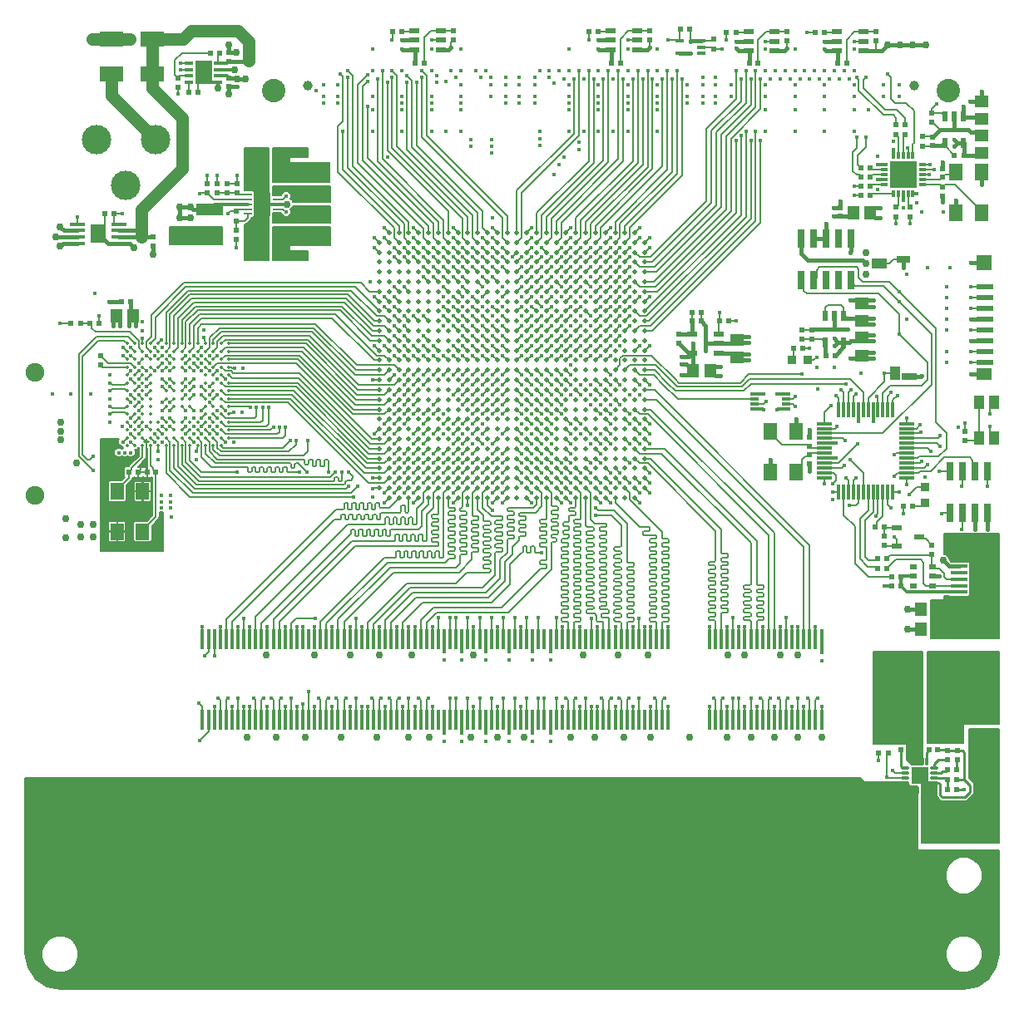
<source format=gtl>
G04 (created by PCBNEW-RS274X (2012-05-21 BZR 3261)-stable) date Tue 07 May 2013 04:43:39 PM PDT*
G01*
G70*
G90*
%MOIN*%
G04 Gerber Fmt 3.4, Leading zero omitted, Abs format*
%FSLAX34Y34*%
G04 APERTURE LIST*
%ADD10C,0.006500*%
%ADD11O,0.011000X0.033500*%
%ADD12O,0.033500X0.011000*%
%ADD13R,0.066900X0.066900*%
%ADD14C,0.017700*%
%ADD15R,0.043300X0.023600*%
%ADD16R,0.029500X0.011800*%
%ADD17R,0.011800X0.029500*%
%ADD18R,0.108300X0.108300*%
%ADD19C,0.023600*%
%ADD20R,0.035400X0.011800*%
%ADD21R,0.053100X0.065000*%
%ADD22R,0.023600X0.043300*%
%ADD23R,0.029100X0.072800*%
%ADD24R,0.024400X0.022400*%
%ADD25R,0.041300X0.055100*%
%ADD26R,0.037400X0.035400*%
%ADD27R,0.035400X0.037400*%
%ADD28R,0.022400X0.024400*%
%ADD29R,0.037400X0.015700*%
%ADD30R,0.094500X0.061000*%
%ADD31R,0.045300X0.057100*%
%ADD32R,0.037400X0.039400*%
%ADD33R,0.031500X0.021700*%
%ADD34R,0.047200X0.057100*%
%ADD35R,0.024400X0.024400*%
%ADD36C,0.118100*%
%ADD37R,0.145700X0.047200*%
%ADD38R,0.045300X0.070900*%
%ADD39R,0.106300X0.045300*%
%ADD40R,0.070900X0.045300*%
%ADD41R,0.045300X0.106300*%
%ADD42R,0.129900X0.322800*%
%ADD43R,0.057100X0.045300*%
%ADD44R,0.068900X0.023600*%
%ADD45R,0.059100X0.051200*%
%ADD46R,0.059100X0.059100*%
%ADD47R,0.055100X0.031500*%
%ADD48R,0.059100X0.031500*%
%ADD49R,0.039400X0.057100*%
%ADD50R,0.061000X0.039400*%
%ADD51R,0.063000X0.015700*%
%ADD52R,0.061800X0.074400*%
%ADD53R,0.033500X0.013800*%
%ADD54R,0.065000X0.094500*%
%ADD55R,0.033500X0.011000*%
%ADD56R,0.032400X0.047200*%
%ADD57R,0.011000X0.027600*%
%ADD58C,0.023000*%
%ADD59C,0.074800*%
%ADD60R,0.059100X0.011800*%
%ADD61R,0.011800X0.059100*%
%ADD62R,0.013800X0.078700*%
%ADD63C,0.039400*%
%ADD64C,0.094000*%
%ADD65R,0.068900X0.015700*%
%ADD66R,0.081400X0.056100*%
%ADD67R,0.057100X0.084300*%
%ADD68R,0.025000X0.071900*%
%ADD69R,0.111600X0.063000*%
%ADD70C,0.063000*%
%ADD71C,0.057100*%
%ADD72C,0.019700*%
%ADD73C,0.013800*%
%ADD74R,0.039400X0.023600*%
%ADD75C,0.030000*%
%ADD76C,0.007000*%
%ADD77C,0.017700*%
%ADD78C,0.011800*%
%ADD79C,0.010400*%
%ADD80C,0.015700*%
%ADD81C,0.050000*%
G04 APERTURE END LIST*
G54D10*
G54D11*
X67223Y-48534D03*
X67420Y-48534D03*
X67616Y-48534D03*
X67813Y-48534D03*
G54D12*
X68099Y-48248D03*
X68099Y-48051D03*
X68099Y-47855D03*
X68099Y-47658D03*
G54D11*
X67813Y-47372D03*
X67616Y-47372D03*
X67420Y-47372D03*
X67223Y-47372D03*
G54D12*
X66937Y-47658D03*
X66937Y-47855D03*
X66937Y-48051D03*
X66937Y-48248D03*
G54D13*
X67518Y-47953D03*
G54D14*
X67321Y-48150D03*
X67321Y-47756D03*
X67518Y-47953D03*
X67715Y-48150D03*
X67715Y-47756D03*
G54D15*
X60650Y-18130D03*
X60650Y-18504D03*
X60650Y-18878D03*
X61712Y-18878D03*
X61712Y-18504D03*
X61712Y-18130D03*
X47264Y-18091D03*
X47264Y-18465D03*
X47264Y-18839D03*
X48326Y-18839D03*
X48326Y-18465D03*
X48326Y-18091D03*
X55138Y-18091D03*
X55138Y-18465D03*
X55138Y-18839D03*
X56200Y-18839D03*
X56200Y-18465D03*
X56200Y-18091D03*
X64193Y-18130D03*
X64193Y-18504D03*
X64193Y-18878D03*
X65255Y-18878D03*
X65255Y-18504D03*
X65255Y-18130D03*
G54D16*
X67619Y-24252D03*
G54D17*
X67245Y-23090D03*
G54D16*
X66083Y-23464D03*
G54D17*
X66457Y-24626D03*
G54D16*
X67619Y-24055D03*
G54D17*
X67048Y-23090D03*
G54D16*
X66083Y-23661D03*
G54D17*
X66654Y-24626D03*
G54D16*
X67619Y-23858D03*
G54D17*
X66851Y-23090D03*
G54D16*
X66083Y-23858D03*
G54D17*
X66851Y-24626D03*
G54D16*
X67619Y-23661D03*
G54D17*
X66654Y-23090D03*
G54D16*
X66083Y-24055D03*
G54D17*
X67048Y-24626D03*
G54D16*
X67619Y-23464D03*
G54D17*
X66457Y-23090D03*
G54D16*
X66083Y-24252D03*
G54D17*
X67245Y-24626D03*
G54D18*
X66851Y-23858D03*
G54D19*
X67245Y-24252D03*
X66851Y-24252D03*
X66457Y-24252D03*
X67245Y-23858D03*
X66851Y-23858D03*
X66457Y-23858D03*
X67245Y-23464D03*
X66851Y-23464D03*
X66457Y-23464D03*
G54D20*
X62165Y-33248D03*
X62165Y-33051D03*
X62165Y-32855D03*
X62165Y-32658D03*
X60905Y-32658D03*
X60905Y-32855D03*
X60905Y-33051D03*
X60905Y-33248D03*
G54D21*
X62559Y-35768D03*
X62559Y-34154D03*
X61535Y-34154D03*
X61535Y-35768D03*
X36378Y-38169D03*
X36378Y-36555D03*
X35354Y-36555D03*
X35354Y-38169D03*
X68976Y-23760D03*
X68976Y-25374D03*
X70000Y-25374D03*
X70000Y-23760D03*
G54D22*
X69272Y-21516D03*
X68898Y-21516D03*
X68524Y-21516D03*
X68524Y-22578D03*
X69272Y-22578D03*
G54D15*
X59468Y-31004D03*
X59468Y-30630D03*
X59468Y-30256D03*
X58406Y-30256D03*
X58406Y-31004D03*
G54D22*
X64468Y-29507D03*
X64094Y-29507D03*
X63720Y-29507D03*
X63720Y-30569D03*
X64468Y-30569D03*
G54D23*
X68738Y-35738D03*
X68738Y-37412D03*
X69238Y-35738D03*
X69238Y-37412D03*
X69738Y-35738D03*
X69738Y-37412D03*
X70238Y-35738D03*
X70238Y-37412D03*
G54D24*
X69331Y-34142D03*
X69331Y-34520D03*
G54D25*
X69912Y-34410D03*
X69912Y-32992D03*
X70482Y-34410D03*
X70482Y-32992D03*
G54D23*
X62779Y-26407D03*
X62779Y-28081D03*
X63279Y-26407D03*
X63279Y-28081D03*
X63779Y-26407D03*
X63779Y-28081D03*
X64279Y-26407D03*
X64279Y-28081D03*
X64779Y-26407D03*
X64779Y-28081D03*
G54D26*
X67716Y-37008D03*
X67716Y-36378D03*
G54D27*
X62401Y-31299D03*
X63031Y-31299D03*
G54D28*
X67236Y-37165D03*
X66858Y-37165D03*
X62449Y-30827D03*
X62827Y-30827D03*
G54D29*
X58779Y-18996D03*
X58779Y-18740D03*
X58779Y-18484D03*
X57913Y-18484D03*
X57913Y-18996D03*
G54D30*
X36772Y-18425D03*
X35118Y-18425D03*
X36772Y-19803D03*
X35118Y-19803D03*
G54D28*
X57921Y-18031D03*
X58299Y-18031D03*
G54D31*
X68267Y-41299D03*
X67559Y-41299D03*
G54D32*
X67203Y-49095D03*
X67833Y-49095D03*
G54D33*
X68021Y-40334D03*
X68021Y-39960D03*
X68021Y-39586D03*
X67253Y-39586D03*
X67253Y-39960D03*
X67253Y-40334D03*
G54D34*
X64862Y-25394D03*
X65532Y-25394D03*
X35985Y-29508D03*
X35315Y-29508D03*
X67578Y-42086D03*
X68248Y-42086D03*
G54D35*
X64331Y-25531D03*
X64331Y-25177D03*
X61043Y-19370D03*
X60689Y-19370D03*
X64586Y-19370D03*
X64232Y-19370D03*
X47657Y-19370D03*
X47303Y-19370D03*
X55531Y-19370D03*
X55177Y-19370D03*
G54D28*
X60150Y-18150D03*
X59772Y-18150D03*
X63693Y-18150D03*
X63315Y-18150D03*
X46764Y-18110D03*
X46386Y-18110D03*
X54638Y-18110D03*
X54260Y-18110D03*
G54D36*
X36890Y-22441D03*
X34528Y-22441D03*
X35709Y-24291D03*
G54D37*
X43150Y-23583D03*
X43150Y-24685D03*
X43150Y-25394D03*
X43150Y-26496D03*
G54D38*
X40747Y-26339D03*
X41929Y-26339D03*
X41929Y-23740D03*
X40747Y-23740D03*
G54D39*
X39055Y-25236D03*
X39055Y-26418D03*
G54D40*
X69961Y-45236D03*
X69961Y-46418D03*
G54D41*
X66927Y-50039D03*
X68109Y-50039D03*
G54D35*
X40157Y-24586D03*
X40157Y-24232D03*
G54D24*
X62795Y-30465D03*
X62795Y-30087D03*
X67638Y-22709D03*
X67638Y-22331D03*
G54D28*
X64126Y-31101D03*
X63748Y-31101D03*
X69283Y-23071D03*
X68905Y-23071D03*
G54D42*
X66673Y-44842D03*
X68523Y-44842D03*
G54D43*
X70000Y-21614D03*
X70000Y-20906D03*
X65197Y-30394D03*
X65197Y-31102D03*
X70000Y-22992D03*
X70000Y-22284D03*
X65197Y-29724D03*
X65197Y-29016D03*
X60196Y-31181D03*
X60196Y-30473D03*
G54D31*
X58426Y-31732D03*
X59134Y-31732D03*
G54D35*
X63189Y-30453D03*
X63189Y-30099D03*
X68031Y-22697D03*
X68031Y-22343D03*
G54D24*
X56693Y-18079D03*
X56693Y-18457D03*
X59252Y-18811D03*
X59252Y-18433D03*
X48819Y-18079D03*
X48819Y-18457D03*
G54D28*
X65874Y-47047D03*
X66252Y-47047D03*
G54D24*
X62205Y-18118D03*
X62205Y-18496D03*
X67992Y-21764D03*
X67992Y-21386D03*
X65748Y-18118D03*
X65748Y-18496D03*
G54D44*
X70147Y-31378D03*
X70147Y-30945D03*
X70147Y-30512D03*
X70147Y-30079D03*
X70147Y-29646D03*
X70147Y-29213D03*
X70147Y-28780D03*
X70147Y-28347D03*
G54D45*
X70098Y-31850D03*
G54D46*
X70098Y-27382D03*
G54D47*
X66850Y-27244D03*
G54D48*
X67106Y-31949D03*
G54D49*
X66516Y-31821D03*
G54D50*
X65896Y-27402D03*
G54D35*
X36811Y-26358D03*
X36811Y-26712D03*
X39840Y-19979D03*
X39840Y-20333D03*
X39840Y-19310D03*
X39840Y-18956D03*
X58406Y-29724D03*
X58760Y-29724D03*
X66752Y-46929D03*
X67106Y-46929D03*
X67892Y-46929D03*
X68246Y-46929D03*
X68642Y-47716D03*
X68996Y-47716D03*
G54D28*
X59874Y-29724D03*
X59496Y-29724D03*
X58394Y-29370D03*
X58772Y-29370D03*
G54D24*
X39370Y-24598D03*
X39370Y-24220D03*
X39764Y-24220D03*
X39764Y-24598D03*
X38976Y-24220D03*
X38976Y-24598D03*
X68622Y-47315D03*
X68622Y-46937D03*
X40118Y-25323D03*
X40118Y-25701D03*
X40118Y-26071D03*
X40118Y-26449D03*
G54D28*
X39100Y-18975D03*
X39478Y-18975D03*
G54D24*
X37795Y-19968D03*
X37795Y-20346D03*
G54D28*
X38233Y-20550D03*
X38611Y-20550D03*
X34850Y-25433D03*
X35228Y-25433D03*
G54D24*
X57874Y-30622D03*
X57874Y-30244D03*
G54D28*
X68630Y-48504D03*
X69008Y-48504D03*
X68630Y-48110D03*
X69008Y-48110D03*
G54D24*
X69016Y-47315D03*
X69016Y-46937D03*
G54D51*
X35433Y-26604D03*
X35433Y-26348D03*
X35433Y-26092D03*
X35433Y-25836D03*
X33779Y-25836D03*
X33779Y-26092D03*
X33779Y-26348D03*
X33779Y-26604D03*
G54D52*
X34606Y-26220D03*
G54D14*
X34783Y-26456D03*
X34429Y-26456D03*
X34606Y-26220D03*
X34783Y-25984D03*
X34429Y-25984D03*
G54D53*
X38235Y-19379D03*
X38235Y-19635D03*
X38235Y-19891D03*
X38235Y-20147D03*
X39397Y-20147D03*
X39397Y-19891D03*
X39397Y-19635D03*
X39397Y-19379D03*
G54D54*
X38816Y-19763D03*
G54D14*
X38619Y-19468D03*
X39013Y-19468D03*
X38816Y-19763D03*
X38619Y-20058D03*
X39013Y-20058D03*
G54D55*
X40590Y-24645D03*
X40590Y-24842D03*
X40590Y-25039D03*
X40590Y-25236D03*
X40590Y-25433D03*
X41772Y-25433D03*
X41772Y-25236D03*
X41772Y-25039D03*
X41772Y-24842D03*
X41772Y-24645D03*
G54D56*
X41343Y-25275D03*
X41343Y-24803D03*
X41019Y-24803D03*
X41019Y-25275D03*
G54D57*
X41279Y-24429D03*
X41083Y-24429D03*
X41083Y-25649D03*
X41279Y-25649D03*
G54D58*
X41181Y-25039D03*
X41378Y-24744D03*
X40984Y-24744D03*
X40984Y-25334D03*
X41378Y-25334D03*
G54D24*
X67126Y-25165D03*
X67126Y-25543D03*
X66575Y-25165D03*
X66575Y-25543D03*
G54D28*
X65543Y-24685D03*
X65165Y-24685D03*
X65543Y-24331D03*
X65165Y-24331D03*
X65543Y-23937D03*
X65165Y-23937D03*
X65543Y-23583D03*
X65165Y-23583D03*
G54D24*
X66575Y-22236D03*
X66575Y-21858D03*
X66929Y-22236D03*
X66929Y-21858D03*
X34685Y-31110D03*
X34685Y-31488D03*
G54D59*
X32067Y-31770D03*
X32067Y-36711D03*
G54D35*
X68425Y-24350D03*
X68425Y-24704D03*
X68425Y-23602D03*
X68425Y-23956D03*
G54D60*
X63700Y-33838D03*
G54D61*
X64271Y-36575D03*
G54D60*
X67008Y-36004D03*
G54D61*
X66437Y-33267D03*
G54D60*
X63700Y-34035D03*
G54D61*
X64468Y-36575D03*
G54D60*
X67008Y-35807D03*
G54D61*
X66240Y-33267D03*
G54D60*
X63700Y-34232D03*
G54D61*
X64665Y-36575D03*
G54D60*
X67008Y-35610D03*
G54D61*
X66043Y-33267D03*
G54D60*
X63700Y-34429D03*
G54D61*
X64862Y-36575D03*
G54D60*
X67008Y-35413D03*
G54D61*
X65846Y-33267D03*
G54D60*
X63700Y-34626D03*
G54D61*
X65059Y-36575D03*
G54D60*
X67008Y-35216D03*
G54D61*
X65649Y-33267D03*
G54D60*
X63700Y-34823D03*
G54D61*
X65256Y-36575D03*
G54D60*
X67008Y-35019D03*
G54D61*
X65452Y-33267D03*
G54D60*
X63700Y-35019D03*
G54D61*
X65452Y-36575D03*
G54D60*
X67008Y-34823D03*
G54D61*
X65256Y-33267D03*
G54D60*
X63700Y-35216D03*
G54D61*
X65649Y-36575D03*
G54D60*
X67008Y-34626D03*
G54D61*
X65059Y-33267D03*
G54D60*
X63700Y-35413D03*
G54D61*
X65846Y-36575D03*
G54D60*
X67008Y-34429D03*
G54D61*
X64862Y-33267D03*
G54D60*
X63700Y-35610D03*
G54D61*
X66043Y-36575D03*
G54D60*
X67008Y-34232D03*
G54D61*
X64665Y-33267D03*
G54D60*
X63700Y-35807D03*
G54D61*
X66240Y-36575D03*
G54D60*
X67008Y-34035D03*
G54D61*
X64468Y-33267D03*
G54D60*
X63700Y-36004D03*
G54D61*
X66437Y-36575D03*
G54D60*
X67008Y-33838D03*
G54D61*
X64271Y-33267D03*
G54D62*
X63583Y-42480D03*
X63583Y-45708D03*
X63346Y-42480D03*
X63346Y-45708D03*
X63110Y-42480D03*
X63110Y-45708D03*
X62874Y-42480D03*
X62874Y-45708D03*
X62638Y-42480D03*
X62638Y-45708D03*
X62401Y-42480D03*
X62401Y-45708D03*
X62165Y-42480D03*
X62165Y-45708D03*
X61929Y-42480D03*
X61929Y-45708D03*
X61693Y-42480D03*
X61693Y-45708D03*
X61457Y-42480D03*
X61457Y-45708D03*
X61220Y-42480D03*
X61220Y-45708D03*
X60984Y-42480D03*
X60984Y-45708D03*
X60748Y-42480D03*
X60748Y-45708D03*
X60512Y-42480D03*
X60512Y-45708D03*
X60275Y-42480D03*
X60275Y-45708D03*
X60039Y-42480D03*
X60039Y-45708D03*
X59803Y-42480D03*
X59803Y-45708D03*
X59567Y-42480D03*
X59567Y-45708D03*
X59331Y-42480D03*
X59331Y-45708D03*
X59094Y-42480D03*
X59094Y-45708D03*
X57441Y-42480D03*
X57441Y-45708D03*
X57205Y-42480D03*
X57205Y-45708D03*
X56968Y-42480D03*
X56968Y-45708D03*
X56732Y-42480D03*
X56732Y-45708D03*
X56496Y-42480D03*
X56496Y-45708D03*
X56260Y-42480D03*
X56260Y-45708D03*
X56024Y-42480D03*
X56024Y-45708D03*
X55787Y-42480D03*
X55787Y-45708D03*
X55551Y-42480D03*
X55551Y-45708D03*
X55315Y-42480D03*
X55315Y-45708D03*
X55079Y-42480D03*
X55079Y-45708D03*
X54842Y-42480D03*
X54842Y-45708D03*
X54606Y-42480D03*
X54606Y-45708D03*
X54370Y-42480D03*
X54370Y-45708D03*
X54134Y-42480D03*
X54134Y-45708D03*
X53898Y-42480D03*
X53898Y-45708D03*
X53661Y-42480D03*
X53661Y-45708D03*
X53425Y-42480D03*
X53425Y-45708D03*
X53189Y-42480D03*
X53189Y-45708D03*
X52953Y-42480D03*
X52953Y-45708D03*
X52716Y-42480D03*
X52716Y-45708D03*
X52480Y-42480D03*
X52480Y-45708D03*
X52244Y-42480D03*
X52244Y-45708D03*
X52008Y-42480D03*
X52008Y-45708D03*
X51772Y-42480D03*
X51772Y-45708D03*
X51535Y-42480D03*
X51535Y-45708D03*
X51299Y-42480D03*
X51299Y-45708D03*
X51063Y-42480D03*
X51063Y-45708D03*
X50827Y-42480D03*
X50827Y-45708D03*
X50590Y-42480D03*
X50590Y-45708D03*
X50354Y-42480D03*
X50354Y-45708D03*
X50118Y-42480D03*
X50118Y-45708D03*
X49882Y-42480D03*
X49882Y-45708D03*
X49646Y-42480D03*
X49646Y-45708D03*
X49409Y-42480D03*
X49409Y-45708D03*
X49173Y-42480D03*
X49173Y-45708D03*
X48937Y-42480D03*
X48937Y-45708D03*
X48701Y-42480D03*
X48701Y-45708D03*
X48464Y-42480D03*
X48464Y-45708D03*
X48228Y-42480D03*
X48228Y-45708D03*
X47992Y-42480D03*
X47992Y-45708D03*
X47756Y-42480D03*
X47756Y-45708D03*
X47520Y-42480D03*
X47520Y-45708D03*
X47283Y-42480D03*
X47283Y-45708D03*
X47047Y-42480D03*
X47047Y-45708D03*
X46811Y-42480D03*
X46811Y-45708D03*
X46575Y-42480D03*
X46575Y-45708D03*
X46338Y-42480D03*
X46338Y-45708D03*
X46102Y-42480D03*
X46102Y-45708D03*
X45866Y-42480D03*
X45866Y-45708D03*
X45630Y-42480D03*
X45630Y-45708D03*
X45394Y-42480D03*
X45394Y-45708D03*
X45157Y-42480D03*
X45157Y-45708D03*
X44921Y-42480D03*
X44921Y-45708D03*
X44685Y-42480D03*
X44685Y-45708D03*
X44449Y-42480D03*
X44449Y-45708D03*
X44212Y-42480D03*
X44212Y-45708D03*
X43976Y-42480D03*
X43976Y-45708D03*
X43740Y-42480D03*
X43740Y-45708D03*
X43504Y-42480D03*
X43504Y-45708D03*
X43268Y-42480D03*
X43268Y-45708D03*
X43031Y-42480D03*
X43031Y-45708D03*
X42795Y-42480D03*
X42795Y-45708D03*
X42559Y-42480D03*
X42559Y-45708D03*
X42323Y-42480D03*
X42323Y-45708D03*
X42087Y-42480D03*
X42087Y-45708D03*
X41850Y-42480D03*
X41850Y-45708D03*
X41614Y-42480D03*
X41614Y-45708D03*
X41378Y-42480D03*
X41378Y-45708D03*
X41142Y-42480D03*
X41142Y-45708D03*
X40905Y-42480D03*
X40905Y-45708D03*
X40669Y-42480D03*
X40669Y-45708D03*
X40433Y-42480D03*
X40433Y-45708D03*
X40197Y-42480D03*
X40197Y-45708D03*
X39961Y-42480D03*
X39961Y-45708D03*
X39724Y-42480D03*
X39724Y-45708D03*
X39488Y-42480D03*
X39488Y-45708D03*
X39252Y-42480D03*
X39252Y-45708D03*
X39016Y-42480D03*
X39016Y-45708D03*
X38779Y-42480D03*
X38779Y-45708D03*
G54D63*
X67282Y-20271D03*
X42994Y-20271D03*
G54D64*
X68654Y-20472D03*
X41622Y-20472D03*
G54D28*
X34638Y-29803D03*
X34260Y-29803D03*
X33890Y-29803D03*
X33512Y-29803D03*
G54D35*
X35886Y-28937D03*
X35532Y-28937D03*
X35847Y-35787D03*
X36201Y-35787D03*
X36909Y-35787D03*
X36555Y-35787D03*
G54D24*
X67992Y-38708D03*
X67992Y-39086D03*
G54D28*
X66385Y-39999D03*
X66763Y-39999D03*
X65834Y-39645D03*
X66212Y-39645D03*
X65834Y-39251D03*
X66212Y-39251D03*
G54D35*
X63110Y-34744D03*
X63110Y-34390D03*
X63110Y-35453D03*
X63110Y-35099D03*
G54D65*
X69085Y-40590D03*
X69085Y-40334D03*
X69085Y-40078D03*
X69085Y-39822D03*
X69085Y-39566D03*
G54D66*
X70210Y-40457D03*
X70210Y-39699D03*
G54D67*
X69026Y-41192D03*
X69026Y-38964D03*
G54D68*
X69539Y-41254D03*
X69539Y-38902D03*
G54D69*
X69972Y-41161D03*
X69972Y-38995D03*
G54D70*
X70197Y-41161D03*
X70197Y-38995D03*
G54D71*
X69027Y-41057D03*
X69027Y-39099D03*
G54D28*
X65716Y-37992D03*
X66094Y-37992D03*
G54D24*
X66102Y-38732D03*
X66102Y-38354D03*
G54D35*
X66751Y-40354D03*
X66397Y-40354D03*
G54D72*
X46260Y-26181D03*
X46653Y-26181D03*
X47047Y-26181D03*
X47441Y-26181D03*
X47835Y-26181D03*
X48228Y-26181D03*
X48622Y-26181D03*
X49016Y-26181D03*
X49409Y-26181D03*
X49803Y-26181D03*
X50197Y-26181D03*
X50590Y-26181D03*
X50984Y-26181D03*
X51378Y-26181D03*
X51772Y-26181D03*
X52165Y-26181D03*
X52559Y-26181D03*
X52953Y-26181D03*
X53346Y-26181D03*
X53740Y-26181D03*
X54134Y-26181D03*
X54527Y-26181D03*
X54921Y-26181D03*
X55315Y-26181D03*
X55709Y-26181D03*
X56102Y-26181D03*
X45866Y-26575D03*
X46260Y-26575D03*
X46653Y-26575D03*
X47047Y-26575D03*
X47441Y-26575D03*
X47835Y-26575D03*
X48228Y-26575D03*
X48622Y-26575D03*
X49016Y-26575D03*
X49409Y-26575D03*
X49803Y-26575D03*
X50197Y-26575D03*
X50590Y-26575D03*
X50984Y-26575D03*
X51378Y-26575D03*
X51772Y-26575D03*
X52165Y-26575D03*
X52559Y-26575D03*
X52953Y-26575D03*
X53346Y-26575D03*
X53740Y-26575D03*
X54134Y-26575D03*
X54527Y-26575D03*
X54921Y-26575D03*
X55315Y-26575D03*
X55709Y-26575D03*
X56102Y-26575D03*
X56496Y-26575D03*
X45866Y-26968D03*
X46260Y-26968D03*
X46653Y-26968D03*
X47047Y-26968D03*
X47441Y-26968D03*
X47835Y-26968D03*
X48228Y-26968D03*
X48622Y-26968D03*
X49016Y-26968D03*
X49409Y-26968D03*
X49803Y-26968D03*
X50197Y-26968D03*
X50590Y-26968D03*
X50984Y-26968D03*
X51378Y-26968D03*
X51772Y-26968D03*
X52165Y-26968D03*
X52559Y-26968D03*
X52953Y-26968D03*
X53346Y-26968D03*
X53740Y-26968D03*
X54134Y-26968D03*
X54527Y-26968D03*
X54921Y-26968D03*
X55315Y-26968D03*
X55709Y-26968D03*
X56102Y-26968D03*
X56496Y-26968D03*
X45866Y-27362D03*
X46260Y-27362D03*
X46653Y-27362D03*
X47047Y-27362D03*
X47441Y-27362D03*
X47835Y-27362D03*
X48228Y-27362D03*
X48622Y-27362D03*
X49016Y-27362D03*
X49409Y-27362D03*
X49803Y-27362D03*
X50197Y-27362D03*
X50590Y-27362D03*
X50984Y-27362D03*
X51378Y-27362D03*
X51772Y-27362D03*
X52165Y-27362D03*
X52559Y-27362D03*
X52953Y-27362D03*
X53346Y-27362D03*
X53740Y-27362D03*
X54134Y-27362D03*
X54527Y-27362D03*
X54921Y-27362D03*
X55315Y-27362D03*
X55709Y-27362D03*
X56102Y-27362D03*
X56496Y-27362D03*
X45866Y-27756D03*
X46260Y-27756D03*
X46653Y-27756D03*
X47047Y-27756D03*
X47441Y-27756D03*
X47835Y-27756D03*
X48228Y-27756D03*
X48622Y-27756D03*
X49016Y-27756D03*
X49409Y-27756D03*
X49803Y-27756D03*
X50197Y-27756D03*
X50590Y-27756D03*
X50984Y-27756D03*
X51378Y-27756D03*
X51772Y-27756D03*
X52165Y-27756D03*
X52559Y-27756D03*
X52953Y-27756D03*
X53346Y-27756D03*
X53740Y-27756D03*
X54134Y-27756D03*
X54527Y-27756D03*
X54921Y-27756D03*
X55315Y-27756D03*
X55709Y-27756D03*
X56102Y-27756D03*
X56496Y-27756D03*
X45866Y-28150D03*
X46260Y-28150D03*
X46653Y-28150D03*
X47047Y-28150D03*
X47441Y-28150D03*
X47835Y-28150D03*
X48228Y-28150D03*
X48622Y-28150D03*
X49016Y-28150D03*
X49409Y-28150D03*
X49803Y-28150D03*
X50197Y-28150D03*
X50590Y-28150D03*
X50984Y-28150D03*
X51378Y-28150D03*
X51772Y-28150D03*
X52165Y-28150D03*
X52559Y-28150D03*
X52953Y-28150D03*
X53346Y-28150D03*
X53740Y-28150D03*
X54134Y-28150D03*
X54527Y-28150D03*
X54921Y-28150D03*
X55315Y-28150D03*
X55709Y-28150D03*
X56102Y-28150D03*
X56496Y-28150D03*
X45866Y-28543D03*
X46260Y-28543D03*
X46653Y-28543D03*
X47047Y-28543D03*
X47441Y-28543D03*
X47835Y-28543D03*
X48228Y-28543D03*
X48622Y-28543D03*
X49016Y-28543D03*
X49409Y-28543D03*
X49803Y-28543D03*
X50197Y-28543D03*
X50590Y-28543D03*
X50984Y-28543D03*
X51378Y-28543D03*
X51772Y-28543D03*
X52165Y-28543D03*
X52559Y-28543D03*
X52953Y-28543D03*
X53346Y-28543D03*
X53740Y-28543D03*
X54134Y-28543D03*
X54527Y-28543D03*
X54921Y-28543D03*
X55315Y-28543D03*
X55709Y-28543D03*
X56102Y-28543D03*
X56496Y-28543D03*
X45866Y-28937D03*
X46260Y-28937D03*
X46653Y-28937D03*
X47047Y-28937D03*
X47441Y-28937D03*
X47835Y-28937D03*
X48228Y-28937D03*
X48622Y-28937D03*
X49016Y-28937D03*
X49409Y-28937D03*
X49803Y-28937D03*
X50197Y-28937D03*
X50590Y-28937D03*
X50984Y-28937D03*
X51378Y-28937D03*
X51772Y-28937D03*
X52165Y-28937D03*
X52559Y-28937D03*
X52953Y-28937D03*
X53346Y-28937D03*
X53740Y-28937D03*
X54134Y-28937D03*
X54527Y-28937D03*
X54921Y-28937D03*
X55315Y-28937D03*
X55709Y-28937D03*
X56102Y-28937D03*
X56496Y-28937D03*
X45866Y-29331D03*
X46260Y-29331D03*
X46653Y-29331D03*
X47047Y-29331D03*
X47441Y-29331D03*
X47835Y-29331D03*
X48228Y-29331D03*
X48622Y-29331D03*
X49016Y-29331D03*
X49409Y-29331D03*
X49803Y-29331D03*
X50197Y-29331D03*
X50590Y-29331D03*
X50984Y-29331D03*
X51378Y-29331D03*
X51772Y-29331D03*
X52165Y-29331D03*
X52559Y-29331D03*
X52953Y-29331D03*
X53346Y-29331D03*
X53740Y-29331D03*
X54134Y-29331D03*
X54527Y-29331D03*
X54921Y-29331D03*
X55315Y-29331D03*
X55709Y-29331D03*
X56102Y-29331D03*
X56496Y-29331D03*
X45866Y-29724D03*
X46260Y-29724D03*
X46653Y-29724D03*
X47047Y-29724D03*
X47441Y-29724D03*
X47835Y-29724D03*
X48228Y-29724D03*
X48622Y-29724D03*
X49016Y-29724D03*
X49409Y-29724D03*
X49803Y-29724D03*
X50197Y-29724D03*
X50590Y-29724D03*
X50984Y-29724D03*
X51378Y-29724D03*
X51772Y-29724D03*
X52165Y-29724D03*
X52559Y-29724D03*
X52953Y-29724D03*
X53346Y-29724D03*
X53740Y-29724D03*
X54134Y-29724D03*
X54527Y-29724D03*
X54921Y-29724D03*
X55315Y-29724D03*
X55709Y-29724D03*
X56102Y-29724D03*
X56496Y-29724D03*
X45866Y-30118D03*
X46260Y-30118D03*
X46653Y-30118D03*
X47047Y-30118D03*
X47441Y-30118D03*
X47835Y-30118D03*
X48228Y-30118D03*
X48622Y-30118D03*
X49016Y-30118D03*
X49409Y-30118D03*
X49803Y-30118D03*
X50197Y-30118D03*
X50590Y-30118D03*
X50984Y-30118D03*
X51378Y-30118D03*
X51772Y-30118D03*
X52165Y-30118D03*
X52559Y-30118D03*
X52953Y-30118D03*
X53346Y-30118D03*
X53740Y-30118D03*
X54134Y-30118D03*
X54527Y-30118D03*
X54921Y-30118D03*
X55315Y-30118D03*
X55709Y-30118D03*
X56102Y-30118D03*
X56496Y-30118D03*
X45866Y-30512D03*
X46260Y-30512D03*
X46653Y-30512D03*
X47047Y-30512D03*
X47441Y-30512D03*
X47835Y-30512D03*
X48228Y-30512D03*
X48622Y-30512D03*
X49016Y-30512D03*
X49409Y-30512D03*
X49803Y-30512D03*
X50197Y-30512D03*
X50590Y-30512D03*
X50984Y-30512D03*
X51378Y-30512D03*
X51772Y-30512D03*
X52165Y-30512D03*
X52559Y-30512D03*
X52953Y-30512D03*
X53346Y-30512D03*
X53740Y-30512D03*
X54134Y-30512D03*
X54527Y-30512D03*
X54921Y-30512D03*
X55315Y-30512D03*
X55709Y-30512D03*
X56102Y-30512D03*
X56496Y-30512D03*
X45866Y-30905D03*
X46260Y-30905D03*
X46653Y-30905D03*
X47047Y-30905D03*
X47441Y-30905D03*
X47835Y-30905D03*
X48228Y-30905D03*
X48622Y-30905D03*
X49016Y-30905D03*
X49409Y-30905D03*
X49803Y-30905D03*
X50197Y-30905D03*
X50590Y-30905D03*
X50984Y-30905D03*
X51378Y-30905D03*
X51772Y-30905D03*
X52165Y-30905D03*
X52559Y-30905D03*
X52953Y-30905D03*
X53346Y-30905D03*
X53740Y-30905D03*
X54134Y-30905D03*
X54527Y-30905D03*
X54921Y-30905D03*
X55315Y-30905D03*
X55709Y-30905D03*
X56102Y-30905D03*
X56496Y-30905D03*
X45866Y-31299D03*
X46260Y-31299D03*
X46653Y-31299D03*
X47047Y-31299D03*
X47441Y-31299D03*
X47835Y-31299D03*
X48228Y-31299D03*
X48622Y-31299D03*
X49016Y-31299D03*
X49409Y-31299D03*
X49803Y-31299D03*
X50197Y-31299D03*
X50590Y-31299D03*
X50984Y-31299D03*
X51378Y-31299D03*
X51772Y-31299D03*
X52165Y-31299D03*
X52559Y-31299D03*
X52953Y-31299D03*
X53346Y-31299D03*
X53740Y-31299D03*
X54134Y-31299D03*
X54527Y-31299D03*
X54921Y-31299D03*
X55315Y-31299D03*
X55709Y-31299D03*
X56102Y-31299D03*
X56496Y-31299D03*
X45866Y-31693D03*
X46260Y-31693D03*
X46653Y-31693D03*
X47047Y-31693D03*
X47441Y-31693D03*
X47835Y-31693D03*
X48228Y-31693D03*
X48622Y-31693D03*
X49016Y-31693D03*
X49409Y-31693D03*
X49803Y-31693D03*
X50197Y-31693D03*
X50590Y-31693D03*
X50984Y-31693D03*
X51378Y-31693D03*
X51772Y-31693D03*
X52165Y-31693D03*
X52559Y-31693D03*
X52953Y-31693D03*
X53346Y-31693D03*
X53740Y-31693D03*
X54134Y-31693D03*
X54527Y-31693D03*
X54921Y-31693D03*
X55315Y-31693D03*
X55709Y-31693D03*
X56102Y-31693D03*
X56496Y-31693D03*
X45866Y-32087D03*
X46260Y-32087D03*
X46653Y-32087D03*
X47047Y-32087D03*
X47441Y-32087D03*
X47835Y-32087D03*
X48228Y-32087D03*
X48622Y-32087D03*
X49016Y-32087D03*
X49409Y-32087D03*
X49803Y-32087D03*
X50197Y-32087D03*
X50590Y-32087D03*
X50984Y-32087D03*
X51378Y-32087D03*
X51772Y-32087D03*
X52165Y-32087D03*
X52559Y-32087D03*
X52953Y-32087D03*
X53346Y-32087D03*
X53740Y-32087D03*
X54134Y-32087D03*
X54527Y-32087D03*
X54921Y-32087D03*
X55315Y-32087D03*
X55709Y-32087D03*
X56102Y-32087D03*
X56496Y-32087D03*
X45866Y-32480D03*
X46260Y-32480D03*
X46653Y-32480D03*
X47047Y-32480D03*
X47441Y-32480D03*
X47835Y-32480D03*
X48228Y-32480D03*
X48622Y-32480D03*
X49016Y-32480D03*
X49409Y-32480D03*
X49803Y-32480D03*
X50197Y-32480D03*
X50590Y-32480D03*
X50984Y-32480D03*
X51378Y-32480D03*
X51772Y-32480D03*
X52165Y-32480D03*
X52559Y-32480D03*
X52953Y-32480D03*
X53346Y-32480D03*
X53740Y-32480D03*
X54134Y-32480D03*
X54527Y-32480D03*
X54921Y-32480D03*
X55315Y-32480D03*
X55709Y-32480D03*
X56102Y-32480D03*
X56496Y-32480D03*
X45866Y-32874D03*
X46260Y-32874D03*
X46653Y-32874D03*
X47047Y-32874D03*
X47441Y-32874D03*
X47835Y-32874D03*
X48228Y-32874D03*
X48622Y-32874D03*
X49016Y-32874D03*
X49409Y-32874D03*
X49803Y-32874D03*
X50197Y-32874D03*
X50590Y-32874D03*
X50984Y-32874D03*
X51378Y-32874D03*
X51772Y-32874D03*
X52165Y-32874D03*
X52559Y-32874D03*
X52953Y-32874D03*
X53346Y-32874D03*
X53740Y-32874D03*
X54134Y-32874D03*
X54527Y-32874D03*
X54921Y-32874D03*
X55315Y-32874D03*
X55709Y-32874D03*
X56102Y-32874D03*
X56496Y-32874D03*
X45866Y-33268D03*
X46260Y-33268D03*
X46653Y-33268D03*
X47047Y-33268D03*
X47441Y-33268D03*
X47835Y-33268D03*
X48228Y-33268D03*
X48622Y-33268D03*
X49016Y-33268D03*
X49409Y-33268D03*
X49803Y-33268D03*
X50197Y-33268D03*
X50590Y-33268D03*
X50984Y-33268D03*
X51378Y-33268D03*
X51772Y-33268D03*
X52165Y-33268D03*
X52559Y-33268D03*
X52953Y-33268D03*
X53346Y-33268D03*
X53740Y-33268D03*
X54134Y-33268D03*
X54527Y-33268D03*
X54921Y-33268D03*
X55315Y-33268D03*
X55709Y-33268D03*
X56102Y-33268D03*
X56496Y-33268D03*
X45866Y-33661D03*
X46260Y-33661D03*
X46653Y-33661D03*
X47047Y-33661D03*
X47441Y-33661D03*
X47835Y-33661D03*
X48228Y-33661D03*
X48622Y-33661D03*
X49016Y-33661D03*
X49409Y-33661D03*
X49803Y-33661D03*
X50197Y-33661D03*
X50590Y-33661D03*
X50984Y-33661D03*
X51378Y-33661D03*
X51772Y-33661D03*
X52165Y-33661D03*
X52559Y-33661D03*
X52953Y-33661D03*
X53346Y-33661D03*
X53740Y-33661D03*
X54134Y-33661D03*
X54527Y-33661D03*
X54921Y-33661D03*
X55315Y-33661D03*
X55709Y-33661D03*
X56102Y-33661D03*
X56496Y-33661D03*
X45866Y-34055D03*
X46260Y-34055D03*
X46653Y-34055D03*
X47047Y-34055D03*
X47441Y-34055D03*
X47835Y-34055D03*
X48228Y-34055D03*
X48622Y-34055D03*
X49016Y-34055D03*
X49409Y-34055D03*
X49803Y-34055D03*
X50197Y-34055D03*
X50590Y-34055D03*
X50984Y-34055D03*
X51378Y-34055D03*
X51772Y-34055D03*
X52165Y-34055D03*
X52559Y-34055D03*
X52953Y-34055D03*
X53346Y-34055D03*
X53740Y-34055D03*
X54134Y-34055D03*
X54527Y-34055D03*
X54921Y-34055D03*
X55315Y-34055D03*
X55709Y-34055D03*
X56102Y-34055D03*
X56496Y-34055D03*
X45866Y-34449D03*
X46260Y-34449D03*
X46653Y-34449D03*
X47047Y-34449D03*
X47441Y-34449D03*
X47835Y-34449D03*
X48228Y-34449D03*
X48622Y-34449D03*
X49016Y-34449D03*
X49409Y-34449D03*
X49803Y-34449D03*
X50197Y-34449D03*
X50590Y-34449D03*
X50984Y-34449D03*
X51378Y-34449D03*
X51772Y-34449D03*
X52165Y-34449D03*
X52559Y-34449D03*
X52953Y-34449D03*
X53346Y-34449D03*
X53740Y-34449D03*
X54134Y-34449D03*
X54527Y-34449D03*
X54921Y-34449D03*
X55315Y-34449D03*
X55709Y-34449D03*
X56102Y-34449D03*
X56496Y-34449D03*
X45866Y-34842D03*
X46260Y-34842D03*
X46653Y-34842D03*
X47047Y-34842D03*
X47441Y-34842D03*
X47835Y-34842D03*
X48228Y-34842D03*
X48622Y-34842D03*
X49016Y-34842D03*
X49409Y-34842D03*
X49803Y-34842D03*
X50197Y-34842D03*
X50590Y-34842D03*
X50984Y-34842D03*
X51378Y-34842D03*
X51772Y-34842D03*
X52165Y-34842D03*
X52559Y-34842D03*
X52953Y-34842D03*
X53346Y-34842D03*
X53740Y-34842D03*
X54134Y-34842D03*
X54527Y-34842D03*
X54921Y-34842D03*
X55315Y-34842D03*
X55709Y-34842D03*
X56102Y-34842D03*
X56496Y-34842D03*
X45866Y-35236D03*
X46260Y-35236D03*
X46653Y-35236D03*
X47047Y-35236D03*
X47441Y-35236D03*
X47835Y-35236D03*
X48228Y-35236D03*
X48622Y-35236D03*
X49016Y-35236D03*
X49409Y-35236D03*
X49803Y-35236D03*
X50197Y-35236D03*
X50590Y-35236D03*
X50984Y-35236D03*
X51378Y-35236D03*
X51772Y-35236D03*
X52165Y-35236D03*
X52559Y-35236D03*
X52953Y-35236D03*
X53346Y-35236D03*
X53740Y-35236D03*
X54134Y-35236D03*
X54527Y-35236D03*
X54921Y-35236D03*
X55315Y-35236D03*
X55709Y-35236D03*
X56102Y-35236D03*
X56496Y-35236D03*
X45866Y-35630D03*
X46260Y-35630D03*
X46653Y-35630D03*
X47047Y-35630D03*
X47441Y-35630D03*
X47835Y-35630D03*
X48228Y-35630D03*
X48622Y-35630D03*
X49016Y-35630D03*
X49409Y-35630D03*
X49803Y-35630D03*
X50197Y-35630D03*
X50590Y-35630D03*
X50984Y-35630D03*
X51378Y-35630D03*
X51772Y-35630D03*
X52165Y-35630D03*
X52559Y-35630D03*
X52953Y-35630D03*
X53346Y-35630D03*
X53740Y-35630D03*
X54134Y-35630D03*
X54527Y-35630D03*
X54921Y-35630D03*
X55315Y-35630D03*
X55709Y-35630D03*
X56102Y-35630D03*
X56496Y-35630D03*
X45866Y-36024D03*
X46260Y-36024D03*
X46653Y-36024D03*
X47047Y-36024D03*
X47441Y-36024D03*
X47835Y-36024D03*
X48228Y-36024D03*
X48622Y-36024D03*
X49016Y-36024D03*
X49409Y-36024D03*
X49803Y-36024D03*
X50197Y-36024D03*
X50590Y-36024D03*
X50984Y-36024D03*
X51378Y-36024D03*
X51772Y-36024D03*
X52165Y-36024D03*
X52559Y-36024D03*
X52953Y-36024D03*
X53346Y-36024D03*
X53740Y-36024D03*
X54134Y-36024D03*
X54527Y-36024D03*
X54921Y-36024D03*
X55315Y-36024D03*
X55709Y-36024D03*
X56102Y-36024D03*
X56496Y-36024D03*
X45866Y-36417D03*
X46260Y-36417D03*
X46653Y-36417D03*
X47047Y-36417D03*
X47441Y-36417D03*
X47835Y-36417D03*
X48228Y-36417D03*
X48622Y-36417D03*
X49016Y-36417D03*
X49409Y-36417D03*
X49803Y-36417D03*
X50197Y-36417D03*
X50590Y-36417D03*
X50984Y-36417D03*
X51378Y-36417D03*
X51772Y-36417D03*
X52165Y-36417D03*
X52559Y-36417D03*
X52953Y-36417D03*
X53346Y-36417D03*
X53740Y-36417D03*
X54134Y-36417D03*
X54527Y-36417D03*
X54921Y-36417D03*
X55315Y-36417D03*
X55709Y-36417D03*
X56102Y-36417D03*
X56496Y-36417D03*
X46260Y-36811D03*
X46653Y-36811D03*
X47047Y-36811D03*
X47441Y-36811D03*
X47835Y-36811D03*
X48228Y-36811D03*
X48622Y-36811D03*
X49016Y-36811D03*
X49409Y-36811D03*
X49803Y-36811D03*
X50197Y-36811D03*
X50590Y-36811D03*
X50984Y-36811D03*
X51378Y-36811D03*
X51772Y-36811D03*
X52165Y-36811D03*
X52559Y-36811D03*
X52953Y-36811D03*
X53346Y-36811D03*
X53740Y-36811D03*
X54134Y-36811D03*
X54527Y-36811D03*
X54921Y-36811D03*
X55315Y-36811D03*
X55709Y-36811D03*
X56102Y-36811D03*
G54D73*
X39527Y-34724D03*
X39212Y-34724D03*
X38897Y-34724D03*
X38582Y-34724D03*
X38267Y-34724D03*
X37952Y-34724D03*
X37638Y-34724D03*
X37323Y-34724D03*
X37008Y-34724D03*
X36693Y-34724D03*
X36378Y-34724D03*
X36063Y-34724D03*
X35748Y-34724D03*
X39842Y-34409D03*
X39527Y-34409D03*
X39212Y-34409D03*
X38897Y-34409D03*
X38582Y-34409D03*
X38267Y-34409D03*
X37952Y-34409D03*
X37638Y-34409D03*
X37323Y-34409D03*
X37008Y-34409D03*
X36693Y-34409D03*
X36378Y-34409D03*
X36063Y-34409D03*
X35748Y-34409D03*
X39842Y-34094D03*
X39527Y-34094D03*
X39212Y-34094D03*
X38897Y-34094D03*
X38582Y-34094D03*
X38267Y-34094D03*
X37952Y-34094D03*
X37638Y-34094D03*
X37323Y-34094D03*
X37008Y-34094D03*
X36693Y-34094D03*
X36378Y-34094D03*
X36063Y-34094D03*
X35748Y-34094D03*
X39842Y-33779D03*
X39527Y-33779D03*
X39212Y-33779D03*
X38897Y-33779D03*
X38582Y-33779D03*
X38267Y-33779D03*
X37952Y-33779D03*
X37638Y-33779D03*
X37323Y-33779D03*
X37008Y-33779D03*
X36693Y-33779D03*
X36378Y-33779D03*
X36063Y-33779D03*
X35748Y-33779D03*
X39842Y-33464D03*
X39527Y-33464D03*
X39212Y-33464D03*
X38897Y-33464D03*
X36693Y-33464D03*
X36378Y-33464D03*
X36063Y-33464D03*
X35748Y-33464D03*
X39842Y-33149D03*
X39527Y-33149D03*
X39212Y-33149D03*
X38897Y-33149D03*
X38267Y-33149D03*
X37952Y-33149D03*
X37638Y-33149D03*
X37323Y-33149D03*
X36693Y-33149D03*
X36378Y-33149D03*
X36063Y-33149D03*
X35748Y-33149D03*
X39842Y-32834D03*
X39527Y-32834D03*
X39212Y-32834D03*
X38897Y-32834D03*
X38267Y-32834D03*
X37952Y-32834D03*
X37638Y-32834D03*
X37323Y-32834D03*
X36693Y-32834D03*
X36378Y-32834D03*
X36063Y-32834D03*
X35748Y-32834D03*
X39842Y-32520D03*
X39527Y-32520D03*
X39212Y-32520D03*
X38897Y-32520D03*
X38267Y-32520D03*
X37952Y-32520D03*
X37638Y-32520D03*
X37323Y-32520D03*
X36693Y-32520D03*
X36378Y-32520D03*
X36063Y-32520D03*
X35748Y-32520D03*
X39842Y-32205D03*
X39527Y-32205D03*
X39212Y-32205D03*
X38897Y-32205D03*
X38267Y-32205D03*
X37952Y-32205D03*
X37638Y-32205D03*
X37323Y-32205D03*
X36693Y-32205D03*
X36378Y-32205D03*
X36063Y-32205D03*
X35748Y-32205D03*
X39842Y-31890D03*
X39527Y-31890D03*
X39212Y-31890D03*
X38897Y-31890D03*
X36693Y-31890D03*
X36378Y-31890D03*
X36063Y-31890D03*
X35748Y-31890D03*
X39842Y-31575D03*
X39527Y-31575D03*
X39212Y-31575D03*
X38897Y-31575D03*
X38582Y-31575D03*
X38267Y-31575D03*
X37952Y-31575D03*
X37638Y-31575D03*
X37323Y-31575D03*
X37008Y-31575D03*
X36693Y-31575D03*
X36378Y-31575D03*
X36063Y-31575D03*
X35748Y-31575D03*
X39842Y-31260D03*
X39527Y-31260D03*
X39212Y-31260D03*
X38897Y-31260D03*
X38582Y-31260D03*
X38267Y-31260D03*
X37952Y-31260D03*
X37638Y-31260D03*
X37323Y-31260D03*
X37008Y-31260D03*
X36693Y-31260D03*
X36378Y-31260D03*
X36063Y-31260D03*
X35748Y-31260D03*
X39842Y-30945D03*
X39527Y-30945D03*
X39212Y-30945D03*
X38897Y-30945D03*
X38582Y-30945D03*
X38267Y-30945D03*
X37952Y-30945D03*
X37638Y-30945D03*
X37323Y-30945D03*
X37008Y-30945D03*
X36693Y-30945D03*
X36378Y-30945D03*
X36063Y-30945D03*
X35748Y-30945D03*
X39842Y-30630D03*
X39527Y-30630D03*
X39212Y-30630D03*
X38897Y-30630D03*
X38582Y-30630D03*
X38267Y-30630D03*
X37952Y-30630D03*
X37638Y-30630D03*
X37323Y-30630D03*
X37008Y-30630D03*
X36693Y-30630D03*
X36378Y-30630D03*
X36063Y-30630D03*
X35748Y-30630D03*
G54D74*
X66594Y-38011D03*
X66594Y-38759D03*
X67500Y-38385D03*
G54D14*
X67008Y-33622D03*
X67913Y-23858D03*
X66614Y-32716D03*
X67047Y-22795D03*
X66220Y-19803D03*
X65000Y-22362D03*
X65000Y-19961D03*
X65354Y-22362D03*
X65354Y-19961D03*
X65945Y-25590D03*
X65945Y-25197D03*
X65827Y-24055D03*
X66850Y-24882D03*
X50394Y-35827D03*
X50354Y-44842D03*
X50354Y-41614D03*
X51575Y-34646D03*
X50394Y-34646D03*
X49882Y-41614D03*
X51772Y-44842D03*
X50787Y-35433D03*
X53150Y-35433D03*
X51772Y-41614D03*
X49409Y-37126D03*
X48701Y-44842D03*
X52362Y-35039D03*
X52244Y-44842D03*
X51968Y-35827D03*
X52480Y-44842D03*
X50590Y-45197D03*
X52756Y-36220D03*
X51575Y-35433D03*
X50590Y-41968D03*
X50787Y-36220D03*
X50827Y-44842D03*
X50827Y-41614D03*
X51575Y-35827D03*
X51299Y-44842D03*
X50787Y-35827D03*
X53150Y-36614D03*
X51535Y-45197D03*
X53150Y-36220D03*
X51299Y-41614D03*
X53543Y-35827D03*
X51535Y-41968D03*
X49646Y-41968D03*
X50000Y-35433D03*
X50394Y-37323D03*
X49882Y-44842D03*
X52244Y-41614D03*
X53937Y-36220D03*
X49606Y-35039D03*
X48937Y-41614D03*
X54331Y-35827D03*
X60039Y-44842D03*
X42795Y-45079D03*
X48425Y-35827D03*
X60275Y-44842D03*
X54331Y-35433D03*
X48031Y-35827D03*
X43031Y-44567D03*
X52953Y-41614D03*
X54724Y-36220D03*
X54724Y-36614D03*
X52953Y-44842D03*
X62638Y-44842D03*
X56693Y-34646D03*
X55118Y-34646D03*
X60748Y-44842D03*
X56260Y-44842D03*
X55512Y-36220D03*
X54370Y-41653D03*
X53150Y-37008D03*
X51575Y-35039D03*
X47047Y-44842D03*
X48425Y-36220D03*
X44921Y-41653D03*
X48819Y-34646D03*
X42323Y-44842D03*
X47638Y-35827D03*
X40433Y-41653D03*
X61535Y-44842D03*
X55905Y-34646D03*
X61142Y-44842D03*
X55118Y-33858D03*
X55905Y-35433D03*
X59646Y-44842D03*
X56693Y-35827D03*
X59252Y-44842D03*
X54331Y-36220D03*
X54527Y-37205D03*
X54527Y-37520D03*
X53937Y-35827D03*
X57283Y-44842D03*
X55512Y-35827D03*
X55118Y-35827D03*
X56890Y-44842D03*
X53543Y-36220D03*
X55866Y-44842D03*
X52756Y-35433D03*
X55472Y-44842D03*
X55118Y-36220D03*
X55157Y-44842D03*
X54764Y-44842D03*
X54724Y-37008D03*
X53150Y-35827D03*
X53740Y-44842D03*
X53346Y-44842D03*
X52362Y-35433D03*
X47835Y-44842D03*
X52362Y-35827D03*
X47441Y-44842D03*
X51968Y-36220D03*
X46653Y-44842D03*
X51575Y-36220D03*
X46260Y-44842D03*
X51968Y-34646D03*
X55512Y-33071D03*
X63425Y-44842D03*
X50000Y-35827D03*
X45945Y-44842D03*
X45551Y-44842D03*
X49606Y-35827D03*
X48819Y-35827D03*
X44527Y-44842D03*
X44134Y-44842D03*
X49212Y-36220D03*
X55905Y-33465D03*
X63031Y-44842D03*
X43819Y-44842D03*
X48819Y-36220D03*
X49212Y-35433D03*
X43425Y-44842D03*
X41929Y-44842D03*
X48425Y-35039D03*
X41535Y-44842D03*
X48031Y-36220D03*
X62244Y-44842D03*
X55905Y-33858D03*
X41220Y-44842D03*
X48425Y-35433D03*
X47638Y-36220D03*
X40827Y-44842D03*
X46850Y-36220D03*
X39803Y-44842D03*
X46457Y-36614D03*
X39409Y-44842D03*
X56299Y-34646D03*
X61850Y-44842D03*
X55512Y-32283D03*
X62165Y-41614D03*
X56299Y-36220D03*
X60039Y-41614D03*
X56260Y-41653D03*
X55905Y-36220D03*
X52756Y-35827D03*
X54134Y-44842D03*
X52362Y-39016D03*
X52362Y-36220D03*
X44921Y-44842D03*
X49606Y-36220D03*
X49212Y-35827D03*
X43307Y-41653D03*
X48031Y-35433D03*
X40197Y-44842D03*
X50000Y-36220D03*
X48937Y-44842D03*
X47244Y-35827D03*
X48228Y-41614D03*
X50787Y-35039D03*
X49646Y-45197D03*
X50394Y-36220D03*
X49409Y-44842D03*
X48701Y-41614D03*
X49212Y-35039D03*
X53543Y-34646D03*
X54331Y-32677D03*
X50000Y-34646D03*
X55118Y-32677D03*
X54331Y-32283D03*
X55118Y-31890D03*
X51575Y-34252D03*
X55118Y-34252D03*
X50000Y-34252D03*
X50787Y-34252D03*
X52756Y-35039D03*
X49212Y-33858D03*
X63583Y-43031D03*
X52362Y-33858D03*
X54724Y-32677D03*
X49606Y-35433D03*
X49409Y-41614D03*
X48031Y-30709D03*
X46457Y-31102D03*
X47638Y-30315D03*
X64173Y-32716D03*
X47244Y-31102D03*
X70236Y-36339D03*
X64016Y-36575D03*
X69212Y-36339D03*
X64685Y-37126D03*
X48031Y-31102D03*
X61378Y-32953D03*
X47638Y-31102D03*
X64724Y-35276D03*
X68307Y-35748D03*
X48425Y-31102D03*
X48425Y-31890D03*
X46850Y-31102D03*
X38425Y-31732D03*
X46457Y-30709D03*
X38110Y-31417D03*
X46850Y-29527D03*
X39370Y-31732D03*
X46850Y-30315D03*
X46457Y-29527D03*
X37480Y-31417D03*
X37165Y-31102D03*
X46457Y-28740D03*
X36535Y-31102D03*
X46850Y-28346D03*
X46457Y-30315D03*
X39055Y-31417D03*
X38425Y-31102D03*
X46850Y-29921D03*
X38110Y-31102D03*
X46457Y-29921D03*
X37480Y-31102D03*
X46457Y-29134D03*
X55905Y-32677D03*
X64882Y-24685D03*
X50787Y-37008D03*
X67126Y-25827D03*
X56693Y-33858D03*
X64882Y-24331D03*
X56299Y-32677D03*
X50787Y-36614D03*
X56299Y-33858D03*
X66575Y-25827D03*
X66378Y-32598D03*
X64567Y-32244D03*
X62795Y-31850D03*
X64212Y-33937D03*
X54331Y-27559D03*
X57992Y-20000D03*
X54331Y-26772D03*
X56811Y-20000D03*
X53937Y-27165D03*
X56614Y-19685D03*
X53543Y-26772D03*
X56417Y-20000D03*
X53150Y-26772D03*
X56220Y-19685D03*
X53543Y-27165D03*
X56024Y-20000D03*
X55512Y-26772D03*
X52756Y-27165D03*
X55630Y-20000D03*
X52362Y-26772D03*
X55433Y-19685D03*
X53937Y-28346D03*
X55236Y-22126D03*
X54331Y-27165D03*
X55236Y-20001D03*
X51968Y-27165D03*
X55039Y-19685D03*
X51968Y-26772D03*
X54842Y-20000D03*
X57795Y-19685D03*
X51575Y-27165D03*
X54449Y-20000D03*
X51181Y-27165D03*
X54252Y-19685D03*
X53543Y-28346D03*
X54055Y-22126D03*
X52756Y-27559D03*
X54055Y-20000D03*
X53858Y-22559D03*
X53150Y-27165D03*
X53858Y-19685D03*
X53937Y-26772D03*
X53858Y-22835D03*
X53661Y-20000D03*
X55118Y-26772D03*
X53937Y-27953D03*
X53268Y-23150D03*
X53268Y-20000D03*
X52362Y-27165D03*
X53071Y-23465D03*
X53937Y-27559D03*
X52362Y-27953D03*
X53071Y-19685D03*
X52362Y-29134D03*
X52874Y-23858D03*
X52874Y-20197D03*
X52756Y-28346D03*
X51968Y-28740D03*
X52283Y-22677D03*
X52677Y-19685D03*
X51575Y-27953D03*
X52283Y-22402D03*
X51968Y-29134D03*
X52677Y-19961D03*
X51968Y-28346D03*
X57598Y-20000D03*
X52283Y-22126D03*
X52362Y-27559D03*
X51575Y-27559D03*
X52283Y-19685D03*
X54724Y-27165D03*
X57401Y-19685D03*
X54724Y-26772D03*
X57205Y-20000D03*
X47953Y-18465D03*
X61338Y-18504D03*
X55827Y-18465D03*
X57441Y-18465D03*
X52362Y-28346D03*
X54331Y-28740D03*
X51575Y-28346D03*
X54331Y-28346D03*
X52756Y-27953D03*
X50354Y-22441D03*
X48425Y-27559D03*
X50000Y-27953D03*
X50118Y-19685D03*
X50394Y-27165D03*
X48937Y-19961D03*
X49212Y-27953D03*
X50394Y-26772D03*
X49212Y-27165D03*
X48740Y-19685D03*
X49212Y-28346D03*
X48543Y-22126D03*
X48543Y-20118D03*
X48425Y-27165D03*
X50000Y-27165D03*
X48031Y-27953D03*
X48149Y-20157D03*
X50000Y-26772D03*
X48425Y-27953D03*
X48150Y-19882D03*
X50354Y-22716D03*
X49606Y-27559D03*
X49606Y-26772D03*
X47559Y-19961D03*
X49606Y-27165D03*
X47559Y-19685D03*
X49212Y-26772D03*
X47362Y-20157D03*
X48819Y-27165D03*
X46968Y-20158D03*
X48819Y-26772D03*
X46968Y-19882D03*
X49921Y-19961D03*
X50000Y-27559D03*
X48031Y-27165D03*
X46378Y-19961D03*
X48031Y-26772D03*
X46378Y-19685D03*
X46181Y-23150D03*
X48425Y-28346D03*
X46181Y-20157D03*
X47638Y-27165D03*
X45984Y-19685D03*
X47638Y-26772D03*
X45787Y-20000D03*
X50787Y-27559D03*
X50354Y-22993D03*
X47244Y-27165D03*
X45394Y-19842D03*
X47244Y-26772D03*
X45394Y-20118D03*
X46850Y-26772D03*
X45394Y-21102D03*
X46850Y-27165D03*
X44606Y-19961D03*
X46457Y-26772D03*
X44606Y-19685D03*
X49724Y-19685D03*
X48425Y-26772D03*
X44409Y-22126D03*
X44291Y-19803D03*
X49527Y-22441D03*
X48031Y-27559D03*
X50787Y-27165D03*
X49527Y-22716D03*
X49212Y-27559D03*
X50787Y-26772D03*
X49212Y-28740D03*
X50000Y-28346D03*
X50787Y-29134D03*
X50787Y-28740D03*
X50000Y-28740D03*
X55905Y-29921D03*
X64685Y-20000D03*
X54724Y-30315D03*
X55905Y-28740D03*
X63504Y-20000D03*
X55118Y-30315D03*
X55512Y-28346D03*
X63307Y-19685D03*
X55512Y-29921D03*
X55905Y-28346D03*
X55118Y-29921D03*
X63110Y-20000D03*
X55512Y-27953D03*
X55118Y-29134D03*
X62913Y-19685D03*
X55905Y-27953D03*
X62716Y-20000D03*
X55512Y-28740D03*
X55512Y-29527D03*
X55512Y-27559D03*
X55118Y-28740D03*
X62323Y-20000D03*
X55905Y-27559D03*
X55118Y-28346D03*
X62126Y-19685D03*
X55512Y-27165D03*
X61929Y-20000D03*
X55118Y-27953D03*
X55905Y-27165D03*
X61732Y-19685D03*
X55118Y-27559D03*
X55905Y-26772D03*
X55118Y-27165D03*
X61535Y-20000D03*
X64488Y-19685D03*
X54724Y-29921D03*
X61142Y-22480D03*
X61142Y-20000D03*
X60945Y-22126D03*
X60945Y-19685D03*
X60748Y-22480D03*
X60748Y-20000D03*
X60551Y-22126D03*
X60551Y-19685D03*
X60354Y-22283D03*
X60354Y-20000D03*
X55905Y-29527D03*
X60157Y-22480D03*
X60157Y-19685D03*
X54724Y-29134D03*
X64291Y-20000D03*
X55512Y-29134D03*
X64094Y-19685D03*
X54724Y-28740D03*
X55905Y-29134D03*
X63898Y-20000D03*
X54724Y-28346D03*
X64370Y-32480D03*
X55118Y-31102D03*
X53937Y-30315D03*
X55512Y-30315D03*
X53937Y-30709D03*
X54331Y-29527D03*
X53543Y-33858D03*
X53937Y-31102D03*
X53543Y-29134D03*
X48819Y-33858D03*
X48819Y-29134D03*
X39055Y-32677D03*
X48031Y-31890D03*
X39370Y-32677D03*
X47244Y-31890D03*
X36535Y-32677D03*
X47244Y-34646D03*
X36535Y-32362D03*
X47638Y-34646D03*
X40945Y-33189D03*
X46850Y-32283D03*
X41417Y-33189D03*
X46457Y-32677D03*
X43819Y-35787D03*
X46850Y-35039D03*
X42677Y-35787D03*
X46457Y-34252D03*
X46457Y-35433D03*
X44645Y-35787D03*
X44646Y-36339D03*
X46850Y-35827D03*
X46457Y-36220D03*
X44842Y-36772D03*
X46457Y-35827D03*
X45000Y-36339D03*
X41181Y-33189D03*
X46850Y-32677D03*
X41614Y-33976D03*
X46850Y-33071D03*
X46457Y-33071D03*
X41850Y-33976D03*
X42087Y-33976D03*
X46850Y-33465D03*
X42283Y-34527D03*
X46457Y-33465D03*
X42992Y-34527D03*
X46850Y-33858D03*
X46457Y-33858D03*
X42520Y-34527D03*
X42953Y-35787D03*
X46457Y-34646D03*
X46850Y-35433D03*
X44369Y-35787D03*
X44094Y-35787D03*
X46457Y-35039D03*
X47638Y-31890D03*
X39055Y-32992D03*
X47244Y-35039D03*
X37480Y-33937D03*
X38740Y-34252D03*
X48031Y-33071D03*
X47638Y-33858D03*
X38110Y-34252D03*
X47638Y-34252D03*
X38110Y-33937D03*
X47244Y-32677D03*
X39055Y-33622D03*
X46850Y-31890D03*
X40709Y-33189D03*
X47244Y-34252D03*
X36850Y-31732D03*
X36535Y-32047D03*
X48031Y-34252D03*
X65039Y-34646D03*
X64882Y-18504D03*
X59606Y-18819D03*
X47244Y-36220D03*
X64567Y-36024D03*
X38858Y-43150D03*
X68111Y-23661D03*
X46850Y-36614D03*
X39252Y-43150D03*
X64961Y-36024D03*
X67914Y-23465D03*
X62520Y-22126D03*
X62520Y-21260D03*
X56693Y-30709D03*
X64882Y-22126D03*
X54331Y-29921D03*
X53937Y-29921D03*
X60157Y-18504D03*
X56693Y-26378D03*
X56693Y-28740D03*
X55118Y-29527D03*
X63701Y-21260D03*
X64882Y-21260D03*
X63701Y-22126D03*
X60157Y-18779D03*
X55512Y-30709D03*
X61338Y-22126D03*
X55118Y-30709D03*
X61338Y-21260D03*
X55827Y-21260D03*
X54646Y-21260D03*
X52756Y-28740D03*
X53150Y-28740D03*
X54646Y-18465D03*
X51968Y-27559D03*
X55827Y-22126D03*
X53464Y-22126D03*
X53543Y-27559D03*
X54724Y-27559D03*
X56299Y-25984D03*
X52362Y-28740D03*
X53543Y-25984D03*
X53464Y-19685D03*
X57008Y-19685D03*
X53464Y-18819D03*
X55827Y-18819D03*
X57008Y-18819D03*
X55827Y-19685D03*
X55118Y-25984D03*
X51968Y-25984D03*
X57008Y-22126D03*
X51575Y-29134D03*
X54646Y-19685D03*
X53464Y-21260D03*
X54646Y-18819D03*
X51575Y-28740D03*
X54646Y-22126D03*
X57008Y-21260D03*
X50394Y-27559D03*
X49134Y-21260D03*
X50394Y-25984D03*
X46772Y-18819D03*
X47953Y-21260D03*
X48819Y-27559D03*
X49134Y-22126D03*
X50787Y-28346D03*
X48819Y-25984D03*
X46063Y-25984D03*
X46772Y-22126D03*
X47953Y-22126D03*
X50000Y-29134D03*
X47953Y-19685D03*
X50394Y-29134D03*
X46772Y-21260D03*
X46772Y-18465D03*
X47953Y-18819D03*
X47244Y-25984D03*
X45590Y-18819D03*
X45590Y-21260D03*
X46772Y-19685D03*
X45590Y-19685D03*
X49134Y-18819D03*
X49134Y-19685D03*
X47638Y-27559D03*
X45590Y-22126D03*
X49606Y-28740D03*
X63701Y-19685D03*
X64882Y-18819D03*
X63701Y-18504D03*
X61338Y-18819D03*
X62520Y-19685D03*
X61338Y-19685D03*
X63701Y-18819D03*
X62520Y-18819D03*
X64882Y-19685D03*
X37913Y-19370D03*
X68346Y-34764D03*
X65748Y-37559D03*
X38661Y-46535D03*
X69331Y-33819D03*
X38622Y-45039D03*
X66378Y-37205D03*
X66496Y-35079D03*
X62519Y-32757D03*
X66496Y-35945D03*
X62519Y-33150D03*
X64527Y-34527D03*
X67087Y-36693D03*
X66693Y-28937D03*
X68386Y-37441D03*
X64016Y-36260D03*
X64488Y-35512D03*
X69567Y-28779D03*
X66102Y-31811D03*
X67835Y-35472D03*
X69567Y-30945D03*
X67598Y-35354D03*
X69567Y-29213D03*
X69567Y-30079D03*
X67953Y-34961D03*
X66693Y-28543D03*
X66693Y-30236D03*
X69212Y-38071D03*
X63701Y-36260D03*
X67559Y-34173D03*
X35551Y-25433D03*
X33779Y-25551D03*
X68346Y-34331D03*
X66417Y-47756D03*
X67008Y-36299D03*
X38661Y-24606D03*
X63976Y-33110D03*
X64961Y-32638D03*
X42126Y-25354D03*
X64764Y-32480D03*
X42126Y-24724D03*
X66693Y-36575D03*
X66181Y-48031D03*
X59488Y-29370D03*
X65787Y-32756D03*
X68189Y-21024D03*
X67520Y-33898D03*
X34409Y-35728D03*
X34409Y-35138D03*
X37165Y-33937D03*
X47244Y-35433D03*
X37165Y-31417D03*
X46457Y-28346D03*
X40158Y-35787D03*
X46063Y-33858D03*
X46850Y-30709D03*
X39055Y-32362D03*
X39370Y-33622D03*
X47244Y-33071D03*
X35079Y-33150D03*
X35079Y-33465D03*
X35079Y-32205D03*
X35079Y-32520D03*
X35197Y-29921D03*
X35472Y-29921D03*
X35905Y-31732D03*
X35905Y-32677D03*
X35905Y-33937D03*
X36220Y-34252D03*
X35590Y-31102D03*
X35905Y-32992D03*
X36535Y-33937D03*
X35669Y-35000D03*
X35905Y-35000D03*
X35905Y-34567D03*
X37165Y-34252D03*
X35590Y-30787D03*
X35433Y-35000D03*
X36378Y-30433D03*
X39055Y-31102D03*
G54D75*
X33740Y-35433D03*
G54D14*
X68622Y-22047D03*
X50315Y-20236D03*
X52756Y-29134D03*
X59961Y-20236D03*
X54724Y-33465D03*
X54606Y-41968D03*
X35590Y-34567D03*
G54D75*
X70433Y-47992D03*
G54D14*
X36220Y-32047D03*
G54D75*
X69921Y-50039D03*
G54D14*
X53937Y-34252D03*
X45157Y-45197D03*
X52362Y-29921D03*
X52362Y-30709D03*
X38110Y-32677D03*
X59803Y-45197D03*
X62520Y-20709D03*
X49606Y-29921D03*
G54D75*
X40147Y-18966D03*
G54D14*
X66063Y-20709D03*
X49606Y-33858D03*
X54331Y-30315D03*
G54D75*
X42165Y-25039D03*
G54D14*
X47638Y-29527D03*
X48819Y-28740D03*
X36220Y-32677D03*
X58819Y-19961D03*
X49212Y-34252D03*
X48819Y-29921D03*
X66850Y-27598D03*
X37913Y-19646D03*
G54D75*
X68622Y-49370D03*
G54D14*
X49173Y-43307D03*
X50787Y-29527D03*
X64724Y-31220D03*
X64331Y-24921D03*
X49606Y-32677D03*
X50000Y-29527D03*
X53543Y-29527D03*
X51575Y-29921D03*
X44212Y-20709D03*
X52756Y-32283D03*
X56299Y-34252D03*
X38425Y-33622D03*
X69527Y-20905D03*
X38110Y-33307D03*
X51575Y-33465D03*
X37480Y-32047D03*
X54606Y-45197D03*
X49134Y-20984D03*
X43622Y-20236D03*
X63110Y-30827D03*
X43268Y-41968D03*
X51968Y-31102D03*
X60512Y-41968D03*
X37480Y-32362D03*
X52756Y-33858D03*
X49134Y-20709D03*
X64094Y-30039D03*
X54331Y-27953D03*
X47244Y-36614D03*
G54D75*
X69291Y-49370D03*
G54D14*
X34646Y-29527D03*
X61338Y-20236D03*
X65669Y-28898D03*
X53898Y-41968D03*
X54331Y-33071D03*
X53150Y-31890D03*
X61338Y-20709D03*
X61259Y-32638D03*
X67598Y-31929D03*
X53464Y-20984D03*
X68327Y-22047D03*
X38425Y-33937D03*
X66693Y-20709D03*
X68425Y-24961D03*
X53150Y-29921D03*
X54646Y-20709D03*
G54D75*
X33110Y-33779D03*
X36811Y-27047D03*
G54D14*
X53543Y-31102D03*
X52756Y-33071D03*
X37480Y-32992D03*
X38425Y-32362D03*
X37500Y-36968D03*
X35079Y-31890D03*
X51968Y-35039D03*
X56024Y-41968D03*
X66851Y-23858D03*
X36378Y-30118D03*
X54331Y-31102D03*
X55315Y-45197D03*
X51968Y-32283D03*
X57441Y-41968D03*
X55827Y-20984D03*
G54D75*
X39842Y-18661D03*
X69921Y-49370D03*
G54D14*
X52716Y-43307D03*
X64370Y-30039D03*
X66850Y-37441D03*
X47953Y-20709D03*
X54331Y-30709D03*
X50315Y-19961D03*
X68425Y-23346D03*
X54724Y-32283D03*
X35079Y-32835D03*
X48819Y-27953D03*
X46457Y-27165D03*
X38425Y-33307D03*
X44685Y-41968D03*
X58189Y-20236D03*
G54D75*
X38307Y-26063D03*
X70433Y-47008D03*
G54D14*
X50394Y-26378D03*
X36220Y-33307D03*
X59331Y-19961D03*
X63779Y-25827D03*
X50000Y-31102D03*
X47244Y-26378D03*
X66850Y-25197D03*
X57441Y-45197D03*
X60157Y-29724D03*
X47638Y-27953D03*
X47992Y-45197D03*
X48425Y-33465D03*
X53937Y-28740D03*
X47953Y-20984D03*
X56299Y-30709D03*
X43976Y-41968D03*
G54D75*
X69291Y-50039D03*
G54D14*
X49212Y-29527D03*
X48464Y-46575D03*
X39055Y-33937D03*
G54D75*
X69961Y-47008D03*
G54D14*
X36535Y-31732D03*
X48425Y-29921D03*
X50394Y-25590D03*
X50000Y-33071D03*
X39252Y-45197D03*
X62520Y-20236D03*
X56299Y-28740D03*
X48819Y-26378D03*
X58937Y-30000D03*
X51063Y-43307D03*
X62638Y-41968D03*
X56732Y-41968D03*
X56299Y-32283D03*
X47638Y-30709D03*
X60669Y-30354D03*
X62559Y-33661D03*
X63110Y-35748D03*
X52756Y-31102D03*
X63346Y-41968D03*
X56496Y-41968D03*
X52756Y-30315D03*
X51063Y-46575D03*
X64172Y-34626D03*
X35039Y-28937D03*
X46063Y-28740D03*
X34291Y-32657D03*
X50118Y-46575D03*
X36850Y-31102D03*
G54D75*
X33307Y-37638D03*
G54D14*
X48425Y-34252D03*
G54D75*
X39409Y-20394D03*
G54D14*
X70315Y-33465D03*
X48819Y-34252D03*
X52716Y-46575D03*
X37500Y-37205D03*
G54D75*
X33307Y-38425D03*
G54D14*
X63583Y-43346D03*
X35551Y-33937D03*
X38425Y-34252D03*
X51457Y-20709D03*
X41378Y-45197D03*
X48819Y-31890D03*
X59527Y-31535D03*
X35079Y-33779D03*
X40020Y-34587D03*
X53543Y-30315D03*
X46378Y-18465D03*
G54D75*
X36024Y-26772D03*
G54D14*
X50394Y-35039D03*
X59094Y-45197D03*
X38816Y-19763D03*
X64882Y-20709D03*
X67518Y-47953D03*
X51575Y-32677D03*
G54D75*
X39842Y-20630D03*
G54D14*
X68898Y-22047D03*
X42795Y-41968D03*
X69173Y-22047D03*
X38819Y-30079D03*
X37795Y-20630D03*
X46811Y-45197D03*
X35905Y-30787D03*
X56299Y-26378D03*
X52008Y-46575D03*
X55118Y-36614D03*
X61220Y-41968D03*
X53543Y-35039D03*
X40118Y-26772D03*
X58189Y-20984D03*
X47283Y-45197D03*
X58819Y-20236D03*
X65669Y-31220D03*
X53543Y-28740D03*
X40197Y-41968D03*
X66693Y-20236D03*
X63110Y-34094D03*
X52362Y-32677D03*
X37165Y-32992D03*
X65650Y-33740D03*
X46063Y-34252D03*
X56693Y-36220D03*
X37165Y-34567D03*
X59803Y-41968D03*
X59331Y-20236D03*
X39370Y-32047D03*
X66457Y-22520D03*
X53543Y-29921D03*
X39370Y-33937D03*
X40394Y-31614D03*
X49606Y-31890D03*
G54D75*
X70433Y-47520D03*
G54D14*
X70000Y-20512D03*
X59331Y-20984D03*
X42087Y-45197D03*
X46575Y-41968D03*
X61929Y-41968D03*
X53464Y-20709D03*
X37165Y-32362D03*
X53150Y-27953D03*
X49606Y-33465D03*
X68583Y-29646D03*
X33484Y-32657D03*
X47638Y-32283D03*
X53464Y-20236D03*
X37165Y-32047D03*
X53189Y-41968D03*
X38740Y-31102D03*
G54D75*
X38307Y-26496D03*
G54D14*
X38740Y-31417D03*
X38110Y-32047D03*
X59094Y-41968D03*
X43346Y-20472D03*
X61693Y-45197D03*
X45669Y-26772D03*
G54D75*
X40748Y-27087D03*
G54D14*
X40669Y-41968D03*
X39370Y-33307D03*
X50945Y-19961D03*
X49173Y-46575D03*
X58937Y-30315D03*
X68583Y-30079D03*
G54D75*
X33110Y-34134D03*
G54D14*
X59961Y-20709D03*
X48425Y-28740D03*
X61535Y-35276D03*
X43268Y-45197D03*
X52087Y-20709D03*
X56732Y-45197D03*
X40354Y-33386D03*
X64724Y-26968D03*
X46772Y-20984D03*
G54D75*
X69961Y-47992D03*
G54D14*
X46102Y-45197D03*
X60984Y-45197D03*
X38976Y-23898D03*
X70000Y-24252D03*
X64724Y-28898D03*
X62401Y-41968D03*
G54D75*
X67047Y-41299D03*
G54D14*
X49606Y-30709D03*
X58346Y-18504D03*
X64016Y-36890D03*
X43976Y-45197D03*
X38425Y-32677D03*
X54370Y-45197D03*
X34606Y-26220D03*
X49212Y-31102D03*
X57008Y-20236D03*
X39370Y-23898D03*
X36220Y-31417D03*
X39488Y-41968D03*
X61810Y-32638D03*
X69449Y-22047D03*
X35905Y-34252D03*
X40433Y-45197D03*
X45590Y-36772D03*
X54724Y-31102D03*
X51968Y-29527D03*
X50394Y-30709D03*
X35905Y-33622D03*
X51457Y-20236D03*
X54646Y-20984D03*
X50315Y-20709D03*
X50945Y-20236D03*
X50394Y-29921D03*
X52362Y-31890D03*
X37165Y-33307D03*
X69567Y-27382D03*
X53937Y-29527D03*
X53150Y-32677D03*
X36220Y-33937D03*
X65827Y-24449D03*
X46772Y-20709D03*
X51575Y-30709D03*
X36850Y-34567D03*
X62401Y-45197D03*
G54D75*
X67047Y-42087D03*
G54D14*
X35905Y-32047D03*
X51457Y-20984D03*
X43622Y-20709D03*
X60275Y-41968D03*
X59331Y-20709D03*
X65866Y-47362D03*
X50394Y-29527D03*
X56693Y-26772D03*
X44212Y-20984D03*
X62992Y-18150D03*
X51457Y-19961D03*
X56299Y-36614D03*
X52087Y-19961D03*
X36220Y-32992D03*
X63543Y-30039D03*
X45157Y-41968D03*
X47638Y-35039D03*
X54724Y-35039D03*
X38425Y-32047D03*
X48819Y-35039D03*
X52756Y-29527D03*
X51968Y-33465D03*
X53543Y-32283D03*
X53150Y-30709D03*
X53150Y-33465D03*
X70236Y-38071D03*
X69567Y-30512D03*
X50394Y-36614D03*
X45512Y-28150D03*
X49212Y-30315D03*
X32756Y-32657D03*
X66063Y-20236D03*
X36220Y-32362D03*
X47283Y-41968D03*
X52087Y-20236D03*
X40669Y-45197D03*
X64055Y-25197D03*
X60669Y-30590D03*
X37500Y-36732D03*
X51968Y-36614D03*
X50394Y-31890D03*
X58937Y-30630D03*
X48819Y-36614D03*
X53543Y-34252D03*
X50000Y-30315D03*
X50787Y-31102D03*
X44685Y-45197D03*
X52756Y-34646D03*
X48464Y-43307D03*
X37480Y-33307D03*
X45590Y-20709D03*
X43622Y-20984D03*
X63819Y-30039D03*
X48819Y-32677D03*
X58937Y-30905D03*
X55827Y-20236D03*
X67008Y-27835D03*
X50394Y-32677D03*
X51968Y-26378D03*
X45590Y-36024D03*
G54D75*
X40748Y-22992D03*
G54D14*
X53543Y-26378D03*
X68976Y-24882D03*
X36378Y-29764D03*
X50118Y-43307D03*
X55118Y-26378D03*
X53543Y-36614D03*
X41378Y-41968D03*
X37008Y-35276D03*
X58189Y-20709D03*
X38543Y-35276D03*
X45866Y-41968D03*
X55827Y-20709D03*
G54D75*
X37874Y-26496D03*
G54D14*
X57008Y-20709D03*
X49606Y-29134D03*
X47047Y-41968D03*
X52362Y-33465D03*
X50787Y-33071D03*
X42559Y-41968D03*
X39961Y-45197D03*
X35275Y-28937D03*
X49212Y-29134D03*
X47638Y-33465D03*
X51575Y-29527D03*
X38110Y-32362D03*
X49134Y-20236D03*
X59527Y-31929D03*
X65669Y-29134D03*
X50945Y-20709D03*
X51968Y-33071D03*
X53189Y-45197D03*
X53543Y-27953D03*
X62874Y-45197D03*
X42087Y-41968D03*
X65827Y-23110D03*
X46457Y-31890D03*
G54D75*
X41181Y-27087D03*
G54D14*
X50000Y-33858D03*
X50787Y-32283D03*
X48819Y-30709D03*
X50000Y-26378D03*
X54724Y-29527D03*
G54D75*
X69961Y-47520D03*
X33110Y-34488D03*
G54D14*
X37165Y-30787D03*
X60512Y-45197D03*
X64882Y-20236D03*
X54724Y-30709D03*
X52008Y-43307D03*
X67401Y-24980D03*
X49212Y-33071D03*
X45394Y-45197D03*
X40157Y-20315D03*
X58819Y-20709D03*
X54646Y-20236D03*
X54724Y-34252D03*
X50394Y-33465D03*
X58819Y-20984D03*
X51968Y-30315D03*
X50945Y-20984D03*
X63701Y-20709D03*
X44212Y-20236D03*
X52087Y-20984D03*
X49212Y-32283D03*
X51968Y-27953D03*
X59764Y-18465D03*
X54252Y-18465D03*
X54724Y-33071D03*
X46063Y-29134D03*
X63583Y-45197D03*
X50394Y-27953D03*
X65669Y-30984D03*
X56024Y-45197D03*
X42559Y-45197D03*
X69567Y-31850D03*
X50787Y-30315D03*
X64646Y-30039D03*
X46063Y-26378D03*
G54D75*
X41181Y-22992D03*
G54D14*
X50000Y-32283D03*
G54D75*
X68622Y-50039D03*
G54D14*
X51575Y-31890D03*
X46063Y-30709D03*
X63701Y-20236D03*
X46063Y-36614D03*
G54D75*
X37874Y-26063D03*
G54D14*
X57008Y-20984D03*
X55315Y-41968D03*
X68307Y-39960D03*
X66102Y-40354D03*
X47992Y-41968D03*
G54D75*
X68464Y-39331D03*
G54D14*
X54724Y-27953D03*
X53543Y-32677D03*
X35905Y-31102D03*
X53898Y-45197D03*
X70315Y-33938D03*
X38740Y-31732D03*
X54724Y-34646D03*
X54331Y-34252D03*
X52362Y-34252D03*
X52362Y-34646D03*
X48031Y-35039D03*
X37520Y-37598D03*
X53150Y-27559D03*
X53150Y-28346D03*
X69567Y-31378D03*
X69567Y-28346D03*
X38740Y-30787D03*
G54D75*
X41929Y-27087D03*
G54D14*
X40039Y-33386D03*
X36220Y-31732D03*
X36220Y-33622D03*
X39685Y-32047D03*
X36850Y-30787D03*
X36850Y-34252D03*
X39055Y-34252D03*
X37008Y-34961D03*
G54D75*
X42362Y-27087D03*
G54D14*
X38819Y-30394D03*
G54D75*
X42795Y-27087D03*
G54D14*
X39685Y-33307D03*
X37126Y-30472D03*
X38425Y-34567D03*
X36102Y-29921D03*
X35827Y-29921D03*
X40079Y-31614D03*
X39803Y-25433D03*
X38543Y-34961D03*
X49212Y-32677D03*
X49606Y-33071D03*
X50394Y-31102D03*
X48819Y-29527D03*
X50000Y-30709D03*
X50787Y-32677D03*
X50787Y-33465D03*
X53150Y-31102D03*
X52756Y-33465D03*
X40157Y-23898D03*
X50000Y-33465D03*
X52756Y-31890D03*
X50394Y-33071D03*
X52756Y-29921D03*
X52362Y-31102D03*
X50394Y-32283D03*
X51575Y-30315D03*
X51575Y-31102D03*
X49606Y-32283D03*
X53150Y-32283D03*
X49606Y-30315D03*
X49212Y-29921D03*
X52362Y-29527D03*
G54D75*
X42795Y-22992D03*
G54D14*
X51575Y-33071D03*
X50394Y-30315D03*
X49212Y-30709D03*
X49212Y-31890D03*
X51968Y-32677D03*
X50000Y-29921D03*
X51968Y-30709D03*
X53150Y-29527D03*
X52756Y-32677D03*
X51575Y-32283D03*
G54D75*
X42362Y-22992D03*
G54D14*
X53543Y-30709D03*
X49606Y-29527D03*
X52756Y-30709D03*
X53543Y-31890D03*
X52362Y-32283D03*
G54D75*
X41929Y-22992D03*
G54D14*
X52362Y-30315D03*
X50787Y-30709D03*
X52362Y-33071D03*
X53150Y-30315D03*
X50787Y-29921D03*
X53543Y-31496D03*
X49606Y-31102D03*
X50000Y-31890D03*
X51968Y-29921D03*
X48819Y-31102D03*
X50787Y-31890D03*
X50000Y-32677D03*
X51968Y-31890D03*
X53150Y-33071D03*
X48819Y-35433D03*
X45669Y-28740D03*
X38740Y-33307D03*
X50118Y-46260D03*
G54D75*
X54016Y-43110D03*
G54D14*
X51575Y-33858D03*
G54D75*
X70433Y-44173D03*
G54D14*
X48464Y-46260D03*
G54D75*
X69961Y-44173D03*
G54D14*
X39055Y-31732D03*
X69409Y-45709D03*
X56299Y-37008D03*
X51968Y-35433D03*
X47244Y-29527D03*
X53543Y-37008D03*
X49606Y-34252D03*
X49212Y-34646D03*
G54D75*
X69961Y-44646D03*
X56614Y-43110D03*
X44685Y-43110D03*
X49646Y-43110D03*
X62638Y-43110D03*
X55433Y-43110D03*
X51653Y-46417D03*
X47047Y-46417D03*
G54D14*
X45669Y-26378D03*
G54D75*
X45748Y-46417D03*
X42913Y-46417D03*
X69961Y-43701D03*
G54D14*
X56693Y-34252D03*
X46063Y-37008D03*
X47244Y-37008D03*
G54D75*
X41338Y-43110D03*
X44331Y-46417D03*
G54D14*
X49173Y-46260D03*
X47244Y-32283D03*
G54D75*
X50590Y-46417D03*
G54D14*
X69291Y-48504D03*
X55118Y-33465D03*
G54D75*
X49527Y-46417D03*
G54D14*
X48819Y-37008D03*
X49606Y-34646D03*
X61259Y-33268D03*
X51968Y-33858D03*
X50394Y-37008D03*
X48425Y-29527D03*
X53543Y-35433D03*
X52716Y-42992D03*
G54D75*
X43268Y-43110D03*
G54D14*
X54331Y-34646D03*
G54D75*
X47165Y-43110D03*
G54D14*
X47244Y-33465D03*
X50118Y-42992D03*
X38740Y-32677D03*
G54D75*
X45866Y-43110D03*
G54D14*
X51063Y-46260D03*
X49173Y-42992D03*
G54D75*
X70433Y-43228D03*
G54D14*
X38740Y-33937D03*
X38740Y-32362D03*
X56693Y-36614D03*
X54724Y-35433D03*
X53937Y-32677D03*
G54D75*
X61929Y-43110D03*
X70433Y-43701D03*
X40551Y-46417D03*
G54D14*
X39370Y-31102D03*
X51968Y-37008D03*
X47638Y-35433D03*
G54D75*
X60512Y-43110D03*
G54D14*
X38740Y-33622D03*
G54D75*
X59842Y-43110D03*
X59803Y-46417D03*
X60748Y-46417D03*
X63583Y-46417D03*
X69961Y-43228D03*
G54D14*
X37146Y-36732D03*
G54D75*
X61693Y-46417D03*
G54D14*
X38110Y-31732D03*
X52756Y-34252D03*
G54D75*
X62638Y-46417D03*
G54D14*
X38110Y-33622D03*
X56693Y-32283D03*
G54D75*
X54488Y-46417D03*
X58307Y-46417D03*
G54D14*
X52716Y-46260D03*
X39685Y-34567D03*
G54D75*
X41732Y-46417D03*
G54D14*
X37480Y-33622D03*
X37165Y-33622D03*
G54D75*
X56732Y-46417D03*
X55669Y-46417D03*
X53543Y-46417D03*
G54D14*
X45669Y-30709D03*
X55118Y-33071D03*
G54D75*
X47874Y-46417D03*
G54D14*
X45590Y-32087D03*
X37480Y-31732D03*
X45669Y-34252D03*
X53937Y-32283D03*
X37146Y-37205D03*
X45590Y-36457D03*
X37146Y-36968D03*
X64055Y-25512D03*
X38425Y-31417D03*
X52008Y-46260D03*
X48031Y-33465D03*
X51968Y-34252D03*
X55118Y-32283D03*
X39370Y-34252D03*
X48464Y-42992D03*
X50394Y-35433D03*
X52008Y-42992D03*
X47244Y-30709D03*
X51063Y-42992D03*
G54D75*
X70433Y-44646D03*
G54D14*
X55118Y-37008D03*
X37165Y-31732D03*
X53937Y-33858D03*
X48425Y-29134D03*
X53937Y-29134D03*
X48425Y-33858D03*
X57953Y-31457D03*
X57953Y-31890D03*
X58425Y-30630D03*
X57953Y-31142D03*
X69567Y-23071D03*
X67598Y-25354D03*
X67401Y-24626D03*
X66457Y-22835D03*
X68464Y-25354D03*
X65827Y-23465D03*
X68898Y-22441D03*
X68898Y-22716D03*
X48740Y-18740D03*
X67008Y-29646D03*
X62205Y-18779D03*
X65157Y-31811D03*
X69055Y-33976D03*
X63425Y-32441D03*
X38779Y-41968D03*
X66496Y-38386D03*
X61810Y-33268D03*
X64173Y-35216D03*
X67716Y-35984D03*
X64094Y-30709D03*
X68583Y-29213D03*
X68583Y-28346D03*
G54D75*
X65354Y-27402D03*
G54D14*
X64094Y-31575D03*
X65472Y-21260D03*
X67835Y-27598D03*
X65669Y-30512D03*
X68583Y-31378D03*
G54D75*
X65354Y-26968D03*
G54D14*
X68740Y-27598D03*
X34449Y-28622D03*
G54D75*
X65354Y-27835D03*
G54D14*
X58346Y-18976D03*
X64094Y-30433D03*
X64764Y-30512D03*
X63386Y-31181D03*
X69724Y-38071D03*
X56693Y-18740D03*
X63386Y-31575D03*
X65669Y-30276D03*
X68583Y-28779D03*
X65059Y-33740D03*
X68583Y-30945D03*
X69567Y-29646D03*
X34370Y-18425D03*
X35866Y-18425D03*
G54D75*
X32480Y-53543D03*
X33661Y-48425D03*
X32480Y-48819D03*
X33268Y-48819D03*
X32874Y-48425D03*
X66417Y-48701D03*
X32087Y-48425D03*
X38307Y-25157D03*
X66220Y-18661D03*
G54D14*
X64764Y-29606D03*
G54D75*
X66417Y-50039D03*
X33661Y-53150D03*
X32874Y-53150D03*
X32087Y-53150D03*
X33268Y-51968D03*
X33268Y-53543D03*
X33661Y-51575D03*
X32480Y-51968D03*
X32874Y-51575D03*
X33661Y-50000D03*
X32480Y-50394D03*
X33268Y-50394D03*
X32874Y-50000D03*
X32087Y-50000D03*
X32480Y-49606D03*
X33268Y-49606D03*
X33661Y-49213D03*
X32874Y-49213D03*
X32087Y-49213D03*
X66417Y-49370D03*
X32087Y-50787D03*
X32087Y-51575D03*
X33661Y-50787D03*
X32874Y-50787D03*
X33268Y-51181D03*
X32087Y-52362D03*
X67244Y-18661D03*
X40079Y-19646D03*
G54D14*
X60669Y-31063D03*
G54D75*
X65748Y-50039D03*
X66732Y-18661D03*
X32874Y-52362D03*
X32480Y-52756D03*
X33268Y-52756D03*
X33661Y-52362D03*
X65748Y-50709D03*
G54D14*
X65669Y-29606D03*
G54D75*
X37874Y-25590D03*
X66417Y-50709D03*
G54D14*
X69272Y-21102D03*
X69567Y-21535D03*
G54D75*
X65748Y-49370D03*
X38307Y-25590D03*
G54D14*
X65669Y-29842D03*
G54D75*
X67756Y-18661D03*
X37874Y-25157D03*
G54D14*
X60669Y-31299D03*
X39764Y-19646D03*
G54D75*
X32480Y-51181D03*
X33071Y-25945D03*
X33071Y-26732D03*
G54D14*
X33071Y-29803D03*
G54D75*
X32913Y-26339D03*
X40512Y-20000D03*
X34409Y-37874D03*
X40157Y-20000D03*
X33898Y-37874D03*
X33898Y-38386D03*
X34409Y-38386D03*
G54D76*
X67008Y-33622D02*
X67008Y-33838D01*
X67913Y-23858D02*
X67619Y-23858D01*
X67048Y-23090D02*
X67048Y-22796D01*
X66437Y-32893D02*
X66614Y-32716D01*
X67048Y-22796D02*
X67047Y-22795D01*
X66437Y-32893D02*
X66437Y-33267D01*
X66220Y-19803D02*
X66378Y-19961D01*
X66378Y-20826D02*
X66536Y-20984D01*
X67283Y-22591D02*
X67283Y-21299D01*
X66536Y-20984D02*
X66968Y-20984D01*
X67245Y-22629D02*
X67283Y-22591D01*
X66378Y-19961D02*
X66378Y-20826D01*
X67245Y-22629D02*
X67245Y-23090D01*
X66968Y-20984D02*
X67283Y-21299D01*
X65000Y-23858D02*
X65086Y-23858D01*
X65000Y-22362D02*
X65000Y-22795D01*
X65086Y-23858D02*
X65165Y-23937D01*
X64842Y-23700D02*
X65000Y-23858D01*
X64842Y-22953D02*
X64842Y-23700D01*
X65000Y-22795D02*
X64842Y-22953D01*
X66575Y-21574D02*
X66458Y-21457D01*
X65079Y-20473D02*
X65079Y-20040D01*
X66458Y-21457D02*
X66063Y-21457D01*
X66575Y-21858D02*
X66575Y-21574D01*
X65079Y-20040D02*
X65000Y-19961D01*
X66063Y-21457D02*
X65079Y-20473D01*
X65354Y-22756D02*
X65354Y-22362D01*
X65165Y-23583D02*
X65157Y-23583D01*
X65039Y-23465D02*
X65039Y-23071D01*
X65157Y-23583D02*
X65039Y-23465D01*
X65039Y-23071D02*
X65354Y-22756D01*
X65275Y-20393D02*
X66142Y-21260D01*
X66929Y-21576D02*
X66613Y-21260D01*
X65354Y-19961D02*
X65353Y-19961D01*
X66613Y-21260D02*
X66142Y-21260D01*
X65353Y-19961D02*
X65275Y-20039D01*
X65275Y-20039D02*
X65275Y-20393D01*
X66929Y-21576D02*
X66929Y-21858D01*
G54D77*
X65729Y-25197D02*
X65945Y-25197D01*
X65728Y-25590D02*
X65945Y-25590D01*
X65532Y-25394D02*
X65728Y-25590D01*
G54D78*
X65827Y-24055D02*
X66083Y-24055D01*
X66851Y-24626D02*
X66850Y-24627D01*
G54D77*
X65532Y-25394D02*
X65729Y-25197D01*
G54D78*
X66850Y-24627D02*
X66850Y-24882D01*
G54D76*
X50394Y-35827D02*
X50394Y-35826D01*
X50394Y-35826D02*
X50590Y-35630D01*
X50354Y-45708D02*
X50354Y-44842D01*
X50354Y-42480D02*
X50354Y-41614D01*
X51575Y-34646D02*
X51378Y-34449D01*
X49882Y-42480D02*
X49882Y-41614D01*
X50590Y-34450D02*
X50394Y-34646D01*
X50590Y-34450D02*
X50590Y-34449D01*
X50787Y-35433D02*
X50984Y-35236D01*
X51772Y-45708D02*
X51772Y-44842D01*
X52953Y-35236D02*
X53150Y-35433D01*
X51772Y-41614D02*
X51772Y-42480D01*
X48701Y-44842D02*
X48701Y-45708D01*
X49409Y-36811D02*
X49409Y-37126D01*
X52244Y-45708D02*
X52244Y-44842D01*
X52362Y-35039D02*
X52165Y-34842D01*
X51772Y-35630D02*
X51968Y-35826D01*
X52480Y-44842D02*
X52480Y-45708D01*
X51968Y-35826D02*
X51968Y-35827D01*
X52560Y-36024D02*
X52559Y-36024D01*
X50590Y-45708D02*
X50590Y-45197D01*
X52560Y-36024D02*
X52756Y-36220D01*
X51378Y-35236D02*
X51575Y-35433D01*
X50590Y-42480D02*
X50590Y-41968D01*
X50827Y-45708D02*
X50827Y-44842D01*
X50788Y-36220D02*
X50984Y-36024D01*
X50788Y-36220D02*
X50787Y-36220D01*
X50827Y-42480D02*
X50827Y-41614D01*
X51378Y-35630D02*
X51575Y-35827D01*
X51299Y-44842D02*
X51299Y-45708D01*
X50984Y-35630D02*
X50787Y-35827D01*
X52953Y-36417D02*
X53150Y-36614D01*
X51535Y-45197D02*
X51535Y-45708D01*
X52953Y-36024D02*
X52954Y-36024D01*
X51299Y-42480D02*
X51299Y-41614D01*
X52954Y-36024D02*
X53150Y-36220D01*
X53543Y-35827D02*
X53346Y-35630D01*
X51535Y-42480D02*
X51535Y-41968D01*
X49646Y-42480D02*
X49646Y-41968D01*
X50000Y-35433D02*
X50197Y-35236D01*
X50197Y-37126D02*
X50394Y-37323D01*
X49882Y-44842D02*
X49882Y-45708D01*
X50197Y-36811D02*
X50197Y-37126D01*
X52244Y-42480D02*
X52244Y-41614D01*
X53741Y-36024D02*
X53937Y-36220D01*
X53741Y-36024D02*
X53740Y-36024D01*
X48937Y-41614D02*
X48937Y-42480D01*
X49803Y-34842D02*
X49606Y-35039D01*
X60039Y-44842D02*
X60039Y-45708D01*
X54134Y-35630D02*
X54331Y-35827D01*
X42795Y-45079D02*
X42795Y-45708D01*
X48622Y-35630D02*
X48425Y-35827D01*
X60275Y-45708D02*
X60275Y-44842D01*
X54331Y-35433D02*
X54134Y-35236D01*
X43031Y-44567D02*
X43031Y-45708D01*
X48228Y-35630D02*
X48031Y-35827D01*
X54527Y-36024D02*
X54528Y-36024D01*
X52953Y-41614D02*
X52953Y-42480D01*
X54528Y-36024D02*
X54724Y-36220D01*
X54527Y-36417D02*
X54724Y-36614D01*
X52953Y-45708D02*
X52953Y-44842D01*
X56693Y-34646D02*
X56496Y-34449D01*
X62638Y-45708D02*
X62638Y-44842D01*
X60748Y-44842D02*
X60748Y-45708D01*
X54921Y-34449D02*
X55118Y-34646D01*
X55512Y-36220D02*
X55316Y-36024D01*
X55315Y-36024D02*
X55316Y-36024D01*
X56260Y-45708D02*
X56260Y-44842D01*
X54370Y-41653D02*
X54370Y-42480D01*
X52953Y-36811D02*
X53150Y-37008D01*
X51378Y-34842D02*
X51575Y-35039D01*
X47047Y-45708D02*
X47047Y-44842D01*
X48621Y-36024D02*
X48425Y-36220D01*
X48621Y-36024D02*
X48622Y-36024D01*
X44921Y-42480D02*
X44921Y-41653D01*
X42323Y-44842D02*
X42323Y-45708D01*
X49016Y-34449D02*
X48819Y-34646D01*
X47638Y-35827D02*
X47835Y-35630D01*
X40433Y-42480D02*
X40433Y-41653D01*
X63110Y-38700D02*
X56890Y-32480D01*
X63110Y-42480D02*
X63110Y-38700D01*
X56890Y-32480D02*
X56496Y-32480D01*
X56496Y-32874D02*
X56969Y-32874D01*
X56969Y-32874D02*
X62874Y-38779D01*
X62874Y-38779D02*
X62874Y-42480D01*
X59567Y-42480D02*
X59567Y-41456D01*
X59567Y-39252D02*
X59567Y-39331D01*
X59567Y-40276D02*
X59567Y-40196D01*
X59842Y-39094D02*
X59803Y-39055D01*
X59842Y-40433D02*
X59842Y-40354D01*
X59606Y-41417D02*
X59803Y-41417D01*
X59567Y-41141D02*
X59606Y-41102D01*
X59606Y-39370D02*
X59567Y-39331D01*
X59803Y-40945D02*
X59606Y-40945D01*
X59567Y-38071D02*
X59567Y-39016D01*
X59606Y-40787D02*
X59803Y-40787D01*
X56496Y-35236D02*
X56732Y-35236D01*
X59842Y-39409D02*
X59803Y-39370D01*
X59803Y-40000D02*
X59606Y-40000D01*
X59803Y-39213D02*
X59842Y-39174D01*
X59567Y-41221D02*
X59567Y-41141D01*
X59606Y-39213D02*
X59803Y-39213D01*
X59842Y-40669D02*
X59803Y-40630D01*
X59803Y-39527D02*
X59842Y-39488D01*
X59567Y-40906D02*
X59567Y-40826D01*
X59567Y-41456D02*
X59606Y-41417D01*
X59803Y-41260D02*
X59606Y-41260D01*
X59567Y-39252D02*
X59606Y-39213D01*
X59842Y-39488D02*
X59842Y-39409D01*
X59606Y-41102D02*
X59803Y-41102D01*
X59803Y-39055D02*
X59606Y-39055D01*
X59842Y-39174D02*
X59842Y-39094D01*
X59803Y-40787D02*
X59842Y-40748D01*
X59606Y-40000D02*
X59567Y-39961D01*
X59606Y-40315D02*
X59567Y-40276D01*
X59606Y-39527D02*
X59803Y-39527D01*
X59803Y-41102D02*
X59842Y-41063D01*
X59606Y-40630D02*
X59567Y-40591D01*
X59606Y-40157D02*
X59803Y-40157D01*
X59842Y-39803D02*
X59842Y-39724D01*
X59803Y-39370D02*
X59606Y-39370D01*
X59842Y-41299D02*
X59803Y-41260D01*
X59842Y-40118D02*
X59842Y-40039D01*
X59606Y-40472D02*
X59803Y-40472D01*
X59803Y-40157D02*
X59842Y-40118D01*
X59606Y-41260D02*
X59567Y-41221D01*
X59842Y-40039D02*
X59803Y-40000D01*
X59567Y-40196D02*
X59606Y-40157D01*
X59842Y-39724D02*
X59803Y-39685D01*
X59842Y-41063D02*
X59842Y-40984D01*
X59803Y-41417D02*
X59842Y-41378D01*
X59803Y-40472D02*
X59842Y-40433D01*
X56732Y-35236D02*
X59567Y-38071D01*
X59803Y-39685D02*
X59606Y-39685D01*
X59842Y-41378D02*
X59842Y-41299D01*
X59803Y-39842D02*
X59842Y-39803D01*
X59567Y-39646D02*
X59567Y-39566D01*
X59567Y-39881D02*
X59606Y-39842D01*
X59606Y-39055D02*
X59567Y-39016D01*
X59606Y-39685D02*
X59567Y-39646D01*
X59567Y-39566D02*
X59606Y-39527D01*
X59567Y-40511D02*
X59606Y-40472D01*
X59842Y-40748D02*
X59842Y-40669D01*
X59567Y-40591D02*
X59567Y-40511D01*
X59842Y-40354D02*
X59803Y-40315D01*
X59606Y-40945D02*
X59567Y-40906D01*
X59803Y-40630D02*
X59606Y-40630D01*
X59842Y-40984D02*
X59803Y-40945D01*
X59567Y-40826D02*
X59606Y-40787D01*
X59606Y-39842D02*
X59803Y-39842D01*
X59567Y-39961D02*
X59567Y-39881D01*
X59803Y-40315D02*
X59606Y-40315D01*
X59331Y-40197D02*
X59291Y-40157D01*
X59331Y-40827D02*
X59331Y-40905D01*
X59331Y-38150D02*
X59331Y-39330D01*
X59291Y-39370D02*
X59331Y-39330D01*
X59094Y-40472D02*
X59055Y-40433D01*
X59331Y-41772D02*
X59331Y-42480D01*
X59094Y-39370D02*
X59291Y-39370D01*
X59094Y-40000D02*
X59291Y-40000D01*
X56102Y-35236D02*
X56299Y-35433D01*
X59094Y-39527D02*
X59055Y-39488D01*
X59291Y-41102D02*
X59094Y-41102D01*
X59055Y-39409D02*
X59094Y-39370D01*
X59291Y-40315D02*
X59331Y-40275D01*
X59094Y-41102D02*
X59055Y-41063D01*
X59291Y-39527D02*
X59094Y-39527D01*
X59094Y-40945D02*
X59291Y-40945D01*
X59331Y-40197D02*
X59331Y-40275D01*
X59291Y-40000D02*
X59331Y-39960D01*
X59094Y-41260D02*
X59291Y-41260D01*
X59331Y-40512D02*
X59331Y-40590D01*
X59094Y-39685D02*
X59291Y-39685D01*
X59055Y-41063D02*
X59055Y-40984D01*
X59055Y-40669D02*
X59094Y-40630D01*
X59055Y-41378D02*
X59055Y-41299D01*
X59055Y-40433D02*
X59055Y-40354D01*
X59291Y-40472D02*
X59094Y-40472D01*
X59331Y-39882D02*
X59331Y-39960D01*
X59055Y-41614D02*
X59094Y-41575D01*
X59094Y-41575D02*
X59291Y-41575D01*
X59055Y-40748D02*
X59055Y-40669D01*
X59331Y-41457D02*
X59331Y-41535D01*
X59094Y-40630D02*
X59291Y-40630D01*
X59055Y-40984D02*
X59094Y-40945D01*
X59055Y-41693D02*
X59055Y-41614D01*
X59055Y-39724D02*
X59094Y-39685D01*
X59291Y-41732D02*
X59094Y-41732D01*
X59055Y-39488D02*
X59055Y-39409D01*
X59094Y-41732D02*
X59055Y-41693D01*
X59331Y-39882D02*
X59291Y-39842D01*
X59094Y-40315D02*
X59291Y-40315D01*
X59331Y-41772D02*
X59291Y-41732D01*
X59094Y-39842D02*
X59055Y-39803D01*
X59055Y-40039D02*
X59094Y-40000D01*
X59331Y-40827D02*
X59291Y-40787D01*
X59094Y-40157D02*
X59055Y-40118D01*
X59055Y-40118D02*
X59055Y-40039D01*
X59291Y-41260D02*
X59331Y-41220D01*
X59331Y-41142D02*
X59291Y-41102D01*
X59331Y-41142D02*
X59331Y-41220D01*
X59055Y-39803D02*
X59055Y-39724D01*
X59331Y-41457D02*
X59291Y-41417D01*
X59094Y-41417D02*
X59055Y-41378D01*
X56614Y-35433D02*
X59331Y-38150D01*
X56299Y-35433D02*
X56614Y-35433D01*
X59291Y-41417D02*
X59094Y-41417D01*
X59094Y-40787D02*
X59055Y-40748D01*
X59291Y-40787D02*
X59094Y-40787D01*
X59291Y-40945D02*
X59331Y-40905D01*
X59055Y-41299D02*
X59094Y-41260D01*
X59291Y-41575D02*
X59331Y-41535D01*
X59291Y-40630D02*
X59331Y-40590D01*
X59291Y-40157D02*
X59094Y-40157D01*
X59331Y-39567D02*
X59331Y-39645D01*
X59331Y-39567D02*
X59291Y-39527D01*
X59291Y-39685D02*
X59331Y-39645D01*
X59291Y-39842D02*
X59094Y-39842D01*
X59055Y-40354D02*
X59094Y-40315D01*
X59331Y-40512D02*
X59291Y-40472D01*
X55905Y-34646D02*
X55709Y-34450D01*
X61457Y-44920D02*
X61535Y-44842D01*
X55709Y-34450D02*
X55709Y-34449D01*
X61457Y-44920D02*
X61457Y-45708D01*
X61220Y-44920D02*
X61142Y-44842D01*
X61220Y-45708D02*
X61220Y-44920D01*
X55118Y-33858D02*
X54921Y-33661D01*
X55905Y-35433D02*
X55709Y-35237D01*
X55709Y-35236D02*
X55709Y-35237D01*
X59567Y-44921D02*
X59567Y-45708D01*
X59567Y-44921D02*
X59646Y-44842D01*
X59331Y-45708D02*
X59331Y-44921D01*
X59331Y-44921D02*
X59252Y-44842D01*
X56693Y-35827D02*
X56496Y-35630D01*
X57440Y-39882D02*
X57480Y-39842D01*
X57440Y-40197D02*
X57480Y-40157D01*
X57205Y-39370D02*
X57205Y-39291D01*
X57441Y-40354D02*
X57244Y-40354D01*
X57440Y-41457D02*
X57480Y-41417D01*
X55905Y-36889D02*
X57205Y-38189D01*
X57205Y-40551D02*
X57244Y-40512D01*
X57205Y-40630D02*
X57205Y-40551D01*
X57480Y-38583D02*
X57480Y-38504D01*
X57244Y-40669D02*
X57205Y-40630D01*
X57205Y-38976D02*
X57244Y-38937D01*
X55709Y-36418D02*
X55709Y-36417D01*
X57480Y-38818D02*
X57441Y-38779D01*
X57244Y-39882D02*
X57440Y-39882D01*
X57244Y-40354D02*
X57205Y-40315D01*
X57480Y-39763D02*
X57441Y-39724D01*
X57480Y-40708D02*
X57441Y-40669D01*
X57480Y-40472D02*
X57480Y-40393D01*
X57441Y-41614D02*
X57244Y-41614D01*
X57480Y-38898D02*
X57480Y-38818D01*
X57205Y-38740D02*
X57205Y-38661D01*
X57205Y-41260D02*
X57205Y-41181D01*
X57244Y-40512D02*
X57440Y-40512D01*
X57480Y-39448D02*
X57441Y-39409D01*
X57480Y-41102D02*
X57480Y-41023D01*
X57205Y-40000D02*
X57205Y-39921D01*
X57244Y-41299D02*
X57205Y-41260D01*
X57440Y-41142D02*
X57480Y-41102D01*
X57441Y-40984D02*
X57244Y-40984D01*
X57244Y-41772D02*
X57440Y-41772D01*
X57480Y-40157D02*
X57480Y-40078D01*
X57440Y-39567D02*
X57480Y-39527D01*
X57480Y-39133D02*
X57441Y-39094D01*
X57480Y-39842D02*
X57480Y-39763D01*
X57480Y-39213D02*
X57480Y-39133D01*
X57244Y-40039D02*
X57205Y-40000D01*
X55905Y-36614D02*
X55905Y-36889D01*
X57244Y-38465D02*
X57205Y-38426D01*
X57244Y-41142D02*
X57440Y-41142D01*
X57480Y-41023D02*
X57441Y-40984D01*
X57205Y-41575D02*
X57205Y-41496D01*
X57244Y-39409D02*
X57205Y-39370D01*
X57441Y-38465D02*
X57244Y-38465D01*
X57205Y-39685D02*
X57205Y-39606D01*
X57440Y-41772D02*
X57480Y-41732D01*
X55709Y-36418D02*
X55905Y-36614D01*
X57480Y-41417D02*
X57480Y-41338D01*
X57480Y-41338D02*
X57441Y-41299D01*
X57244Y-38622D02*
X57441Y-38622D01*
X57205Y-39606D02*
X57244Y-39567D01*
X57441Y-39252D02*
X57480Y-39213D01*
X57244Y-39252D02*
X57441Y-39252D01*
X57480Y-40393D02*
X57441Y-40354D01*
X57205Y-39291D02*
X57244Y-39252D01*
X57244Y-39094D02*
X57205Y-39055D01*
X57441Y-38622D02*
X57480Y-38583D01*
X57480Y-38504D02*
X57441Y-38465D01*
X57244Y-39567D02*
X57440Y-39567D01*
X57441Y-40669D02*
X57244Y-40669D01*
X57205Y-40866D02*
X57244Y-40827D01*
X57441Y-38937D02*
X57480Y-38898D01*
X57205Y-40236D02*
X57244Y-40197D01*
X57441Y-41299D02*
X57244Y-41299D01*
X57440Y-40512D02*
X57480Y-40472D01*
X57205Y-40945D02*
X57205Y-40866D01*
X57440Y-40827D02*
X57480Y-40787D01*
X57480Y-40787D02*
X57480Y-40708D01*
X57244Y-39724D02*
X57205Y-39685D01*
X57205Y-39055D02*
X57205Y-38976D01*
X57441Y-39724D02*
X57244Y-39724D01*
X57244Y-40197D02*
X57440Y-40197D01*
X57480Y-41732D02*
X57480Y-41653D01*
X57205Y-42480D02*
X57205Y-41811D01*
X57441Y-38779D02*
X57244Y-38779D01*
X57205Y-40315D02*
X57205Y-40236D01*
X57205Y-41496D02*
X57244Y-41457D01*
X57205Y-39921D02*
X57244Y-39882D01*
X57244Y-38779D02*
X57205Y-38740D01*
X57480Y-39527D02*
X57480Y-39448D01*
X57244Y-41614D02*
X57205Y-41575D01*
X57205Y-38661D02*
X57244Y-38622D01*
X57205Y-41811D02*
X57244Y-41772D01*
X57244Y-40984D02*
X57205Y-40945D01*
X57205Y-41181D02*
X57244Y-41142D01*
X57480Y-40078D02*
X57441Y-40039D01*
X57244Y-40827D02*
X57440Y-40827D01*
X57441Y-39409D02*
X57244Y-39409D01*
X57441Y-40039D02*
X57244Y-40039D01*
X57480Y-41653D02*
X57441Y-41614D01*
X57205Y-38426D02*
X57205Y-38189D01*
X57441Y-39094D02*
X57244Y-39094D01*
X57244Y-38937D02*
X57441Y-38937D01*
X57244Y-41457D02*
X57440Y-41457D01*
X56929Y-40039D02*
X56968Y-40000D01*
X56456Y-38307D02*
X56417Y-38268D01*
X56693Y-41023D02*
X56732Y-40984D01*
X56732Y-38779D02*
X56929Y-38779D01*
X56732Y-40669D02*
X56929Y-40669D01*
X56456Y-38150D02*
X56653Y-38150D01*
X56929Y-39252D02*
X56732Y-39252D01*
X56968Y-39606D02*
X56929Y-39567D01*
X56929Y-39567D02*
X56733Y-39567D01*
X56693Y-38110D02*
X56693Y-38031D01*
X56732Y-39409D02*
X56929Y-39409D01*
X56654Y-37992D02*
X56299Y-37992D01*
X55315Y-37008D02*
X55315Y-36811D01*
X56929Y-38622D02*
X56732Y-38622D01*
X56929Y-39882D02*
X56733Y-39882D01*
X56968Y-39055D02*
X56968Y-38976D01*
X56693Y-41102D02*
X56693Y-41023D01*
X56732Y-39252D02*
X56693Y-39213D01*
X56968Y-38661D02*
X56929Y-38622D01*
X56732Y-39724D02*
X56929Y-39724D01*
X56732Y-39094D02*
X56929Y-39094D01*
X56929Y-40512D02*
X56733Y-40512D01*
X56929Y-39724D02*
X56968Y-39685D01*
X56929Y-40354D02*
X56968Y-40315D01*
X56968Y-41575D02*
X56968Y-41496D01*
X56693Y-39448D02*
X56732Y-39409D01*
X56929Y-40197D02*
X56733Y-40197D01*
X56929Y-38937D02*
X56732Y-38937D01*
X56929Y-38465D02*
X56968Y-38426D01*
X56968Y-39685D02*
X56968Y-39606D01*
X56733Y-39882D02*
X56693Y-39842D01*
X56693Y-40157D02*
X56693Y-40078D01*
X56733Y-41772D02*
X56693Y-41732D01*
X56693Y-41732D02*
X56693Y-41653D01*
X56968Y-40551D02*
X56929Y-40512D01*
X56929Y-40669D02*
X56968Y-40630D01*
X56693Y-41653D02*
X56732Y-41614D01*
X56653Y-38150D02*
X56693Y-38110D01*
X56968Y-38740D02*
X56968Y-38661D01*
X56968Y-41811D02*
X56929Y-41772D01*
X56929Y-41142D02*
X56733Y-41142D01*
X56968Y-41496D02*
X56929Y-41457D01*
X56693Y-38504D02*
X56732Y-38465D01*
X56968Y-41181D02*
X56929Y-41142D01*
X56693Y-40787D02*
X56693Y-40708D01*
X56968Y-40000D02*
X56968Y-39921D01*
X56929Y-40827D02*
X56733Y-40827D01*
X56417Y-38189D02*
X56456Y-38150D01*
X56929Y-39409D02*
X56968Y-39370D01*
X56693Y-38818D02*
X56732Y-38779D01*
X56968Y-38346D02*
X56929Y-38307D01*
X56693Y-40078D02*
X56732Y-40039D01*
X56968Y-39291D02*
X56929Y-39252D01*
X56733Y-40827D02*
X56693Y-40787D01*
X56693Y-40393D02*
X56732Y-40354D01*
X56968Y-42480D02*
X56968Y-41811D01*
X56968Y-40630D02*
X56968Y-40551D01*
X56732Y-40354D02*
X56929Y-40354D01*
X56693Y-40472D02*
X56693Y-40393D01*
X56693Y-41338D02*
X56732Y-41299D01*
X56733Y-39567D02*
X56693Y-39527D01*
X56693Y-38898D02*
X56693Y-38818D01*
X56732Y-40984D02*
X56929Y-40984D01*
X56732Y-38937D02*
X56693Y-38898D01*
X56929Y-41772D02*
X56733Y-41772D01*
X56693Y-40708D02*
X56732Y-40669D01*
X56929Y-38307D02*
X56456Y-38307D01*
X56732Y-38465D02*
X56929Y-38465D01*
X56693Y-38031D02*
X56654Y-37992D01*
X56733Y-40197D02*
X56693Y-40157D01*
X56968Y-39370D02*
X56968Y-39291D01*
X56968Y-41260D02*
X56968Y-41181D01*
X56732Y-41614D02*
X56929Y-41614D01*
X56732Y-40039D02*
X56929Y-40039D01*
X56693Y-39133D02*
X56732Y-39094D01*
X56968Y-40945D02*
X56968Y-40866D01*
X56417Y-38268D02*
X56417Y-38189D01*
X56968Y-40315D02*
X56968Y-40236D01*
X56929Y-39094D02*
X56968Y-39055D01*
X56968Y-40236D02*
X56929Y-40197D01*
X56968Y-38976D02*
X56929Y-38937D01*
X56693Y-41417D02*
X56693Y-41338D01*
X56693Y-39213D02*
X56693Y-39133D01*
X56732Y-41299D02*
X56929Y-41299D01*
X56968Y-39921D02*
X56929Y-39882D01*
X56929Y-40984D02*
X56968Y-40945D01*
X56693Y-38583D02*
X56693Y-38504D01*
X56733Y-41142D02*
X56693Y-41102D01*
X56929Y-41299D02*
X56968Y-41260D01*
X56732Y-38622D02*
X56693Y-38583D01*
X56929Y-41614D02*
X56968Y-41575D01*
X56968Y-40866D02*
X56929Y-40827D01*
X56693Y-39842D02*
X56693Y-39763D01*
X56929Y-38779D02*
X56968Y-38740D01*
X56968Y-38426D02*
X56968Y-38346D01*
X56929Y-41457D02*
X56733Y-41457D01*
X56693Y-39527D02*
X56693Y-39448D01*
X56733Y-40512D02*
X56693Y-40472D01*
X56693Y-39763D02*
X56732Y-39724D01*
X56733Y-41457D02*
X56693Y-41417D01*
X56299Y-37992D02*
X55315Y-37008D01*
X56063Y-40708D02*
X56024Y-40669D01*
X56063Y-41653D02*
X56024Y-41614D01*
X55787Y-42480D02*
X55787Y-41811D01*
X55787Y-39606D02*
X55788Y-39606D01*
X56063Y-40787D02*
X56063Y-40708D01*
X56023Y-41772D02*
X56063Y-41732D01*
X55827Y-39882D02*
X56023Y-39882D01*
X55827Y-40984D02*
X55787Y-40944D01*
X55787Y-40551D02*
X55788Y-40551D01*
X56024Y-40512D02*
X56063Y-40473D01*
X55827Y-40197D02*
X56023Y-40197D01*
X55787Y-41259D02*
X55787Y-41181D01*
X55787Y-40315D02*
X55787Y-40236D01*
X55788Y-40551D02*
X55827Y-40512D01*
X54134Y-36024D02*
X54135Y-36024D01*
X56023Y-40827D02*
X56063Y-40787D01*
X56063Y-41102D02*
X56063Y-41023D01*
X55827Y-41457D02*
X56023Y-41457D01*
X55787Y-39684D02*
X55787Y-39606D01*
X55788Y-40866D02*
X55827Y-40827D01*
X55787Y-40629D02*
X55787Y-40551D01*
X56024Y-39409D02*
X55827Y-39409D01*
X55787Y-39999D02*
X55787Y-39921D01*
X55827Y-40669D02*
X55787Y-40629D01*
X56063Y-40078D02*
X56024Y-40039D01*
X55787Y-40236D02*
X55788Y-40236D01*
X55828Y-40355D02*
X55827Y-40354D01*
X55787Y-41181D02*
X55788Y-41181D01*
X56023Y-39567D02*
X56063Y-39527D01*
X55827Y-39567D02*
X56023Y-39567D01*
X56063Y-40157D02*
X56063Y-40078D01*
X55827Y-41299D02*
X55787Y-41259D01*
X55826Y-40354D02*
X55787Y-40315D01*
X55787Y-37835D02*
X55275Y-37323D01*
X56063Y-41417D02*
X56063Y-41338D01*
X56024Y-41614D02*
X55827Y-41614D01*
X55275Y-37323D02*
X54645Y-37323D01*
X55788Y-41181D02*
X55827Y-41142D01*
X56024Y-39724D02*
X55827Y-39724D01*
X55787Y-40866D02*
X55788Y-40866D01*
X56024Y-40355D02*
X55828Y-40355D01*
X55827Y-41142D02*
X56023Y-41142D01*
X56063Y-39763D02*
X56024Y-39724D01*
X56063Y-41732D02*
X56063Y-41653D01*
X55827Y-41614D02*
X55787Y-41574D01*
X56063Y-39527D02*
X56063Y-39448D01*
X55787Y-41811D02*
X55788Y-41811D01*
X56063Y-41023D02*
X56024Y-40984D01*
X54135Y-36024D02*
X54331Y-36220D01*
X56023Y-41457D02*
X56063Y-41417D01*
X55787Y-40944D02*
X55787Y-40866D01*
X55788Y-39606D02*
X55827Y-39567D01*
X55827Y-39409D02*
X55787Y-39369D01*
X55827Y-40039D02*
X55787Y-39999D01*
X55788Y-39921D02*
X55827Y-39882D01*
X55827Y-40354D02*
X55826Y-40354D01*
X55788Y-41811D02*
X55827Y-41772D01*
X56024Y-41299D02*
X55827Y-41299D01*
X55787Y-41496D02*
X55788Y-41496D01*
X55788Y-41496D02*
X55827Y-41457D01*
X55787Y-41574D02*
X55787Y-41496D01*
X56023Y-41142D02*
X56063Y-41102D01*
X55827Y-41772D02*
X56023Y-41772D01*
X56063Y-39842D02*
X56063Y-39763D01*
X55787Y-39921D02*
X55788Y-39921D01*
X55787Y-39369D02*
X55787Y-37835D01*
X56023Y-39882D02*
X56063Y-39842D01*
X56063Y-41338D02*
X56024Y-41299D01*
X55788Y-40236D02*
X55827Y-40197D01*
X56024Y-40984D02*
X55827Y-40984D01*
X56063Y-40394D02*
X56024Y-40355D01*
X55827Y-40512D02*
X56024Y-40512D01*
X56063Y-40473D02*
X56063Y-40394D01*
X55827Y-39724D02*
X55787Y-39684D01*
X56024Y-40039D02*
X55827Y-40039D01*
X56023Y-40197D02*
X56063Y-40157D01*
X56024Y-40669D02*
X55827Y-40669D01*
X54645Y-37323D02*
X54527Y-37205D01*
X56063Y-39448D02*
X56024Y-39409D01*
X55827Y-40827D02*
X56023Y-40827D01*
X55512Y-40039D02*
X55551Y-40000D01*
X55512Y-41142D02*
X55315Y-41142D01*
X55512Y-39882D02*
X55315Y-39882D01*
X55551Y-39291D02*
X55512Y-39252D01*
X55315Y-40984D02*
X55512Y-40984D01*
X55158Y-37520D02*
X55551Y-37913D01*
X55275Y-40787D02*
X55275Y-40709D01*
X55275Y-41732D02*
X55275Y-41654D01*
X55275Y-39527D02*
X55275Y-39449D01*
X55551Y-41260D02*
X55551Y-41181D01*
X55275Y-41654D02*
X55315Y-41614D01*
X55551Y-41575D02*
X55551Y-41496D01*
X55551Y-41811D02*
X55551Y-42480D01*
X55315Y-41299D02*
X55512Y-41299D01*
X55275Y-41417D02*
X55275Y-41339D01*
X55512Y-40827D02*
X55315Y-40827D01*
X55315Y-40354D02*
X55512Y-40354D01*
X55315Y-40512D02*
X55275Y-40472D01*
X55512Y-39724D02*
X55551Y-39685D01*
X55275Y-39842D02*
X55275Y-39764D01*
X55551Y-40630D02*
X55551Y-40551D01*
X55551Y-41496D02*
X55512Y-41457D01*
X55551Y-39685D02*
X55551Y-39606D01*
X55512Y-39094D02*
X55551Y-39055D01*
X55512Y-39409D02*
X55551Y-39370D01*
X55551Y-40000D02*
X55551Y-39921D01*
X55315Y-39724D02*
X55512Y-39724D01*
X55512Y-41614D02*
X55551Y-41575D01*
X55275Y-40394D02*
X55315Y-40354D01*
X55512Y-39252D02*
X55314Y-39252D01*
X55315Y-40039D02*
X55512Y-40039D01*
X55315Y-39882D02*
X55275Y-39842D01*
X55551Y-38976D02*
X55512Y-38937D01*
X55275Y-39134D02*
X55315Y-39094D01*
X55512Y-38937D02*
X55314Y-38937D01*
X55315Y-38779D02*
X55512Y-38779D01*
X55275Y-39449D02*
X55315Y-39409D01*
X55551Y-40866D02*
X55512Y-40827D01*
X55512Y-41457D02*
X55315Y-41457D01*
X55314Y-39252D02*
X55275Y-39213D01*
X55551Y-37913D02*
X55551Y-38740D01*
X55275Y-40157D02*
X55275Y-40079D01*
X55512Y-40354D02*
X55551Y-40315D01*
X55551Y-41181D02*
X55512Y-41142D01*
X55275Y-38819D02*
X55315Y-38779D01*
X55512Y-40984D02*
X55551Y-40945D01*
X55315Y-40669D02*
X55512Y-40669D01*
X55551Y-39370D02*
X55551Y-39291D01*
X55315Y-41457D02*
X55275Y-41417D01*
X55315Y-41142D02*
X55275Y-41102D01*
X55551Y-40551D02*
X55512Y-40512D01*
X55315Y-41614D02*
X55512Y-41614D01*
X55275Y-41024D02*
X55315Y-40984D01*
X54527Y-37520D02*
X55158Y-37520D01*
X55551Y-39606D02*
X55512Y-39567D01*
X55551Y-40945D02*
X55551Y-40866D01*
X55512Y-40669D02*
X55551Y-40630D01*
X55315Y-40197D02*
X55275Y-40157D01*
X55275Y-41339D02*
X55315Y-41299D01*
X55551Y-40315D02*
X55551Y-40236D01*
X55275Y-40709D02*
X55315Y-40669D01*
X55275Y-38898D02*
X55275Y-38819D01*
X55551Y-40236D02*
X55512Y-40197D01*
X55275Y-40079D02*
X55315Y-40039D01*
X55551Y-41811D02*
X55512Y-41772D01*
X55275Y-39764D02*
X55315Y-39724D01*
X55512Y-41299D02*
X55551Y-41260D01*
X55315Y-39409D02*
X55512Y-39409D01*
X53740Y-35630D02*
X53937Y-35827D01*
X55314Y-38937D02*
X55275Y-38898D01*
X55315Y-39094D02*
X55512Y-39094D01*
X55512Y-40512D02*
X55315Y-40512D01*
X55315Y-41772D02*
X55275Y-41732D01*
X55315Y-39567D02*
X55275Y-39527D01*
X55551Y-39921D02*
X55512Y-39882D01*
X55275Y-41102D02*
X55275Y-41024D01*
X55512Y-41772D02*
X55315Y-41772D01*
X55275Y-39213D02*
X55275Y-39134D01*
X55315Y-40827D02*
X55275Y-40787D01*
X55551Y-39055D02*
X55551Y-38976D01*
X55512Y-40197D02*
X55315Y-40197D01*
X55512Y-38779D02*
X55551Y-38740D01*
X55512Y-39567D02*
X55315Y-39567D01*
X55275Y-40472D02*
X55275Y-40394D01*
X56733Y-33268D02*
X61693Y-38228D01*
X61693Y-38228D02*
X61693Y-42480D01*
X56496Y-33268D02*
X56733Y-33268D01*
X57205Y-44920D02*
X57283Y-44842D01*
X55315Y-35630D02*
X55512Y-35827D01*
X57205Y-44920D02*
X57205Y-45708D01*
X56968Y-44920D02*
X56890Y-44842D01*
X55118Y-35827D02*
X54921Y-35630D01*
X56968Y-45708D02*
X56968Y-44920D01*
X53346Y-36024D02*
X53542Y-36220D01*
X55787Y-45708D02*
X55787Y-44921D01*
X53542Y-36220D02*
X53543Y-36220D01*
X55787Y-44921D02*
X55866Y-44842D01*
X55551Y-45708D02*
X55551Y-44921D01*
X55551Y-44921D02*
X55472Y-44842D01*
X52559Y-35236D02*
X52756Y-35433D01*
X54921Y-39094D02*
X54961Y-39134D01*
X54724Y-40669D02*
X54921Y-40669D01*
X54961Y-39213D02*
X54922Y-39252D01*
X54724Y-40197D02*
X54685Y-40236D01*
X54724Y-40512D02*
X54685Y-40551D01*
X54960Y-38268D02*
X54960Y-38190D01*
X54685Y-39685D02*
X54724Y-39724D01*
X54724Y-39882D02*
X54685Y-39921D01*
X54803Y-41614D02*
X54764Y-41575D01*
X54961Y-40079D02*
X54961Y-40157D01*
X54724Y-38307D02*
X54921Y-38307D01*
X54724Y-39252D02*
X54685Y-39291D01*
X54724Y-38464D02*
X54921Y-38464D01*
X54961Y-39764D02*
X54961Y-39842D01*
X54921Y-40669D02*
X54961Y-40709D01*
X54685Y-39921D02*
X54685Y-40000D01*
X54685Y-38031D02*
X54724Y-37992D01*
X54961Y-38504D02*
X54961Y-38582D01*
X54685Y-38661D02*
X54685Y-38740D01*
X54921Y-40512D02*
X54724Y-40512D01*
X54685Y-40866D02*
X54685Y-40945D01*
X54685Y-38976D02*
X54685Y-39055D01*
X55078Y-41653D02*
X55039Y-41614D01*
X54921Y-40984D02*
X54961Y-41024D01*
X54921Y-38622D02*
X54724Y-38622D01*
X54961Y-38582D02*
X54921Y-38622D01*
X54685Y-40000D02*
X54724Y-40039D01*
X54724Y-37992D02*
X54921Y-37992D01*
X54921Y-40197D02*
X54724Y-40197D01*
X54685Y-40630D02*
X54724Y-40669D01*
X54685Y-38346D02*
X54685Y-38425D01*
X54724Y-39567D02*
X54685Y-39606D01*
X54685Y-40315D02*
X54724Y-40354D01*
X55039Y-41457D02*
X55079Y-41417D01*
X54685Y-38425D02*
X54724Y-38464D01*
X54921Y-38464D02*
X54961Y-38504D01*
X54961Y-39527D02*
X54921Y-39567D01*
X54331Y-36614D02*
X54331Y-37678D01*
X54685Y-40236D02*
X54685Y-40315D01*
X54685Y-41260D02*
X54724Y-41299D01*
X54921Y-38307D02*
X54960Y-38268D01*
X54921Y-41142D02*
X54724Y-41142D01*
X54724Y-38622D02*
X54685Y-38661D01*
X54961Y-41024D02*
X54961Y-41102D01*
X54961Y-38898D02*
X54922Y-38937D01*
X54961Y-40394D02*
X54961Y-40472D01*
X54724Y-40354D02*
X54921Y-40354D01*
X54960Y-38190D02*
X54921Y-38151D01*
X54921Y-40354D02*
X54961Y-40394D01*
X54724Y-39094D02*
X54921Y-39094D01*
X54685Y-39606D02*
X54685Y-39685D01*
X54921Y-39882D02*
X54724Y-39882D01*
X54685Y-39055D02*
X54724Y-39094D01*
X54961Y-40157D02*
X54921Y-40197D01*
X54921Y-38151D02*
X54725Y-38151D01*
X54961Y-40709D02*
X54961Y-40787D01*
X54724Y-41142D02*
X54685Y-41181D01*
X54489Y-37836D02*
X54331Y-37678D01*
X54724Y-40984D02*
X54921Y-40984D01*
X54921Y-39567D02*
X54724Y-39567D01*
X55079Y-41339D02*
X55039Y-41299D01*
X54961Y-39134D02*
X54961Y-39213D01*
X54685Y-39291D02*
X54685Y-39370D01*
X54922Y-39252D02*
X54724Y-39252D01*
X54961Y-39449D02*
X54961Y-39527D01*
X54921Y-37836D02*
X54489Y-37836D01*
X55039Y-41614D02*
X54803Y-41614D01*
X54922Y-38937D02*
X54724Y-38937D01*
X54764Y-41496D02*
X54803Y-41457D01*
X54961Y-38819D02*
X54961Y-38898D01*
X54921Y-38779D02*
X54961Y-38819D01*
X55079Y-41417D02*
X55079Y-41339D01*
X54724Y-39724D02*
X54921Y-39724D01*
X54803Y-41457D02*
X55039Y-41457D01*
X54961Y-41102D02*
X54921Y-41142D01*
X55039Y-41299D02*
X54724Y-41299D01*
X54960Y-37953D02*
X54960Y-37875D01*
X54685Y-38740D02*
X54724Y-38779D01*
X54724Y-40827D02*
X54685Y-40866D01*
X54764Y-41575D02*
X54764Y-41496D01*
X54921Y-39724D02*
X54961Y-39764D01*
X54134Y-36417D02*
X54331Y-36614D01*
X54685Y-41181D02*
X54685Y-41260D01*
X54685Y-38111D02*
X54685Y-38031D01*
X54961Y-40472D02*
X54921Y-40512D01*
X54960Y-37875D02*
X54921Y-37836D01*
X54685Y-38346D02*
X54724Y-38307D01*
X54921Y-37992D02*
X54960Y-37953D01*
X54725Y-38151D02*
X54685Y-38111D01*
X55079Y-42480D02*
X55079Y-41653D01*
X54961Y-39842D02*
X54921Y-39882D01*
X54724Y-39409D02*
X54921Y-39409D01*
X54921Y-40827D02*
X54724Y-40827D01*
X54961Y-40787D02*
X54921Y-40827D01*
X54685Y-39370D02*
X54724Y-39409D01*
X54724Y-38779D02*
X54921Y-38779D01*
X54685Y-40551D02*
X54685Y-40630D01*
X55079Y-41653D02*
X55078Y-41653D01*
X54921Y-39409D02*
X54961Y-39449D01*
X54921Y-40039D02*
X54961Y-40079D01*
X54724Y-40039D02*
X54921Y-40039D01*
X54724Y-38937D02*
X54685Y-38976D01*
X54685Y-40945D02*
X54724Y-40984D01*
X54409Y-38465D02*
X54449Y-38425D01*
X54410Y-38779D02*
X54449Y-38740D01*
X54410Y-39409D02*
X54449Y-39370D01*
X54173Y-40709D02*
X54212Y-40670D01*
X54607Y-41772D02*
X54567Y-41732D01*
X54409Y-38150D02*
X54449Y-38110D01*
X54213Y-41457D02*
X54173Y-41417D01*
X54448Y-40867D02*
X54409Y-40828D01*
X54409Y-38622D02*
X54212Y-38622D01*
X54409Y-40828D02*
X54213Y-40828D01*
X54212Y-41299D02*
X54410Y-41299D01*
X54173Y-40157D02*
X54173Y-40078D01*
X54409Y-38937D02*
X54212Y-38937D01*
X54449Y-41260D02*
X54449Y-41182D01*
X54408Y-40670D02*
X54448Y-40630D01*
X54212Y-39724D02*
X54410Y-39724D01*
X54449Y-38662D02*
X54409Y-38622D01*
X54409Y-39252D02*
X54212Y-39252D01*
X54213Y-39882D02*
X54173Y-39842D01*
X54212Y-39094D02*
X54410Y-39094D01*
X54212Y-40670D02*
X54408Y-40670D01*
X54842Y-42480D02*
X54842Y-41810D01*
X54213Y-40828D02*
X54173Y-40788D01*
X54449Y-39607D02*
X54409Y-39567D01*
X54449Y-39922D02*
X54409Y-39882D01*
X54173Y-38504D02*
X54212Y-38465D01*
X54212Y-38937D02*
X54173Y-38898D01*
X54134Y-37914D02*
X54134Y-36811D01*
X54449Y-38977D02*
X54409Y-38937D01*
X54173Y-39133D02*
X54212Y-39094D01*
X54173Y-38268D02*
X54173Y-38189D01*
X54449Y-39055D02*
X54449Y-38977D01*
X54173Y-41338D02*
X54212Y-41299D01*
X54410Y-39094D02*
X54449Y-39055D01*
X54173Y-39763D02*
X54212Y-39724D01*
X54212Y-39252D02*
X54173Y-39213D01*
X54449Y-38031D02*
X54410Y-37992D01*
X54173Y-38583D02*
X54173Y-38504D01*
X54449Y-39292D02*
X54409Y-39252D01*
X54448Y-40552D02*
X54409Y-40513D01*
X54173Y-40473D02*
X54173Y-40394D01*
X54410Y-40039D02*
X54449Y-40000D01*
X54567Y-41535D02*
X54489Y-41457D01*
X54213Y-41142D02*
X54173Y-41102D01*
X54173Y-40394D02*
X54212Y-40355D01*
X54410Y-37992D02*
X54212Y-37992D01*
X54212Y-38622D02*
X54173Y-38583D01*
X54212Y-37992D02*
X54134Y-37914D01*
X54410Y-41299D02*
X54449Y-41260D01*
X54173Y-41024D02*
X54212Y-40985D01*
X54173Y-39448D02*
X54212Y-39409D01*
X54449Y-40000D02*
X54449Y-39922D01*
X54212Y-40985D02*
X54408Y-40985D01*
X54489Y-41457D02*
X54213Y-41457D01*
X54173Y-38818D02*
X54212Y-38779D01*
X54173Y-41102D02*
X54173Y-41024D01*
X54449Y-38347D02*
X54409Y-38307D01*
X54212Y-38465D02*
X54409Y-38465D01*
X54173Y-40788D02*
X54173Y-40709D01*
X54449Y-38425D02*
X54449Y-38347D01*
X54213Y-40197D02*
X54173Y-40157D01*
X54449Y-39370D02*
X54449Y-39292D01*
X54448Y-40945D02*
X54448Y-40867D01*
X54409Y-39882D02*
X54213Y-39882D01*
X54804Y-41772D02*
X54607Y-41772D01*
X54409Y-40513D02*
X54213Y-40513D01*
X54213Y-40513D02*
X54173Y-40473D01*
X54409Y-40197D02*
X54213Y-40197D01*
X54449Y-40314D02*
X54449Y-40237D01*
X54408Y-40985D02*
X54448Y-40945D01*
X54212Y-38779D02*
X54410Y-38779D01*
X54212Y-38150D02*
X54409Y-38150D01*
X54173Y-39213D02*
X54173Y-39133D01*
X54410Y-39724D02*
X54449Y-39685D01*
X54212Y-38307D02*
X54173Y-38268D01*
X54213Y-39567D02*
X54173Y-39527D01*
X54173Y-38189D02*
X54212Y-38150D01*
X54567Y-41732D02*
X54567Y-41535D01*
X54409Y-39567D02*
X54213Y-39567D01*
X54449Y-38740D02*
X54449Y-38662D01*
X54842Y-41810D02*
X54804Y-41772D01*
X54173Y-41417D02*
X54173Y-41338D01*
X54173Y-39842D02*
X54173Y-39763D01*
X54448Y-40630D02*
X54448Y-40552D01*
X54212Y-40355D02*
X54408Y-40355D01*
X54409Y-38307D02*
X54212Y-38307D01*
X54212Y-39409D02*
X54410Y-39409D01*
X54173Y-38898D02*
X54173Y-38818D01*
X54449Y-38110D02*
X54449Y-38031D01*
X54449Y-39685D02*
X54449Y-39607D01*
X54173Y-39527D02*
X54173Y-39448D01*
X54173Y-40078D02*
X54212Y-40039D01*
X54212Y-40039D02*
X54410Y-40039D01*
X54409Y-41142D02*
X54213Y-41142D01*
X54449Y-40237D02*
X54409Y-40197D01*
X54449Y-41182D02*
X54409Y-41142D01*
X54408Y-40355D02*
X54449Y-40314D01*
X53937Y-41417D02*
X53937Y-41338D01*
X53897Y-39882D02*
X53937Y-39842D01*
X53937Y-39448D02*
X53898Y-39409D01*
X53898Y-38465D02*
X53701Y-38465D01*
X53701Y-38622D02*
X53898Y-38622D01*
X53937Y-37874D02*
X53937Y-37953D01*
X53661Y-38740D02*
X53661Y-38662D01*
X53937Y-36614D02*
X53937Y-37638D01*
X53937Y-41102D02*
X53937Y-41023D01*
X53937Y-36614D02*
X53740Y-36417D01*
X53937Y-38818D02*
X53898Y-38779D01*
X53898Y-40039D02*
X53700Y-40039D01*
X53661Y-39607D02*
X53701Y-39567D01*
X53898Y-38622D02*
X53937Y-38583D01*
X53661Y-39055D02*
X53661Y-38977D01*
X53937Y-39763D02*
X53898Y-39724D01*
X53661Y-38110D02*
X53661Y-38031D01*
X53661Y-40945D02*
X53661Y-40867D01*
X53701Y-40197D02*
X53897Y-40197D01*
X53898Y-38937D02*
X53937Y-38898D01*
X53937Y-38268D02*
X53937Y-38189D01*
X53701Y-37992D02*
X53898Y-37992D01*
X53937Y-40393D02*
X53898Y-40354D01*
X53897Y-41142D02*
X53937Y-41102D01*
X53661Y-39922D02*
X53701Y-39882D01*
X53700Y-40039D02*
X53661Y-40000D01*
X53898Y-38307D02*
X53937Y-38268D01*
X53661Y-39685D02*
X53661Y-39607D01*
X53700Y-40669D02*
X53661Y-40630D01*
X53701Y-38937D02*
X53898Y-38937D01*
X53937Y-38189D02*
X53898Y-38150D01*
X53661Y-38977D02*
X53701Y-38937D01*
X53937Y-41023D02*
X53898Y-40984D01*
X53661Y-39370D02*
X53661Y-39292D01*
X53701Y-38465D02*
X53661Y-38425D01*
X53661Y-40630D02*
X53661Y-40552D01*
X53662Y-38031D02*
X53701Y-37992D01*
X53661Y-40552D02*
X53701Y-40512D01*
X53661Y-41182D02*
X53701Y-41142D01*
X53937Y-40472D02*
X53937Y-40393D01*
X53937Y-41653D02*
X53898Y-41614D01*
X53897Y-41772D02*
X53937Y-41732D01*
X53898Y-41614D02*
X53700Y-41614D01*
X53661Y-39292D02*
X53701Y-39252D01*
X53897Y-39567D02*
X53937Y-39527D01*
X53937Y-40157D02*
X53937Y-40078D01*
X53898Y-40354D02*
X53700Y-40354D01*
X53700Y-41614D02*
X53661Y-41575D01*
X53661Y-41260D02*
X53661Y-41182D01*
X53701Y-40512D02*
X53897Y-40512D01*
X53897Y-40827D02*
X53937Y-40787D01*
X53700Y-40984D02*
X53661Y-40945D01*
X53897Y-40197D02*
X53937Y-40157D01*
X53937Y-38583D02*
X53937Y-38504D01*
X53662Y-38346D02*
X53701Y-38307D01*
X53661Y-40237D02*
X53701Y-40197D01*
X53898Y-37992D02*
X53937Y-37953D01*
X53937Y-39527D02*
X53937Y-39448D01*
X53898Y-40669D02*
X53700Y-40669D01*
X53898Y-38150D02*
X53701Y-38150D01*
X53937Y-40708D02*
X53898Y-40669D01*
X53937Y-37874D02*
X53898Y-37835D01*
X53937Y-39842D02*
X53937Y-39763D01*
X53700Y-39409D02*
X53661Y-39370D01*
X53701Y-39252D02*
X53898Y-39252D01*
X53700Y-37677D02*
X53898Y-37677D01*
X53701Y-37835D02*
X53661Y-37795D01*
X53897Y-41457D02*
X53937Y-41417D01*
X53701Y-40827D02*
X53897Y-40827D01*
X53661Y-40000D02*
X53661Y-39922D01*
X53898Y-37677D02*
X53937Y-37638D01*
X53898Y-39409D02*
X53700Y-39409D01*
X53701Y-38307D02*
X53898Y-38307D01*
X53661Y-37795D02*
X53661Y-37716D01*
X53701Y-41457D02*
X53897Y-41457D01*
X53898Y-39724D02*
X53700Y-39724D01*
X53937Y-39213D02*
X53937Y-39133D01*
X53661Y-37716D02*
X53700Y-37677D01*
X53661Y-41497D02*
X53701Y-41457D01*
X53898Y-39252D02*
X53937Y-39213D01*
X53898Y-37835D02*
X53701Y-37835D01*
X53661Y-38031D02*
X53662Y-38031D01*
X53937Y-40787D02*
X53937Y-40708D01*
X53661Y-38662D02*
X53701Y-38622D01*
X53701Y-41772D02*
X53897Y-41772D01*
X53701Y-39882D02*
X53897Y-39882D01*
X53700Y-39094D02*
X53661Y-39055D01*
X53898Y-38779D02*
X53700Y-38779D01*
X53661Y-41812D02*
X53701Y-41772D01*
X53897Y-40512D02*
X53937Y-40472D01*
X53898Y-40984D02*
X53700Y-40984D01*
X53661Y-38425D02*
X53661Y-38346D01*
X53937Y-41732D02*
X53937Y-41653D01*
X53898Y-39094D02*
X53700Y-39094D01*
X53937Y-38898D02*
X53937Y-38818D01*
X53701Y-41142D02*
X53897Y-41142D01*
X53937Y-40078D02*
X53898Y-40039D01*
X53898Y-41299D02*
X53700Y-41299D01*
X53701Y-38150D02*
X53661Y-38110D01*
X53937Y-38504D02*
X53898Y-38465D01*
X53937Y-41338D02*
X53898Y-41299D01*
X53661Y-40867D02*
X53701Y-40827D01*
X53661Y-38346D02*
X53662Y-38346D01*
X53701Y-39567D02*
X53897Y-39567D01*
X53700Y-40354D02*
X53661Y-40315D01*
X53700Y-38779D02*
X53661Y-38740D01*
X53661Y-41575D02*
X53661Y-41497D01*
X53661Y-40315D02*
X53661Y-40237D01*
X53700Y-39724D02*
X53661Y-39685D01*
X53661Y-42480D02*
X53661Y-41812D01*
X53700Y-41299D02*
X53661Y-41260D01*
X53937Y-39133D02*
X53898Y-39094D01*
X53425Y-41575D02*
X53425Y-41496D01*
X53425Y-41260D02*
X53425Y-41181D01*
X53150Y-39763D02*
X53189Y-39724D01*
X53425Y-38976D02*
X53386Y-38937D01*
X53386Y-39409D02*
X53425Y-39370D01*
X53189Y-40354D02*
X53386Y-40354D01*
X53386Y-39252D02*
X53189Y-39252D01*
X53150Y-38898D02*
X53150Y-38818D01*
X53425Y-38661D02*
X53386Y-38622D01*
X53150Y-39133D02*
X53189Y-39094D01*
X53386Y-40984D02*
X53425Y-40945D01*
X53150Y-41338D02*
X53189Y-41299D01*
X53425Y-38740D02*
X53425Y-38661D01*
X53425Y-40315D02*
X53425Y-40236D01*
X53189Y-41614D02*
X53386Y-41614D01*
X53425Y-40866D02*
X53386Y-40827D01*
X53386Y-41614D02*
X53425Y-41575D01*
X53386Y-40669D02*
X53425Y-40630D01*
X53425Y-39921D02*
X53386Y-39882D01*
X53425Y-41181D02*
X53386Y-41142D01*
X53190Y-40827D02*
X53150Y-40787D01*
X53150Y-39842D02*
X53150Y-39763D01*
X53386Y-40827D02*
X53190Y-40827D01*
X53190Y-41142D02*
X53150Y-41102D01*
X53150Y-41732D02*
X53150Y-41653D01*
X53386Y-39567D02*
X53190Y-39567D01*
X53425Y-40945D02*
X53425Y-40866D01*
X53386Y-40512D02*
X53190Y-40512D01*
X53386Y-39094D02*
X53425Y-39055D01*
X53189Y-40669D02*
X53386Y-40669D01*
X53425Y-39606D02*
X53386Y-39567D01*
X53425Y-39685D02*
X53425Y-39606D01*
X53228Y-38150D02*
X53268Y-38110D01*
X53150Y-40472D02*
X53150Y-40393D01*
X53150Y-38504D02*
X53189Y-38465D01*
X53386Y-40354D02*
X53425Y-40315D01*
X53150Y-41417D02*
X53150Y-41338D01*
X53150Y-40708D02*
X53189Y-40669D01*
X53464Y-38386D02*
X53385Y-38465D01*
X53189Y-38779D02*
X53386Y-38779D01*
X53150Y-39527D02*
X53150Y-39448D01*
X53150Y-40078D02*
X53189Y-40039D01*
X53425Y-42480D02*
X53425Y-41811D01*
X53150Y-40157D02*
X53150Y-40078D01*
X53386Y-41772D02*
X53190Y-41772D01*
X53425Y-39055D02*
X53425Y-38976D01*
X53189Y-41299D02*
X53386Y-41299D01*
X53150Y-39213D02*
X53150Y-39133D01*
X53150Y-40393D02*
X53189Y-40354D01*
X53425Y-40236D02*
X53386Y-40197D01*
X53425Y-40551D02*
X53386Y-40512D01*
X53189Y-39409D02*
X53386Y-39409D01*
X53150Y-39448D02*
X53189Y-39409D01*
X53386Y-41299D02*
X53425Y-41260D01*
X53464Y-38307D02*
X53464Y-38386D01*
X53386Y-40197D02*
X53190Y-40197D01*
X53386Y-38937D02*
X53189Y-38937D01*
X53425Y-39291D02*
X53386Y-39252D01*
X53425Y-40000D02*
X53425Y-39921D01*
X53190Y-41457D02*
X53150Y-41417D01*
X53189Y-38622D02*
X53150Y-38583D01*
X53150Y-41102D02*
X53150Y-41023D01*
X53425Y-37795D02*
X53464Y-37756D01*
X53504Y-37362D02*
X53701Y-37362D01*
X53190Y-40197D02*
X53150Y-40157D01*
X53189Y-39252D02*
X53150Y-39213D01*
X53150Y-38818D02*
X53189Y-38779D01*
X53190Y-39567D02*
X53150Y-39527D01*
X53386Y-39724D02*
X53425Y-39685D01*
X53228Y-37913D02*
X53228Y-37835D01*
X53268Y-38110D02*
X53425Y-38110D01*
X53425Y-38110D02*
X53464Y-38071D01*
X53228Y-37835D02*
X53268Y-37795D01*
X53464Y-38307D02*
X53425Y-38268D01*
X53425Y-40630D02*
X53425Y-40551D01*
X53150Y-40787D02*
X53150Y-40708D01*
X53190Y-39882D02*
X53150Y-39842D01*
X53386Y-39882D02*
X53190Y-39882D01*
X53386Y-41457D02*
X53190Y-41457D01*
X53425Y-41496D02*
X53386Y-41457D01*
X53701Y-37205D02*
X53503Y-37205D01*
X53189Y-40039D02*
X53386Y-40039D01*
X53189Y-39724D02*
X53386Y-39724D01*
X53740Y-37166D02*
X53740Y-36811D01*
X53503Y-37205D02*
X53464Y-37244D01*
X53386Y-38779D02*
X53425Y-38740D01*
X53268Y-38268D02*
X53228Y-38228D01*
X53189Y-38465D02*
X53385Y-38465D01*
X53386Y-40039D02*
X53425Y-40000D01*
X53464Y-37559D02*
X53464Y-37756D01*
X53150Y-38583D02*
X53150Y-38504D01*
X53740Y-37166D02*
X53701Y-37205D01*
X53701Y-37520D02*
X53503Y-37520D01*
X53150Y-41653D02*
X53189Y-41614D01*
X53386Y-38622D02*
X53189Y-38622D01*
X53503Y-37520D02*
X53464Y-37559D01*
X53425Y-38268D02*
X53268Y-38268D01*
X53386Y-41142D02*
X53190Y-41142D01*
X53189Y-38937D02*
X53150Y-38898D01*
X53740Y-37481D02*
X53701Y-37520D01*
X53268Y-37953D02*
X53228Y-37913D01*
X53190Y-41772D02*
X53150Y-41732D01*
X53268Y-37795D02*
X53425Y-37795D01*
X53150Y-41023D02*
X53189Y-40984D01*
X53740Y-37401D02*
X53740Y-37481D01*
X53464Y-37992D02*
X53464Y-38071D01*
X53189Y-39094D02*
X53386Y-39094D01*
X53425Y-37953D02*
X53268Y-37953D01*
X53425Y-39370D02*
X53425Y-39291D01*
X53189Y-40984D02*
X53386Y-40984D01*
X53464Y-37244D02*
X53464Y-37322D01*
X53425Y-41811D02*
X53386Y-41772D01*
X53464Y-37322D02*
X53504Y-37362D01*
X53190Y-40512D02*
X53150Y-40472D01*
X53701Y-37362D02*
X53740Y-37401D01*
X53464Y-37992D02*
X53425Y-37953D01*
X53228Y-38228D02*
X53228Y-38150D01*
X54922Y-36024D02*
X55118Y-36220D01*
X54922Y-36024D02*
X54921Y-36024D01*
X55079Y-44920D02*
X55157Y-44842D01*
X55079Y-45708D02*
X55079Y-44920D01*
X54842Y-44920D02*
X54842Y-45708D01*
X54842Y-44920D02*
X54764Y-44842D01*
X54527Y-36811D02*
X54724Y-37008D01*
X56615Y-33465D02*
X61457Y-38307D01*
X56299Y-33465D02*
X56615Y-33465D01*
X56102Y-33268D02*
X56299Y-33465D01*
X61457Y-38307D02*
X61457Y-42480D01*
X52953Y-35630D02*
X53150Y-35827D01*
X53661Y-44921D02*
X53740Y-44842D01*
X53661Y-44921D02*
X53661Y-45708D01*
X53425Y-44921D02*
X53425Y-45708D01*
X52165Y-35236D02*
X52362Y-35433D01*
X53425Y-44921D02*
X53346Y-44842D01*
X52795Y-38583D02*
X52756Y-38622D01*
X52913Y-38583D02*
X52795Y-38583D01*
X52756Y-38622D02*
X52756Y-39685D01*
X52795Y-38425D02*
X52913Y-38425D01*
X52992Y-37165D02*
X53031Y-37204D01*
X52756Y-38307D02*
X52756Y-38386D01*
X52756Y-38386D02*
X52795Y-38425D01*
X47756Y-42480D02*
X47756Y-41811D01*
X52913Y-38425D02*
X52953Y-38465D01*
X52992Y-37480D02*
X53031Y-37519D01*
X52953Y-38465D02*
X52953Y-38543D01*
X52795Y-38110D02*
X52992Y-38110D01*
X52992Y-37322D02*
X52796Y-37322D01*
X52953Y-38543D02*
X52913Y-38583D01*
X52992Y-37952D02*
X52796Y-37952D01*
X53031Y-37598D02*
X52992Y-37637D01*
X52796Y-37322D02*
X52756Y-37362D01*
X52756Y-37126D02*
X52795Y-37165D01*
X52795Y-37480D02*
X52992Y-37480D01*
X53031Y-38149D02*
X53031Y-38228D01*
X52756Y-37362D02*
X52756Y-37441D01*
X52756Y-37677D02*
X52756Y-37756D01*
X52756Y-37992D02*
X52756Y-38071D01*
X52992Y-38267D02*
X52796Y-38267D01*
X53031Y-37204D02*
X53031Y-37283D01*
X53031Y-37834D02*
X53031Y-37913D01*
X52756Y-36614D02*
X52559Y-36417D01*
X52795Y-37165D02*
X52992Y-37165D01*
X48150Y-41417D02*
X51022Y-41417D01*
X52756Y-39685D02*
X51022Y-41417D01*
X52992Y-37637D02*
X52796Y-37637D01*
X52756Y-36614D02*
X52756Y-37126D01*
X52992Y-37795D02*
X53031Y-37834D01*
X52756Y-38071D02*
X52795Y-38110D01*
X52796Y-38267D02*
X52756Y-38307D01*
X52795Y-37795D02*
X52992Y-37795D01*
X52796Y-37952D02*
X52756Y-37992D01*
X53031Y-38228D02*
X52992Y-38267D01*
X52756Y-37756D02*
X52795Y-37795D01*
X53031Y-37913D02*
X52992Y-37952D01*
X47756Y-41811D02*
X48150Y-41417D01*
X52992Y-38110D02*
X53031Y-38149D01*
X52796Y-37637D02*
X52756Y-37677D01*
X53031Y-37519D02*
X53031Y-37598D01*
X53031Y-37283D02*
X52992Y-37322D01*
X52756Y-37441D02*
X52795Y-37480D01*
X52520Y-39646D02*
X52322Y-39646D01*
X52283Y-38031D02*
X52322Y-37992D01*
X52520Y-39488D02*
X52559Y-39527D01*
X52283Y-39370D02*
X52283Y-39448D01*
X52323Y-39488D02*
X52520Y-39488D01*
X52559Y-37638D02*
X52559Y-36811D01*
X52559Y-39607D02*
X52520Y-39646D01*
X52520Y-38465D02*
X52323Y-38465D01*
X52520Y-38150D02*
X52323Y-38150D01*
X52559Y-38818D02*
X52520Y-38779D01*
X52322Y-37677D02*
X52520Y-37677D01*
X52322Y-39646D02*
X50748Y-41220D01*
X52323Y-38622D02*
X52520Y-38622D01*
X48032Y-41220D02*
X50748Y-41220D01*
X52323Y-38465D02*
X52283Y-38425D01*
X52559Y-38583D02*
X52559Y-38504D01*
X52520Y-39331D02*
X52322Y-39331D01*
X52559Y-38818D02*
X52559Y-39292D01*
X52283Y-39448D02*
X52323Y-39488D01*
X52520Y-38622D02*
X52559Y-38583D01*
X47520Y-41732D02*
X48032Y-41220D01*
X47520Y-42480D02*
X47520Y-41732D01*
X52559Y-39527D02*
X52559Y-39607D01*
X52322Y-39331D02*
X52283Y-39370D01*
X52323Y-37835D02*
X52283Y-37795D01*
X52283Y-38110D02*
X52283Y-38031D01*
X52283Y-38662D02*
X52323Y-38622D01*
X52322Y-38779D02*
X52283Y-38740D01*
X52520Y-38779D02*
X52322Y-38779D01*
X52559Y-38268D02*
X52559Y-38189D01*
X52520Y-37835D02*
X52323Y-37835D01*
X52520Y-37677D02*
X52559Y-37638D01*
X52283Y-37716D02*
X52322Y-37677D01*
X52323Y-38150D02*
X52283Y-38110D01*
X52283Y-38740D02*
X52283Y-38662D01*
X52559Y-39292D02*
X52520Y-39331D01*
X52559Y-37874D02*
X52520Y-37835D01*
X52322Y-38307D02*
X52520Y-38307D01*
X52520Y-37992D02*
X52559Y-37953D01*
X52520Y-38307D02*
X52559Y-38268D01*
X52559Y-37953D02*
X52559Y-37874D01*
X52283Y-38425D02*
X52283Y-38346D01*
X52322Y-37992D02*
X52520Y-37992D01*
X52283Y-38346D02*
X52322Y-38307D01*
X52559Y-38504D02*
X52520Y-38465D01*
X52283Y-37795D02*
X52283Y-37716D01*
X52559Y-38189D02*
X52520Y-38150D01*
X51693Y-38189D02*
X51732Y-38228D01*
X51732Y-37913D02*
X51732Y-37992D01*
X51496Y-37402D02*
X51457Y-37441D01*
X52362Y-37166D02*
X52126Y-37402D01*
X51457Y-37441D02*
X51457Y-37520D01*
X51497Y-38031D02*
X51457Y-38071D01*
X51732Y-37677D02*
X51693Y-37716D01*
X51693Y-38031D02*
X51497Y-38031D01*
X46338Y-42480D02*
X46338Y-41811D01*
X51732Y-38228D02*
X51732Y-38307D01*
X51181Y-39094D02*
X50905Y-39370D01*
X51457Y-37756D02*
X51457Y-37835D01*
X51693Y-37874D02*
X51732Y-37913D01*
X51496Y-37874D02*
X51693Y-37874D01*
X46338Y-41811D02*
X47322Y-40827D01*
X47322Y-40827D02*
X50237Y-40827D01*
X51457Y-37520D02*
X51496Y-37559D01*
X51457Y-37835D02*
X51496Y-37874D01*
X51732Y-37598D02*
X51732Y-37677D01*
X51496Y-37559D02*
X51693Y-37559D01*
X51496Y-38189D02*
X51693Y-38189D01*
X51732Y-38307D02*
X51693Y-38346D01*
X52362Y-36614D02*
X52165Y-36417D01*
X51181Y-38780D02*
X51181Y-39094D01*
X51457Y-38386D02*
X51457Y-38504D01*
X51497Y-37716D02*
X51457Y-37756D01*
X50905Y-40159D02*
X50237Y-40827D01*
X52362Y-36614D02*
X52362Y-37166D01*
X52126Y-37402D02*
X51496Y-37402D01*
X51693Y-37716D02*
X51497Y-37716D01*
X51693Y-37559D02*
X51732Y-37598D01*
X51457Y-38150D02*
X51496Y-38189D01*
X51693Y-38346D02*
X51497Y-38346D01*
X51457Y-38071D02*
X51457Y-38150D01*
X50905Y-39370D02*
X50905Y-40159D01*
X51732Y-37992D02*
X51693Y-38031D01*
X51497Y-38346D02*
X51457Y-38386D01*
X51457Y-38504D02*
X51181Y-38780D01*
X51260Y-38110D02*
X51220Y-38150D01*
X50984Y-37953D02*
X51023Y-37992D01*
X51220Y-37520D02*
X51023Y-37520D01*
X51023Y-37677D02*
X51220Y-37677D01*
X51260Y-38425D02*
X51220Y-38465D01*
X51023Y-38465D02*
X50984Y-38504D01*
X52165Y-37087D02*
X52165Y-36811D01*
X51259Y-37794D02*
X51220Y-37833D01*
X50984Y-38504D02*
X50984Y-39016D01*
X50985Y-37874D02*
X50984Y-37874D01*
X51220Y-38465D02*
X51023Y-38465D01*
X50984Y-37874D02*
X50984Y-37953D01*
X51023Y-37205D02*
X50984Y-37244D01*
X50709Y-40038D02*
X50117Y-40630D01*
X51259Y-37716D02*
X51259Y-37794D01*
X51221Y-38307D02*
X51260Y-38346D01*
X52047Y-37205D02*
X51023Y-37205D01*
X51220Y-37677D02*
X51259Y-37716D01*
X51024Y-37362D02*
X51220Y-37362D01*
X50984Y-37559D02*
X50984Y-37638D01*
X51024Y-38307D02*
X51221Y-38307D01*
X50984Y-38189D02*
X50984Y-38267D01*
X51260Y-38346D02*
X51260Y-38425D01*
X52165Y-37087D02*
X52047Y-37205D01*
X47204Y-40630D02*
X50117Y-40630D01*
X51260Y-37480D02*
X51220Y-37520D01*
X51260Y-37402D02*
X51260Y-37480D01*
X51023Y-37992D02*
X51221Y-37992D01*
X46102Y-42480D02*
X46102Y-41732D01*
X50984Y-39016D02*
X50709Y-39291D01*
X51026Y-37833D02*
X50985Y-37874D01*
X51220Y-37362D02*
X51260Y-37402D01*
X51023Y-38150D02*
X50984Y-38189D01*
X50984Y-38267D02*
X51024Y-38307D01*
X51221Y-37992D02*
X51260Y-38031D01*
X51023Y-37520D02*
X50984Y-37559D01*
X50984Y-37322D02*
X51024Y-37362D01*
X46102Y-41732D02*
X47204Y-40630D01*
X50984Y-37638D02*
X51023Y-37677D01*
X51220Y-38150D02*
X51023Y-38150D01*
X51220Y-37833D02*
X51026Y-37833D01*
X50984Y-37244D02*
X50984Y-37322D01*
X51260Y-38031D02*
X51260Y-38110D01*
X50709Y-39291D02*
X50709Y-40038D01*
X47756Y-44921D02*
X47835Y-44842D01*
X47756Y-44921D02*
X47756Y-45708D01*
X52165Y-35630D02*
X52362Y-35827D01*
X47520Y-44921D02*
X47441Y-44842D01*
X47520Y-44921D02*
X47520Y-45708D01*
X51772Y-36024D02*
X51968Y-36220D01*
X51379Y-36024D02*
X51378Y-36024D01*
X46575Y-45708D02*
X46575Y-44920D01*
X51379Y-36024D02*
X51575Y-36220D01*
X46575Y-44920D02*
X46653Y-44842D01*
X46338Y-44920D02*
X46260Y-44842D01*
X51772Y-34450D02*
X51968Y-34646D01*
X51772Y-34450D02*
X51772Y-34449D01*
X46338Y-45708D02*
X46338Y-44920D01*
X63346Y-45708D02*
X63346Y-44921D01*
X63346Y-44921D02*
X63425Y-44842D01*
X55315Y-32874D02*
X55512Y-33071D01*
X50512Y-38465D02*
X50551Y-38504D01*
X50000Y-36614D02*
X50197Y-36417D01*
X50512Y-39921D02*
X50000Y-40433D01*
X50748Y-38504D02*
X50787Y-38543D01*
X50748Y-37874D02*
X50787Y-37913D01*
X45630Y-42480D02*
X45630Y-41889D01*
X50748Y-38661D02*
X50552Y-38661D01*
X50551Y-37716D02*
X50512Y-37755D01*
X50748Y-38976D02*
X50552Y-38976D01*
X50512Y-37755D02*
X50512Y-37835D01*
X50552Y-38976D02*
X50512Y-39016D01*
X50787Y-37598D02*
X50787Y-37677D01*
X50512Y-38386D02*
X50512Y-38465D01*
X50787Y-38858D02*
X50787Y-38937D01*
X50000Y-37204D02*
X50000Y-36614D01*
X50787Y-37677D02*
X50748Y-37716D01*
X50551Y-38819D02*
X50748Y-38819D01*
X50512Y-38780D02*
X50551Y-38819D01*
X50000Y-40433D02*
X47086Y-40433D01*
X50787Y-38622D02*
X50748Y-38661D01*
X50787Y-38543D02*
X50787Y-38622D01*
X50787Y-37992D02*
X50748Y-38031D01*
X50787Y-37913D02*
X50787Y-37992D01*
X50551Y-38031D02*
X50512Y-38070D01*
X50512Y-38070D02*
X50512Y-38150D01*
X50552Y-38346D02*
X50512Y-38386D01*
X50512Y-38701D02*
X50512Y-38780D01*
X50787Y-38307D02*
X50748Y-38346D01*
X50787Y-38937D02*
X50748Y-38976D01*
X50000Y-37204D02*
X50355Y-37559D01*
X50512Y-37835D02*
X50551Y-37874D01*
X50787Y-38228D02*
X50787Y-38307D01*
X50512Y-38150D02*
X50551Y-38189D01*
X50512Y-39921D02*
X50512Y-39016D01*
X50551Y-38504D02*
X50748Y-38504D01*
X50552Y-38661D02*
X50512Y-38701D01*
X50748Y-38031D02*
X50551Y-38031D01*
X50355Y-37559D02*
X50748Y-37559D01*
X50551Y-38189D02*
X50748Y-38189D01*
X50748Y-38819D02*
X50787Y-38858D01*
X50748Y-38346D02*
X50552Y-38346D01*
X47086Y-40433D02*
X45630Y-41889D01*
X50748Y-37559D02*
X50787Y-37598D01*
X50551Y-37874D02*
X50748Y-37874D01*
X50748Y-38189D02*
X50787Y-38228D01*
X50748Y-37716D02*
X50551Y-37716D01*
X50274Y-38858D02*
X50079Y-38858D01*
X50275Y-37756D02*
X50079Y-37756D01*
X50315Y-39055D02*
X50315Y-39133D01*
X49803Y-37283D02*
X50039Y-37519D01*
X50079Y-39488D02*
X50040Y-39527D01*
X50039Y-39291D02*
X50079Y-39331D01*
X50039Y-37953D02*
X50039Y-38031D01*
X46969Y-40236D02*
X45394Y-41811D01*
X46969Y-40236D02*
X48937Y-40236D01*
X50275Y-38543D02*
X50079Y-38543D01*
X50039Y-38661D02*
X50079Y-38701D01*
X50079Y-37913D02*
X50039Y-37953D01*
X50039Y-38976D02*
X50079Y-39016D01*
X50275Y-38228D02*
X50079Y-38228D01*
X49370Y-39803D02*
X48937Y-40236D01*
X50276Y-39016D02*
X50315Y-39055D01*
X50079Y-37756D02*
X50039Y-37716D01*
X50315Y-39763D02*
X50275Y-39803D01*
X50039Y-38031D02*
X50079Y-38071D01*
X50276Y-39331D02*
X50315Y-39370D01*
X50275Y-39488D02*
X50079Y-39488D01*
X50275Y-39803D02*
X49370Y-39803D01*
X50040Y-39527D02*
X50040Y-39607D01*
X50039Y-37716D02*
X50039Y-37519D01*
X50315Y-39685D02*
X50315Y-39763D01*
X50314Y-38740D02*
X50314Y-38818D01*
X50079Y-38543D02*
X50039Y-38583D01*
X50079Y-38701D02*
X50275Y-38701D01*
X50315Y-39133D02*
X50275Y-39173D01*
X50315Y-39370D02*
X50315Y-39448D01*
X50276Y-38386D02*
X50315Y-38425D01*
X50039Y-38268D02*
X50039Y-38346D01*
X49803Y-36811D02*
X49803Y-37283D01*
X50079Y-38228D02*
X50039Y-38268D01*
X50079Y-39173D02*
X50039Y-39213D01*
X50039Y-38583D02*
X50039Y-38661D01*
X50275Y-37913D02*
X50079Y-37913D01*
X50079Y-39016D02*
X50276Y-39016D01*
X50275Y-37756D02*
X50315Y-37796D01*
X50275Y-39173D02*
X50079Y-39173D01*
X50079Y-39646D02*
X50276Y-39646D01*
X50079Y-38071D02*
X50276Y-38071D01*
X50039Y-39213D02*
X50039Y-39291D01*
X50079Y-39331D02*
X50276Y-39331D01*
X50040Y-39607D02*
X50079Y-39646D01*
X50314Y-38818D02*
X50274Y-38858D01*
X50315Y-37873D02*
X50275Y-37913D01*
X50039Y-38346D02*
X50079Y-38386D01*
X50315Y-38188D02*
X50275Y-38228D01*
X50315Y-39448D02*
X50275Y-39488D01*
X50315Y-38110D02*
X50315Y-38188D01*
X50079Y-38386D02*
X50276Y-38386D01*
X50275Y-38701D02*
X50314Y-38740D01*
X50276Y-38071D02*
X50315Y-38110D01*
X50039Y-38898D02*
X50039Y-38976D01*
X45394Y-41811D02*
X45394Y-42480D01*
X50315Y-37796D02*
X50315Y-37873D01*
X50315Y-38425D02*
X50315Y-38503D01*
X50315Y-38503D02*
X50275Y-38543D01*
X50276Y-39646D02*
X50315Y-39685D01*
X50079Y-38858D02*
X50039Y-38898D01*
X49606Y-37874D02*
X49803Y-37874D01*
X49567Y-38150D02*
X49606Y-38189D01*
X49567Y-38385D02*
X49567Y-38465D01*
X49803Y-38504D02*
X49842Y-38543D01*
X49055Y-39803D02*
X49567Y-39291D01*
X49803Y-37874D02*
X49842Y-37913D01*
X49567Y-37835D02*
X49606Y-37874D01*
X49606Y-36614D02*
X49606Y-37520D01*
X49842Y-38307D02*
X49803Y-38346D01*
X49606Y-38661D02*
X49567Y-38700D01*
X49606Y-38504D02*
X49803Y-38504D01*
X49607Y-37520D02*
X49646Y-37559D01*
X49803Y-38189D02*
X49842Y-38228D01*
X49803Y-37559D02*
X49842Y-37598D01*
X49567Y-38700D02*
X49567Y-38779D01*
X49842Y-38543D02*
X49842Y-38622D01*
X49567Y-37755D02*
X49567Y-37835D01*
X44449Y-41771D02*
X44449Y-42480D01*
X49842Y-38228D02*
X49842Y-38307D01*
X49803Y-38346D02*
X49606Y-38346D01*
X49802Y-38818D02*
X49842Y-38858D01*
X49567Y-38779D02*
X49606Y-38818D01*
X49567Y-38070D02*
X49567Y-38150D01*
X49607Y-38976D02*
X49567Y-39016D01*
X49567Y-38465D02*
X49606Y-38504D01*
X49606Y-38031D02*
X49567Y-38070D01*
X49842Y-38622D02*
X49803Y-38661D01*
X46417Y-39803D02*
X44449Y-41771D01*
X49606Y-37716D02*
X49567Y-37755D01*
X49842Y-37598D02*
X49842Y-37677D01*
X49606Y-37520D02*
X49607Y-37520D01*
X49842Y-37913D02*
X49842Y-37992D01*
X49606Y-38346D02*
X49567Y-38385D01*
X49606Y-38818D02*
X49802Y-38818D01*
X49842Y-38858D02*
X49842Y-38937D01*
X49842Y-37677D02*
X49803Y-37716D01*
X49803Y-36417D02*
X49606Y-36614D01*
X49606Y-38189D02*
X49803Y-38189D01*
X49567Y-39291D02*
X49567Y-39016D01*
X49803Y-37716D02*
X49606Y-37716D01*
X49803Y-38031D02*
X49606Y-38031D01*
X49646Y-37559D02*
X49803Y-37559D01*
X46417Y-39803D02*
X49055Y-39803D01*
X49803Y-38661D02*
X49606Y-38661D01*
X49803Y-38976D02*
X49607Y-38976D01*
X49842Y-37992D02*
X49803Y-38031D01*
X49842Y-38937D02*
X49803Y-38976D01*
X49134Y-38779D02*
X49094Y-38819D01*
X49134Y-37677D02*
X49331Y-37677D01*
X49370Y-38976D02*
X49370Y-39055D01*
X49331Y-39094D02*
X49134Y-39094D01*
X49370Y-38426D02*
X49331Y-38465D01*
X49094Y-38189D02*
X49094Y-38267D01*
X49094Y-37637D02*
X49134Y-37677D01*
X44212Y-42480D02*
X44212Y-41693D01*
X49133Y-38150D02*
X49094Y-38189D01*
X49370Y-37796D02*
X49331Y-37835D01*
X49094Y-37874D02*
X49094Y-37952D01*
X49331Y-38779D02*
X49134Y-38779D01*
X49134Y-39094D02*
X49094Y-39134D01*
X49212Y-36614D02*
X49212Y-37166D01*
X49094Y-39134D02*
X49094Y-39448D01*
X49094Y-37322D02*
X49134Y-37362D01*
X49094Y-38819D02*
X49094Y-38898D01*
X49133Y-37205D02*
X49094Y-37244D01*
X49331Y-38307D02*
X49370Y-38346D01*
X49370Y-38111D02*
X49331Y-38150D01*
X49094Y-38582D02*
X49134Y-38622D01*
X49134Y-37362D02*
X49330Y-37362D01*
X49370Y-38031D02*
X49370Y-38111D01*
X44212Y-41693D02*
X46299Y-39606D01*
X49094Y-37559D02*
X49094Y-37637D01*
X49094Y-37952D02*
X49134Y-37992D01*
X49134Y-38307D02*
X49331Y-38307D01*
X49331Y-38150D02*
X49133Y-38150D01*
X49094Y-39448D02*
X48936Y-39606D01*
X49370Y-37402D02*
X49370Y-37481D01*
X49331Y-37677D02*
X49370Y-37716D01*
X49331Y-37835D02*
X49133Y-37835D01*
X49370Y-38346D02*
X49370Y-38426D01*
X49370Y-37716D02*
X49370Y-37796D01*
X49330Y-37362D02*
X49370Y-37402D01*
X49134Y-38622D02*
X49331Y-38622D01*
X49133Y-38937D02*
X49331Y-38937D01*
X49094Y-37244D02*
X49094Y-37322D01*
X49133Y-38465D02*
X49094Y-38504D01*
X49370Y-39055D02*
X49331Y-39094D01*
X49370Y-38661D02*
X49370Y-38740D01*
X49331Y-38465D02*
X49133Y-38465D01*
X49133Y-37835D02*
X49094Y-37874D01*
X49094Y-38504D02*
X49094Y-38582D01*
X49094Y-38267D02*
X49134Y-38307D01*
X49212Y-37166D02*
X49173Y-37205D01*
X49370Y-37481D02*
X49331Y-37520D01*
X46299Y-39606D02*
X48936Y-39606D01*
X49212Y-36614D02*
X49409Y-36417D01*
X49094Y-38898D02*
X49133Y-38937D01*
X49331Y-38937D02*
X49370Y-38976D01*
X49331Y-37520D02*
X49133Y-37520D01*
X49133Y-37520D02*
X49094Y-37559D01*
X49370Y-38740D02*
X49331Y-38779D01*
X49134Y-37992D02*
X49331Y-37992D01*
X49173Y-37205D02*
X49133Y-37205D01*
X49331Y-38622D02*
X49370Y-38661D01*
X49331Y-37992D02*
X49370Y-38031D01*
X45866Y-45708D02*
X45866Y-44921D01*
X45866Y-44921D02*
X45945Y-44842D01*
X50000Y-35827D02*
X50197Y-35630D01*
X45630Y-44921D02*
X45630Y-45708D01*
X45630Y-44921D02*
X45551Y-44842D01*
X49803Y-35630D02*
X49606Y-35827D01*
X49016Y-35630D02*
X48819Y-35827D01*
X44449Y-44920D02*
X44449Y-45708D01*
X44449Y-44920D02*
X44527Y-44842D01*
X49408Y-36024D02*
X49212Y-36220D01*
X49408Y-36024D02*
X49409Y-36024D01*
X44212Y-45708D02*
X44212Y-44920D01*
X44212Y-44920D02*
X44134Y-44842D01*
X48898Y-38189D02*
X48898Y-38267D01*
X48858Y-39094D02*
X48898Y-39134D01*
X48898Y-38819D02*
X48898Y-38898D01*
X48859Y-38937D02*
X48661Y-38937D01*
X48661Y-37677D02*
X48622Y-37716D01*
X48661Y-38937D02*
X48622Y-38976D01*
X48898Y-38267D02*
X48858Y-38307D01*
X48858Y-37992D02*
X48661Y-37992D01*
X48661Y-38307D02*
X48622Y-38346D01*
X48898Y-39213D02*
X48859Y-39252D01*
X48661Y-37205D02*
X48859Y-37205D01*
X48858Y-38779D02*
X48898Y-38819D01*
X48859Y-38150D02*
X48898Y-38189D01*
X48622Y-37481D02*
X48661Y-37520D01*
X48661Y-38465D02*
X48859Y-38465D01*
X48622Y-38031D02*
X48622Y-38111D01*
X48859Y-38465D02*
X48898Y-38504D01*
X48859Y-37520D02*
X48898Y-37559D01*
X43740Y-41851D02*
X46182Y-39409D01*
X48661Y-37520D02*
X48859Y-37520D01*
X48898Y-38582D02*
X48858Y-38622D01*
X48859Y-39252D02*
X48661Y-39252D01*
X48622Y-38976D02*
X48622Y-39055D01*
X48858Y-37362D02*
X48661Y-37362D01*
X48661Y-38150D02*
X48859Y-38150D01*
X48661Y-38779D02*
X48858Y-38779D01*
X48898Y-37322D02*
X48858Y-37362D01*
X48898Y-38898D02*
X48859Y-38937D01*
X48661Y-38622D02*
X48622Y-38661D01*
X46182Y-39409D02*
X48504Y-39409D01*
X48858Y-38622D02*
X48661Y-38622D01*
X48622Y-37796D02*
X48661Y-37835D01*
X48661Y-37362D02*
X48622Y-37401D01*
X48898Y-37952D02*
X48858Y-37992D01*
X48898Y-37637D02*
X48858Y-37677D01*
X48898Y-37874D02*
X48898Y-37952D01*
X48858Y-38307D02*
X48661Y-38307D01*
X48622Y-37166D02*
X48661Y-37205D01*
X48858Y-37677D02*
X48661Y-37677D01*
X48859Y-37835D02*
X48898Y-37874D01*
X48622Y-36811D02*
X48622Y-37166D01*
X48622Y-37401D02*
X48622Y-37481D01*
X48898Y-39134D02*
X48898Y-39213D01*
X48622Y-38661D02*
X48622Y-38740D01*
X43740Y-42480D02*
X43740Y-41851D01*
X48622Y-38426D02*
X48661Y-38465D01*
X48622Y-38111D02*
X48661Y-38150D01*
X48622Y-38346D02*
X48622Y-38426D01*
X48859Y-37205D02*
X48898Y-37244D01*
X48661Y-37835D02*
X48859Y-37835D01*
X48661Y-39094D02*
X48858Y-39094D01*
X48898Y-38504D02*
X48898Y-38582D01*
X48898Y-37559D02*
X48898Y-37637D01*
X48661Y-39252D02*
X48504Y-39409D01*
X48661Y-37992D02*
X48622Y-38031D01*
X48898Y-37244D02*
X48898Y-37322D01*
X48622Y-37716D02*
X48622Y-37796D01*
X48622Y-39055D02*
X48661Y-39094D01*
X48622Y-38740D02*
X48661Y-38779D01*
X46850Y-38976D02*
X46850Y-39174D01*
X47638Y-38977D02*
X47598Y-38937D01*
X46495Y-39213D02*
X46062Y-39213D01*
X46062Y-39213D02*
X43504Y-41771D01*
X47165Y-39174D02*
X47126Y-39213D01*
X48110Y-38976D02*
X48110Y-39174D01*
X46732Y-39212D02*
X46693Y-39173D01*
X47953Y-38977D02*
X47913Y-38937D01*
X47678Y-39213D02*
X47638Y-39173D01*
X46968Y-38937D02*
X46889Y-38937D01*
X46535Y-38976D02*
X46535Y-39173D01*
X46693Y-38977D02*
X46653Y-38937D01*
X48425Y-36614D02*
X48425Y-39174D01*
X48268Y-39173D02*
X48268Y-38977D01*
X47795Y-38976D02*
X47795Y-39174D01*
X48308Y-39213D02*
X48268Y-39173D01*
X48386Y-39213D02*
X48308Y-39213D01*
X47283Y-38937D02*
X47204Y-38937D01*
X47126Y-39213D02*
X47048Y-39213D01*
X48110Y-39174D02*
X48071Y-39213D01*
X47480Y-38976D02*
X47480Y-39174D01*
X47795Y-39174D02*
X47756Y-39213D01*
X47913Y-38937D02*
X47834Y-38937D01*
X48149Y-38937D02*
X48110Y-38976D01*
X47441Y-39213D02*
X47363Y-39213D01*
X47165Y-38976D02*
X47165Y-39174D01*
X46889Y-38937D02*
X46850Y-38976D01*
X48622Y-36417D02*
X48425Y-36614D01*
X46811Y-39213D02*
X46732Y-39213D01*
X43504Y-42480D02*
X43504Y-41771D01*
X47953Y-39174D02*
X47953Y-38977D01*
X47204Y-38937D02*
X47165Y-38976D01*
X47008Y-39173D02*
X47008Y-38976D01*
X48268Y-38977D02*
X48228Y-38937D01*
X47323Y-39173D02*
X47323Y-38977D01*
X47480Y-39174D02*
X47441Y-39213D01*
X47008Y-38976D02*
X47007Y-38976D01*
X47992Y-39213D02*
X47953Y-39174D01*
X46535Y-39173D02*
X46495Y-39213D01*
X47007Y-38976D02*
X46968Y-38937D01*
X46653Y-38937D02*
X46574Y-38937D01*
X46732Y-39213D02*
X46732Y-39212D01*
X47363Y-39213D02*
X47323Y-39173D01*
X47323Y-38977D02*
X47283Y-38937D01*
X48071Y-39213D02*
X47992Y-39213D01*
X47638Y-39173D02*
X47638Y-38977D01*
X47598Y-38937D02*
X47519Y-38937D01*
X47756Y-39213D02*
X47678Y-39213D01*
X48228Y-38937D02*
X48149Y-38937D01*
X47048Y-39213D02*
X47008Y-39173D01*
X46693Y-39173D02*
X46693Y-38977D01*
X46850Y-39174D02*
X46811Y-39213D01*
X47519Y-38937D02*
X47480Y-38976D01*
X47834Y-38937D02*
X47795Y-38976D01*
X48425Y-39174D02*
X48386Y-39213D01*
X46574Y-38937D02*
X46535Y-38976D01*
X55709Y-33269D02*
X55709Y-33268D01*
X55709Y-33269D02*
X55905Y-33465D01*
X63110Y-45708D02*
X63110Y-44921D01*
X63110Y-44921D02*
X63031Y-44842D01*
X41850Y-41812D02*
X41851Y-41811D01*
X48189Y-38583D02*
X48228Y-38622D01*
X47953Y-37599D02*
X47992Y-37638D01*
X47993Y-37480D02*
X47953Y-37520D01*
X47953Y-37914D02*
X47992Y-37953D01*
X48228Y-37441D02*
X48189Y-37480D01*
X47993Y-37795D02*
X47953Y-37835D01*
X48228Y-38622D02*
X48228Y-38701D01*
X41850Y-42480D02*
X41850Y-41812D01*
X48228Y-38307D02*
X48228Y-38386D01*
X47953Y-38150D02*
X47953Y-38229D01*
X48189Y-38110D02*
X47993Y-38110D01*
X48228Y-38701D02*
X48189Y-38740D01*
X48228Y-37992D02*
X48228Y-38071D01*
X47953Y-38465D02*
X47953Y-38544D01*
X47993Y-38110D02*
X47953Y-38150D01*
X48228Y-36811D02*
X48228Y-37441D01*
X41851Y-41770D02*
X44881Y-38740D01*
X47953Y-38544D02*
X47992Y-38583D01*
X48228Y-38071D02*
X48189Y-38110D01*
X41851Y-41811D02*
X41851Y-41770D01*
X48228Y-37677D02*
X48228Y-37756D01*
X47992Y-38268D02*
X48189Y-38268D01*
X47993Y-38425D02*
X47953Y-38465D01*
X48189Y-37638D02*
X48228Y-37677D01*
X47953Y-38229D02*
X47992Y-38268D01*
X48189Y-37480D02*
X47993Y-37480D01*
X47992Y-37638D02*
X48189Y-37638D01*
X47953Y-37520D02*
X47953Y-37599D01*
X48189Y-38740D02*
X44881Y-38740D01*
X48189Y-38425D02*
X47993Y-38425D01*
X48189Y-37953D02*
X48228Y-37992D01*
X48228Y-37756D02*
X48189Y-37795D01*
X47992Y-38583D02*
X48189Y-38583D01*
X48189Y-37795D02*
X47993Y-37795D01*
X47992Y-37953D02*
X48189Y-37953D01*
X47953Y-37835D02*
X47953Y-37914D01*
X48228Y-38386D02*
X48189Y-38425D01*
X48189Y-38268D02*
X48228Y-38307D01*
X46692Y-38543D02*
X46653Y-38504D01*
X46929Y-38268D02*
X46850Y-38268D01*
X47007Y-38543D02*
X46968Y-38504D01*
X48031Y-37205D02*
X47756Y-37480D01*
X47402Y-38543D02*
X47322Y-38543D01*
X44763Y-38543D02*
X46457Y-38543D01*
X46811Y-38307D02*
X46811Y-38504D01*
X47598Y-38307D02*
X47559Y-38268D01*
X47126Y-38504D02*
X47087Y-38543D01*
X46772Y-38543D02*
X46692Y-38543D01*
X46496Y-38504D02*
X46457Y-38543D01*
X46496Y-38307D02*
X46496Y-38504D01*
X48228Y-36417D02*
X48031Y-36614D01*
X47441Y-38307D02*
X47441Y-38504D01*
X41614Y-42480D02*
X41614Y-41692D01*
X47165Y-38268D02*
X47126Y-38307D01*
X47637Y-38543D02*
X47598Y-38504D01*
X48031Y-36614D02*
X48031Y-37205D01*
X46811Y-38504D02*
X46772Y-38543D01*
X46850Y-38268D02*
X46811Y-38307D01*
X46535Y-38268D02*
X46496Y-38307D01*
X46614Y-38268D02*
X46535Y-38268D01*
X46653Y-38504D02*
X46653Y-38307D01*
X46653Y-38307D02*
X46614Y-38268D01*
X47756Y-38504D02*
X47756Y-37480D01*
X47322Y-38543D02*
X47283Y-38504D01*
X46968Y-38307D02*
X46929Y-38268D01*
X47717Y-38543D02*
X47756Y-38504D01*
X47480Y-38268D02*
X47441Y-38307D01*
X46968Y-38504D02*
X46968Y-38307D01*
X47598Y-38504D02*
X47598Y-38307D01*
X41614Y-41692D02*
X44763Y-38543D01*
X47087Y-38543D02*
X47007Y-38543D01*
X47283Y-38504D02*
X47283Y-38307D01*
X47559Y-38268D02*
X47480Y-38268D01*
X47126Y-38307D02*
X47126Y-38504D01*
X47244Y-38268D02*
X47165Y-38268D01*
X47717Y-38543D02*
X47637Y-38543D01*
X47441Y-38504D02*
X47402Y-38543D01*
X47283Y-38307D02*
X47244Y-38268D01*
X43740Y-44921D02*
X43819Y-44842D01*
X43740Y-45708D02*
X43740Y-44921D01*
X49015Y-36024D02*
X49016Y-36024D01*
X49015Y-36024D02*
X48819Y-36220D01*
X49409Y-35236D02*
X49212Y-35433D01*
X43504Y-45708D02*
X43504Y-44921D01*
X43504Y-44921D02*
X43425Y-44842D01*
X41850Y-44921D02*
X41929Y-44842D01*
X41850Y-44921D02*
X41850Y-45708D01*
X48622Y-34842D02*
X48425Y-35039D01*
X41614Y-45708D02*
X41614Y-44921D01*
X48227Y-36024D02*
X48031Y-36220D01*
X41614Y-44921D02*
X41535Y-44842D01*
X48227Y-36024D02*
X48228Y-36024D01*
X45512Y-38110D02*
X45473Y-38071D01*
X44726Y-38109D02*
X44726Y-38266D01*
X45512Y-38307D02*
X45512Y-38110D01*
X47559Y-37952D02*
X47440Y-38071D01*
X45197Y-38111D02*
X45157Y-38071D01*
X46142Y-38307D02*
X46142Y-38111D01*
X45669Y-38307D02*
X45630Y-38346D01*
X45355Y-38306D02*
X45315Y-38346D01*
X45157Y-38071D02*
X45078Y-38071D01*
X46299Y-38307D02*
X46260Y-38346D01*
X45394Y-38071D02*
X45355Y-38110D01*
X41142Y-41850D02*
X41142Y-42480D01*
X46023Y-38071D02*
X45984Y-38110D01*
X44882Y-38307D02*
X44882Y-38110D01*
X45039Y-38110D02*
X45039Y-38307D01*
X44843Y-38071D02*
X44764Y-38071D01*
X44882Y-38110D02*
X44843Y-38071D01*
X44921Y-38346D02*
X45000Y-38346D01*
X45708Y-38071D02*
X45669Y-38110D01*
X45630Y-38346D02*
X45551Y-38346D01*
X47835Y-37085D02*
X47559Y-37361D01*
X46299Y-38109D02*
X46299Y-38307D01*
X45827Y-38110D02*
X45826Y-38110D01*
X45826Y-38110D02*
X45787Y-38071D01*
X45039Y-38307D02*
X45000Y-38346D01*
X45827Y-38307D02*
X45827Y-38110D01*
X46102Y-38071D02*
X46023Y-38071D01*
X44764Y-38071D02*
X44726Y-38109D01*
X46142Y-38111D02*
X46102Y-38071D01*
X45551Y-38346D02*
X45512Y-38307D01*
X45236Y-38346D02*
X45197Y-38307D01*
X46260Y-38346D02*
X46181Y-38346D01*
X47835Y-37085D02*
X47835Y-36811D01*
X45787Y-38071D02*
X45708Y-38071D01*
X45078Y-38071D02*
X45039Y-38110D01*
X45945Y-38346D02*
X45866Y-38346D01*
X45669Y-38110D02*
X45669Y-38307D01*
X44726Y-38266D02*
X41142Y-41850D01*
X45866Y-38346D02*
X45827Y-38307D01*
X47559Y-37361D02*
X47559Y-37952D01*
X46181Y-38346D02*
X46142Y-38307D01*
X45355Y-38110D02*
X45355Y-38306D01*
X45236Y-38346D02*
X45315Y-38346D01*
X45473Y-38071D02*
X45394Y-38071D01*
X45984Y-38307D02*
X45945Y-38346D01*
X45984Y-38110D02*
X45984Y-38307D01*
X47440Y-38071D02*
X46337Y-38071D01*
X44921Y-38346D02*
X44882Y-38307D01*
X46337Y-38071D02*
X46299Y-38109D01*
X45197Y-38307D02*
X45197Y-38111D01*
X46457Y-37598D02*
X46417Y-37638D01*
X46732Y-37835D02*
X46693Y-37874D01*
X46850Y-37598D02*
X46772Y-37598D01*
X47323Y-37874D02*
X47244Y-37874D01*
X46417Y-37638D02*
X46417Y-37835D01*
X46378Y-37874D02*
X46299Y-37874D01*
X46575Y-37835D02*
X46575Y-37638D01*
X46772Y-37598D02*
X46732Y-37638D01*
X46890Y-37638D02*
X46850Y-37598D01*
X47638Y-36614D02*
X47835Y-36417D01*
X40905Y-42480D02*
X40905Y-41575D01*
X46732Y-37638D02*
X46732Y-37835D01*
X46299Y-37874D02*
X46260Y-37835D01*
X46260Y-37638D02*
X46220Y-37598D01*
X46260Y-37835D02*
X46260Y-37638D01*
X46929Y-37874D02*
X46890Y-37835D01*
X47638Y-36614D02*
X47638Y-36968D01*
X47165Y-37598D02*
X47087Y-37598D01*
X46142Y-37598D02*
X46102Y-37638D01*
X46063Y-37874D02*
X44606Y-37874D01*
X47362Y-37835D02*
X47323Y-37874D01*
X47047Y-37835D02*
X47008Y-37874D01*
X46378Y-37874D02*
X46417Y-37835D01*
X47087Y-37598D02*
X47047Y-37638D01*
X46890Y-37835D02*
X46890Y-37638D01*
X47205Y-37638D02*
X47165Y-37598D01*
X46102Y-37638D02*
X46102Y-37835D01*
X47008Y-37874D02*
X46929Y-37874D01*
X47047Y-37638D02*
X47047Y-37835D01*
X46535Y-37598D02*
X46457Y-37598D01*
X47362Y-37244D02*
X47362Y-37835D01*
X47205Y-37835D02*
X47205Y-37638D01*
X40905Y-41575D02*
X44606Y-37874D01*
X47638Y-36968D02*
X47362Y-37244D01*
X47244Y-37874D02*
X47205Y-37835D01*
X46102Y-37835D02*
X46063Y-37874D01*
X46575Y-37835D02*
X46614Y-37874D01*
X46220Y-37598D02*
X46142Y-37598D01*
X46693Y-37874D02*
X46614Y-37874D01*
X46575Y-37638D02*
X46535Y-37598D01*
X44764Y-37481D02*
X44686Y-37481D01*
X44331Y-37638D02*
X44330Y-37638D01*
X45590Y-37638D02*
X45551Y-37677D01*
X46930Y-37402D02*
X46890Y-37362D01*
X44054Y-37677D02*
X44291Y-37677D01*
X44332Y-37637D02*
X44331Y-37638D01*
X44961Y-37520D02*
X44961Y-37637D01*
X44647Y-37520D02*
X44647Y-37637D01*
X39961Y-41770D02*
X44054Y-37677D01*
X44961Y-37637D02*
X44921Y-37677D01*
X45472Y-37677D02*
X45433Y-37638D01*
X44488Y-37520D02*
X44449Y-37481D01*
X45748Y-37519D02*
X45709Y-37480D01*
X46850Y-37126D02*
X46772Y-37126D01*
X47047Y-37363D02*
X47047Y-36811D01*
X45945Y-37402D02*
X45905Y-37442D01*
X46890Y-37166D02*
X46850Y-37126D01*
X39961Y-42480D02*
X39961Y-41770D01*
X45275Y-37520D02*
X45275Y-37638D01*
X44527Y-37677D02*
X44607Y-37677D01*
X44842Y-37677D02*
X44803Y-37638D01*
X45275Y-37638D02*
X45236Y-37677D01*
X45590Y-37520D02*
X45590Y-37638D01*
X44332Y-37520D02*
X44332Y-37637D01*
X45866Y-37677D02*
X45787Y-37677D01*
X45551Y-37677D02*
X45472Y-37677D01*
X44527Y-37677D02*
X44488Y-37638D01*
X45433Y-37519D02*
X45394Y-37480D01*
X45709Y-37480D02*
X45630Y-37480D01*
X46772Y-37126D02*
X46733Y-37165D01*
X45236Y-37677D02*
X45157Y-37677D01*
X46733Y-37165D02*
X46733Y-37362D01*
X44371Y-37481D02*
X44332Y-37520D01*
X45079Y-37480D02*
X45001Y-37480D01*
X45001Y-37480D02*
X44961Y-37520D01*
X44488Y-37638D02*
X44488Y-37520D01*
X44803Y-37520D02*
X44764Y-37481D01*
X44647Y-37637D02*
X44607Y-37677D01*
X45315Y-37480D02*
X45275Y-37520D01*
X45630Y-37480D02*
X45590Y-37520D01*
X45433Y-37638D02*
X45433Y-37519D01*
X46733Y-37362D02*
X46693Y-37402D01*
X44686Y-37481D02*
X44647Y-37520D01*
X45905Y-37442D02*
X45905Y-37638D01*
X44803Y-37638D02*
X44803Y-37520D01*
X45787Y-37677D02*
X45748Y-37638D01*
X46693Y-37402D02*
X45945Y-37402D01*
X45394Y-37480D02*
X45315Y-37480D01*
X45748Y-37638D02*
X45748Y-37519D01*
X44842Y-37677D02*
X44921Y-37677D01*
X45118Y-37519D02*
X45079Y-37480D01*
X46890Y-37362D02*
X46890Y-37166D01*
X45118Y-37638D02*
X45118Y-37519D01*
X47047Y-37363D02*
X47008Y-37402D01*
X44330Y-37638D02*
X44291Y-37677D01*
X44449Y-37481D02*
X44371Y-37481D01*
X45905Y-37638D02*
X45866Y-37677D01*
X47008Y-37402D02*
X46930Y-37402D01*
X45157Y-37677D02*
X45118Y-37638D01*
X45709Y-37047D02*
X45709Y-37244D01*
X44606Y-37047D02*
X44567Y-37008D01*
X45709Y-37244D02*
X45670Y-37283D01*
X44567Y-37008D02*
X44488Y-37008D01*
X45551Y-37244D02*
X45551Y-37047D01*
X44645Y-37283D02*
X44606Y-37244D01*
X44449Y-37047D02*
X44449Y-37244D01*
X45039Y-37283D02*
X44960Y-37283D01*
X45866Y-37047D02*
X45866Y-37166D01*
X45670Y-37283D02*
X45590Y-37283D01*
X45079Y-37047D02*
X45079Y-37244D01*
X45079Y-37244D02*
X45078Y-37244D01*
X39724Y-41693D02*
X44134Y-37283D01*
X44725Y-37283D02*
X44645Y-37283D01*
X44764Y-37244D02*
X44725Y-37283D01*
X45551Y-37047D02*
X45512Y-37008D01*
X45748Y-37008D02*
X45709Y-37047D01*
X44960Y-37283D02*
X44921Y-37244D01*
X44921Y-37244D02*
X44921Y-37047D01*
X45275Y-37283D02*
X45236Y-37244D01*
X45866Y-37166D02*
X45905Y-37205D01*
X45512Y-37008D02*
X45433Y-37008D01*
X45236Y-37244D02*
X45236Y-37047D01*
X46653Y-36812D02*
X46260Y-37205D01*
X44488Y-37008D02*
X44449Y-37047D01*
X44882Y-37008D02*
X44803Y-37008D01*
X44449Y-37244D02*
X44410Y-37283D01*
X45394Y-37244D02*
X45355Y-37283D01*
X45236Y-37047D02*
X45197Y-37008D01*
X45355Y-37283D02*
X45275Y-37283D01*
X44410Y-37283D02*
X44134Y-37283D01*
X45118Y-37008D02*
X45079Y-37047D01*
X44921Y-37047D02*
X44882Y-37008D01*
X45905Y-37205D02*
X46260Y-37205D01*
X45827Y-37008D02*
X45748Y-37008D01*
X44606Y-37244D02*
X44606Y-37047D01*
X44764Y-37047D02*
X44764Y-37244D01*
X45197Y-37008D02*
X45118Y-37008D01*
X44803Y-37008D02*
X44764Y-37047D01*
X46653Y-36812D02*
X46653Y-36811D01*
X45866Y-37047D02*
X45827Y-37008D01*
X39724Y-42480D02*
X39724Y-41693D01*
X45394Y-37047D02*
X45394Y-37244D01*
X45590Y-37283D02*
X45551Y-37244D01*
X45078Y-37244D02*
X45039Y-37283D01*
X45433Y-37008D02*
X45394Y-37047D01*
X55709Y-33662D02*
X55905Y-33858D01*
X62165Y-44921D02*
X62244Y-44842D01*
X55709Y-33662D02*
X55709Y-33661D01*
X62165Y-45708D02*
X62165Y-44921D01*
X41142Y-44920D02*
X41220Y-44842D01*
X41142Y-45708D02*
X41142Y-44920D01*
X48425Y-35433D02*
X48622Y-35236D01*
X40905Y-44920D02*
X40827Y-44842D01*
X47834Y-36024D02*
X47835Y-36024D01*
X40905Y-45708D02*
X40905Y-44920D01*
X47834Y-36024D02*
X47638Y-36220D01*
X39724Y-44921D02*
X39803Y-44842D01*
X47047Y-36024D02*
X47046Y-36024D01*
X47046Y-36024D02*
X46850Y-36220D01*
X39724Y-45708D02*
X39724Y-44921D01*
X39488Y-45708D02*
X39488Y-44921D01*
X46653Y-36418D02*
X46457Y-36614D01*
X39488Y-44921D02*
X39409Y-44842D01*
X46653Y-36418D02*
X46653Y-36417D01*
X56102Y-34449D02*
X56299Y-34646D01*
X61929Y-44921D02*
X61850Y-44842D01*
X61929Y-44921D02*
X61929Y-45708D01*
X61220Y-41102D02*
X61259Y-41063D01*
X61220Y-41576D02*
X61025Y-41576D01*
X61024Y-41102D02*
X61220Y-41102D01*
X60984Y-38542D02*
X60984Y-40276D01*
X60984Y-41457D02*
X61024Y-41417D01*
X61023Y-40315D02*
X60984Y-40276D01*
X56496Y-34842D02*
X57284Y-34842D01*
X61259Y-41693D02*
X61259Y-41615D01*
X61259Y-40433D02*
X61259Y-40355D01*
X61220Y-40316D02*
X61025Y-40316D01*
X60984Y-41142D02*
X61024Y-41102D01*
X61220Y-41732D02*
X61259Y-41693D01*
X60984Y-40512D02*
X61024Y-40472D01*
X61024Y-40315D02*
X61023Y-40315D01*
X61220Y-40946D02*
X61025Y-40946D01*
X61259Y-40748D02*
X61259Y-40670D01*
X61220Y-41417D02*
X61259Y-41378D01*
X60984Y-40827D02*
X60984Y-40905D01*
X61259Y-41063D02*
X61259Y-40985D01*
X61220Y-40631D02*
X61025Y-40631D01*
X61220Y-41261D02*
X61025Y-41261D01*
X61025Y-40946D02*
X60984Y-40905D01*
X60984Y-41772D02*
X61024Y-41732D01*
X61259Y-41615D02*
X61220Y-41576D01*
X61025Y-40316D02*
X61024Y-40315D01*
X60984Y-41772D02*
X60984Y-42480D01*
X61220Y-40472D02*
X61259Y-40433D01*
X61024Y-40787D02*
X61220Y-40787D01*
X60984Y-41457D02*
X60984Y-41535D01*
X61025Y-40631D02*
X60984Y-40590D01*
X60984Y-40512D02*
X60984Y-40590D01*
X61220Y-40787D02*
X61259Y-40748D01*
X61259Y-41378D02*
X61259Y-41300D01*
X57284Y-34842D02*
X60984Y-38542D01*
X61259Y-40355D02*
X61220Y-40316D01*
X61024Y-40472D02*
X61220Y-40472D01*
X61025Y-41261D02*
X60984Y-41220D01*
X61259Y-40670D02*
X61220Y-40631D01*
X61259Y-40985D02*
X61220Y-40946D01*
X60984Y-40827D02*
X61024Y-40787D01*
X61025Y-41576D02*
X60984Y-41535D01*
X61024Y-41417D02*
X61220Y-41417D01*
X61259Y-41300D02*
X61220Y-41261D01*
X61024Y-41732D02*
X61220Y-41732D01*
X60984Y-41142D02*
X60984Y-41220D01*
X60709Y-41102D02*
X60511Y-41102D01*
X60748Y-40511D02*
X60709Y-40472D01*
X60748Y-41456D02*
X60709Y-41417D01*
X60709Y-41732D02*
X60511Y-41732D01*
X60472Y-41063D02*
X60472Y-40985D01*
X60472Y-40433D02*
X60472Y-40355D01*
X60748Y-40826D02*
X60709Y-40787D01*
X60511Y-41417D02*
X60472Y-41378D01*
X60472Y-40985D02*
X60512Y-40945D01*
X60748Y-38623D02*
X60748Y-40276D01*
X60511Y-41102D02*
X60472Y-41063D01*
X60709Y-41260D02*
X60709Y-41259D01*
X60748Y-41771D02*
X60709Y-41732D01*
X60472Y-41615D02*
X60512Y-41575D01*
X60709Y-40630D02*
X60748Y-40591D01*
X60511Y-41732D02*
X60472Y-41693D01*
X60512Y-41260D02*
X60709Y-41260D01*
X60748Y-41141D02*
X60709Y-41102D01*
X56299Y-35039D02*
X57164Y-35039D01*
X60709Y-40315D02*
X60748Y-40276D01*
X60748Y-41220D02*
X60748Y-41141D01*
X60472Y-40748D02*
X60472Y-40669D01*
X60512Y-40315D02*
X60709Y-40315D01*
X60512Y-40945D02*
X60709Y-40945D01*
X60748Y-40591D02*
X60748Y-40511D01*
X60511Y-40787D02*
X60472Y-40748D01*
X60472Y-40669D02*
X60511Y-40630D01*
X60472Y-41300D02*
X60512Y-41260D01*
X56102Y-34842D02*
X56299Y-35039D01*
X60472Y-40355D02*
X60512Y-40315D01*
X60748Y-42480D02*
X60748Y-41771D01*
X60709Y-41417D02*
X60511Y-41417D01*
X60709Y-40787D02*
X60511Y-40787D01*
X60511Y-40472D02*
X60472Y-40433D01*
X60709Y-41575D02*
X60748Y-41536D01*
X60472Y-41378D02*
X60472Y-41300D01*
X57164Y-35039D02*
X60748Y-38623D01*
X60709Y-40472D02*
X60511Y-40472D01*
X60748Y-41536D02*
X60748Y-41456D01*
X60709Y-40945D02*
X60748Y-40906D01*
X60512Y-41575D02*
X60709Y-41575D01*
X60472Y-41693D02*
X60472Y-41615D01*
X60709Y-41259D02*
X60748Y-41220D01*
X60511Y-40630D02*
X60709Y-40630D01*
X60748Y-40906D02*
X60748Y-40826D01*
X55511Y-32283D02*
X55315Y-32087D01*
X62165Y-42480D02*
X62165Y-41614D01*
X55511Y-32283D02*
X55512Y-32283D01*
X56103Y-36024D02*
X56299Y-36220D01*
X60039Y-42480D02*
X60039Y-41614D01*
X56103Y-36024D02*
X56102Y-36024D01*
X55709Y-36024D02*
X55905Y-36220D01*
X56260Y-42480D02*
X56260Y-41653D01*
X54134Y-44842D02*
X54134Y-45708D01*
X52559Y-35630D02*
X52756Y-35827D01*
X51811Y-39016D02*
X51811Y-39015D01*
X52165Y-36024D02*
X52166Y-36024D01*
X51653Y-38740D02*
X51614Y-38779D01*
X52126Y-39015D02*
X52087Y-38976D01*
X51929Y-38779D02*
X51929Y-38976D01*
X51614Y-38976D02*
X51574Y-39016D01*
X51889Y-39016D02*
X51811Y-39016D01*
X52126Y-39016D02*
X52126Y-39015D01*
X51929Y-38976D02*
X51889Y-39016D01*
X51575Y-39016D02*
X51102Y-39489D01*
X52087Y-38976D02*
X52087Y-38780D01*
X52047Y-38740D02*
X51968Y-38740D01*
X52362Y-39016D02*
X52126Y-39016D01*
X51102Y-39489D02*
X51102Y-40276D01*
X52087Y-38780D02*
X52047Y-38740D01*
X47598Y-41024D02*
X50354Y-41024D01*
X46811Y-42480D02*
X46811Y-41811D01*
X51102Y-40276D02*
X50354Y-41024D01*
X51968Y-38740D02*
X51929Y-38779D01*
X51811Y-39015D02*
X51772Y-38976D01*
X51732Y-38740D02*
X51653Y-38740D01*
X51772Y-38976D02*
X51772Y-38780D01*
X51772Y-38780D02*
X51732Y-38740D01*
X51574Y-39016D02*
X51575Y-39016D01*
X52166Y-36024D02*
X52362Y-36220D01*
X51614Y-38779D02*
X51614Y-38976D01*
X46811Y-41811D02*
X47598Y-41024D01*
X49803Y-36024D02*
X49802Y-36024D01*
X44921Y-45708D02*
X44921Y-44842D01*
X49802Y-36024D02*
X49606Y-36220D01*
X42520Y-41653D02*
X43307Y-41653D01*
X42323Y-41850D02*
X42520Y-41653D01*
X42323Y-41850D02*
X42323Y-42480D01*
X49409Y-35630D02*
X49212Y-35827D01*
X48228Y-35236D02*
X48031Y-35433D01*
X40197Y-44842D02*
X40197Y-45708D01*
X50001Y-36220D02*
X50000Y-36220D01*
X48937Y-45708D02*
X48937Y-44842D01*
X50001Y-36220D02*
X50197Y-36024D01*
X48228Y-42480D02*
X48228Y-41614D01*
X47244Y-35827D02*
X47441Y-35630D01*
X49646Y-45197D02*
X49646Y-45708D01*
X50787Y-35039D02*
X50984Y-34842D01*
X49409Y-45708D02*
X49409Y-44842D01*
X50394Y-36220D02*
X50590Y-36024D01*
X49409Y-34842D02*
X49212Y-35039D01*
X48701Y-42480D02*
X48701Y-41614D01*
X49409Y-33661D02*
X49212Y-33858D01*
X54921Y-34055D02*
X55118Y-34252D01*
X52165Y-33661D02*
X52362Y-33858D01*
X49803Y-34449D02*
X50000Y-34646D01*
X50197Y-34055D02*
X50000Y-34252D01*
X55118Y-31890D02*
X54921Y-31693D01*
X53346Y-34449D02*
X53543Y-34646D01*
X51378Y-34055D02*
X51575Y-34252D01*
X50787Y-34252D02*
X50984Y-34055D01*
G54D78*
X63583Y-42480D02*
X63583Y-43031D01*
G54D76*
X54921Y-32480D02*
X55118Y-32677D01*
X54527Y-32480D02*
X54724Y-32677D01*
X52559Y-34842D02*
X52756Y-35039D01*
X49606Y-35433D02*
X49803Y-35236D01*
X49409Y-42480D02*
X49409Y-41614D01*
X48227Y-30905D02*
X48228Y-30905D01*
X48227Y-30905D02*
X48031Y-30709D01*
X46653Y-31299D02*
X46457Y-31103D01*
X46457Y-31103D02*
X46457Y-31102D01*
X47638Y-30315D02*
X47835Y-30512D01*
X64271Y-32814D02*
X64173Y-32716D01*
X64271Y-33267D02*
X64271Y-32814D01*
X70238Y-36337D02*
X70238Y-35738D01*
X64016Y-36575D02*
X64271Y-36575D01*
X47441Y-31299D02*
X47244Y-31102D01*
X70236Y-36339D02*
X70238Y-36337D01*
X64961Y-37126D02*
X64685Y-37126D01*
X65059Y-37028D02*
X65059Y-36575D01*
X65059Y-37028D02*
X64961Y-37126D01*
X48228Y-31299D02*
X48031Y-31102D01*
X69238Y-36313D02*
X69238Y-35738D01*
X69212Y-36339D02*
X69238Y-36313D01*
X61280Y-33051D02*
X61378Y-32953D01*
X47638Y-31102D02*
X47835Y-31299D01*
X60905Y-33051D02*
X61280Y-33051D01*
X48622Y-31299D02*
X48425Y-31102D01*
X65256Y-35808D02*
X64724Y-35276D01*
X68317Y-35738D02*
X68738Y-35738D01*
X65256Y-35808D02*
X65256Y-36575D01*
X68307Y-35748D02*
X68317Y-35738D01*
X48622Y-31693D02*
X48425Y-31890D01*
X47047Y-31299D02*
X46850Y-31102D01*
X38267Y-31574D02*
X38267Y-31575D01*
X38267Y-31574D02*
X38425Y-31732D01*
X46653Y-30905D02*
X46457Y-30709D01*
X46850Y-29527D02*
X47047Y-29724D01*
X38267Y-31260D02*
X38110Y-31417D01*
X39212Y-31890D02*
X39370Y-31732D01*
X46850Y-30315D02*
X47047Y-30512D01*
X46653Y-29723D02*
X46457Y-29527D01*
X37323Y-31260D02*
X37480Y-31417D01*
X46653Y-29723D02*
X46653Y-29724D01*
X46653Y-28936D02*
X46457Y-28740D01*
X37165Y-31102D02*
X37008Y-31260D01*
X46653Y-28937D02*
X46653Y-28936D01*
X36535Y-31102D02*
X36693Y-31260D01*
X47047Y-28543D02*
X46850Y-28346D01*
X38897Y-31260D02*
X39055Y-31417D01*
X46653Y-30511D02*
X46653Y-30512D01*
X46653Y-30511D02*
X46457Y-30315D01*
X38582Y-31259D02*
X38425Y-31102D01*
X46850Y-29921D02*
X47047Y-30118D01*
X38582Y-31260D02*
X38582Y-31259D01*
X38111Y-28346D02*
X44881Y-28346D01*
X36890Y-29567D02*
X38111Y-28346D01*
X36693Y-30630D02*
X36890Y-30433D01*
X44881Y-28346D02*
X45866Y-29331D01*
X36890Y-30433D02*
X36890Y-29567D01*
X45669Y-29724D02*
X45866Y-29724D01*
X37480Y-29449D02*
X38268Y-28661D01*
X37323Y-30944D02*
X37480Y-30787D01*
X38268Y-28661D02*
X44606Y-28661D01*
X37323Y-30945D02*
X37323Y-30944D01*
X44606Y-28661D02*
X45669Y-29724D01*
X37480Y-30787D02*
X37480Y-29449D01*
X37323Y-29370D02*
X37323Y-30630D01*
X46260Y-29724D02*
X46063Y-29527D01*
X45748Y-29527D02*
X44725Y-28504D01*
X46063Y-29527D02*
X45748Y-29527D01*
X38189Y-28504D02*
X37323Y-29370D01*
X44725Y-28504D02*
X38189Y-28504D01*
X46260Y-30118D02*
X46063Y-29921D01*
X37638Y-29527D02*
X37638Y-30630D01*
X44528Y-28819D02*
X38346Y-28819D01*
X46063Y-29921D02*
X45630Y-29921D01*
X38346Y-28819D02*
X37638Y-29527D01*
X45630Y-29921D02*
X44528Y-28819D01*
X45866Y-30118D02*
X45590Y-30118D01*
X45590Y-30118D02*
X44448Y-28976D01*
X37795Y-30787D02*
X37795Y-29607D01*
X37638Y-30944D02*
X37638Y-30945D01*
X38426Y-28976D02*
X37795Y-29607D01*
X44448Y-28976D02*
X38426Y-28976D01*
X37638Y-30944D02*
X37795Y-30787D01*
X37952Y-30080D02*
X37953Y-30079D01*
X45551Y-30315D02*
X44371Y-29135D01*
X46063Y-30315D02*
X45551Y-30315D01*
X38503Y-29135D02*
X37953Y-29685D01*
X37953Y-30079D02*
X37953Y-29685D01*
X44371Y-29135D02*
X38503Y-29135D01*
X37952Y-30080D02*
X37952Y-30630D01*
X46260Y-30512D02*
X46063Y-30315D01*
X45513Y-30512D02*
X44292Y-29291D01*
X45866Y-30512D02*
X45513Y-30512D01*
X38584Y-29291D02*
X38110Y-29765D01*
X44292Y-29291D02*
X38584Y-29291D01*
X38110Y-30787D02*
X37952Y-30945D01*
X38110Y-30787D02*
X38110Y-29765D01*
X45748Y-31102D02*
X44095Y-29449D01*
X38268Y-29961D02*
X38268Y-29842D01*
X38661Y-29449D02*
X38268Y-29842D01*
X38267Y-30630D02*
X38267Y-30080D01*
X38268Y-29961D02*
X38267Y-30080D01*
X46260Y-31299D02*
X46063Y-31102D01*
X46063Y-31102D02*
X45748Y-31102D01*
X44095Y-29449D02*
X38661Y-29449D01*
X38740Y-29606D02*
X38425Y-29921D01*
X45669Y-31299D02*
X43976Y-29606D01*
X45866Y-31299D02*
X45669Y-31299D01*
X43976Y-29606D02*
X38740Y-29606D01*
X38425Y-30787D02*
X38425Y-29921D01*
X38425Y-30787D02*
X38267Y-30945D01*
X46653Y-30117D02*
X46457Y-29921D01*
X38110Y-31102D02*
X37952Y-31260D01*
X46653Y-30118D02*
X46653Y-30117D01*
X36535Y-30551D02*
X36536Y-30551D01*
X36536Y-30551D02*
X36732Y-30355D01*
X36535Y-30787D02*
X36535Y-30551D01*
X45471Y-28543D02*
X45866Y-28543D01*
X38032Y-28189D02*
X45117Y-28189D01*
X36732Y-30355D02*
X36732Y-29489D01*
X36732Y-29489D02*
X38032Y-28189D01*
X36693Y-30945D02*
X36535Y-30787D01*
X45117Y-28189D02*
X45471Y-28543D01*
X46653Y-29330D02*
X46457Y-29134D01*
X37638Y-31259D02*
X37480Y-31102D01*
X37638Y-31259D02*
X37638Y-31260D01*
X46653Y-29331D02*
X46653Y-29330D01*
X50787Y-37008D02*
X50984Y-36811D01*
X65165Y-24685D02*
X64882Y-24685D01*
X67126Y-25543D02*
X67126Y-25827D01*
X56496Y-33661D02*
X56693Y-33858D01*
X50787Y-36614D02*
X50984Y-36417D01*
X65165Y-24331D02*
X64882Y-24331D01*
X56102Y-33661D02*
X56299Y-33858D01*
X66575Y-25543D02*
X66575Y-25827D01*
X57816Y-32855D02*
X57244Y-32283D01*
X60905Y-32855D02*
X57816Y-32855D01*
X56299Y-31890D02*
X56850Y-31890D01*
X56102Y-31693D02*
X56299Y-31890D01*
X56850Y-31890D02*
X57244Y-32284D01*
X57244Y-32284D02*
X57244Y-32283D01*
X56889Y-31693D02*
X56496Y-31693D01*
X57717Y-32520D02*
X60472Y-32520D01*
X60748Y-32244D02*
X64567Y-32244D01*
X57401Y-32205D02*
X57401Y-32204D01*
X66240Y-33267D02*
X66240Y-32736D01*
X56889Y-31693D02*
X57401Y-32205D01*
X66240Y-32736D02*
X66378Y-32598D01*
X57401Y-32204D02*
X57717Y-32520D01*
X60472Y-32520D02*
X60748Y-32244D01*
X55906Y-31496D02*
X55709Y-31693D01*
X55906Y-31496D02*
X56929Y-31496D01*
X65256Y-33267D02*
X65256Y-32579D01*
X56929Y-31496D02*
X57795Y-32362D01*
X57795Y-32362D02*
X60394Y-32362D01*
X60709Y-32047D02*
X64724Y-32047D01*
X60394Y-32362D02*
X60709Y-32047D01*
X64724Y-32047D02*
X65256Y-32579D01*
X60314Y-32205D02*
X60669Y-31850D01*
X64114Y-34035D02*
X64212Y-33937D01*
X57716Y-32046D02*
X57875Y-32205D01*
X57716Y-32047D02*
X57716Y-32046D01*
X55512Y-31496D02*
X55315Y-31693D01*
X55512Y-31496D02*
X55512Y-31220D01*
X55512Y-31220D02*
X55630Y-31102D01*
X60669Y-31850D02*
X62795Y-31850D01*
X60314Y-32205D02*
X57875Y-32205D01*
X63700Y-34035D02*
X64114Y-34035D01*
X56771Y-31102D02*
X57716Y-32047D01*
X55630Y-31102D02*
X56771Y-31102D01*
X54134Y-27756D02*
X54331Y-27559D01*
X57992Y-20000D02*
X57992Y-23898D01*
X57992Y-23898D02*
X55905Y-25985D01*
X55709Y-26574D02*
X55905Y-26378D01*
X55905Y-25985D02*
X55905Y-26378D01*
X55709Y-26575D02*
X55709Y-26574D01*
X54135Y-26968D02*
X54331Y-26772D01*
X54134Y-26968D02*
X54135Y-26968D01*
X54527Y-26181D02*
X54527Y-25905D01*
X54527Y-25905D02*
X56811Y-23621D01*
X56811Y-23621D02*
X56811Y-20000D01*
X53740Y-27362D02*
X53937Y-27165D01*
X54331Y-26378D02*
X54331Y-25827D01*
X56614Y-23544D02*
X56614Y-19685D01*
X54331Y-25827D02*
X56614Y-23544D01*
X54134Y-26575D02*
X54331Y-26378D01*
X53347Y-26968D02*
X53346Y-26968D01*
X53347Y-26968D02*
X53543Y-26772D01*
X56417Y-23464D02*
X56417Y-20000D01*
X54134Y-25747D02*
X56417Y-23464D01*
X54134Y-26181D02*
X54134Y-25747D01*
X52954Y-26968D02*
X52953Y-26968D01*
X52954Y-26968D02*
X53150Y-26772D01*
X56220Y-23386D02*
X56220Y-19685D01*
X53937Y-26378D02*
X53937Y-25669D01*
X53740Y-26575D02*
X53937Y-26378D01*
X53937Y-25669D02*
X56220Y-23386D01*
X53543Y-27165D02*
X53346Y-27362D01*
X56024Y-20000D02*
X56024Y-23308D01*
X56024Y-23308D02*
X53740Y-25592D01*
X53740Y-26181D02*
X53740Y-25592D01*
X55316Y-26968D02*
X55512Y-26772D01*
X55316Y-26968D02*
X55315Y-26968D01*
X52559Y-27362D02*
X52756Y-27165D01*
X53150Y-26378D02*
X53150Y-25787D01*
X55630Y-23307D02*
X53150Y-25787D01*
X52953Y-26575D02*
X53150Y-26378D01*
X55630Y-20000D02*
X55630Y-23307D01*
X52560Y-26968D02*
X52362Y-26772D01*
X52559Y-26968D02*
X52560Y-26968D01*
X55433Y-19685D02*
X55433Y-23228D01*
X52953Y-25708D02*
X52953Y-26181D01*
X55433Y-23228D02*
X52953Y-25708D01*
X53937Y-28346D02*
X53740Y-28543D01*
X54134Y-27362D02*
X54331Y-27165D01*
X51772Y-27362D02*
X51772Y-27361D01*
X51772Y-27361D02*
X51968Y-27165D01*
X55039Y-23347D02*
X52756Y-25630D01*
X52756Y-26378D02*
X52559Y-26575D01*
X52756Y-25630D02*
X52756Y-26378D01*
X55039Y-19685D02*
X55039Y-23347D01*
X51772Y-26968D02*
X51968Y-26772D01*
X54842Y-23269D02*
X52559Y-25552D01*
X54842Y-20000D02*
X54842Y-23269D01*
X52559Y-25552D02*
X52559Y-26181D01*
X57795Y-19685D02*
X57795Y-23820D01*
X55709Y-26181D02*
X55709Y-25906D01*
X57795Y-23820D02*
X55709Y-25906D01*
X51378Y-27362D02*
X51575Y-27165D01*
X52362Y-25472D02*
X52362Y-26378D01*
X54449Y-20000D02*
X54449Y-23385D01*
X54449Y-23385D02*
X52362Y-25472D01*
X52165Y-26575D02*
X52362Y-26378D01*
X51379Y-26968D02*
X51181Y-27165D01*
X51378Y-26968D02*
X51379Y-26968D01*
X52165Y-26181D02*
X52165Y-25394D01*
X52165Y-25394D02*
X54252Y-23307D01*
X54252Y-23307D02*
X54252Y-19685D01*
X53543Y-28346D02*
X53346Y-28543D01*
X52559Y-27756D02*
X52756Y-27559D01*
X52953Y-27362D02*
X53150Y-27165D01*
X51378Y-26575D02*
X51575Y-26378D01*
X51575Y-24567D02*
X53858Y-22284D01*
X53858Y-22284D02*
X53858Y-19685D01*
X51575Y-26378D02*
X51575Y-24567D01*
X53740Y-26968D02*
X53741Y-26968D01*
X53741Y-26968D02*
X53937Y-26772D01*
X53661Y-22204D02*
X53661Y-20000D01*
X51378Y-26181D02*
X51378Y-24487D01*
X51378Y-24487D02*
X53661Y-22204D01*
X54922Y-26968D02*
X55118Y-26772D01*
X54922Y-26968D02*
X54921Y-26968D01*
X53740Y-28150D02*
X53937Y-27953D01*
X52165Y-27362D02*
X52362Y-27165D01*
X53740Y-27756D02*
X53937Y-27559D01*
X52165Y-28150D02*
X52362Y-27953D01*
X52165Y-28937D02*
X52362Y-29134D01*
X52756Y-28346D02*
X52559Y-28543D01*
X51772Y-28937D02*
X51772Y-28936D01*
X51772Y-28936D02*
X51968Y-28740D01*
X51378Y-28150D02*
X51575Y-27953D01*
X52165Y-29331D02*
X51968Y-29134D01*
X51772Y-28542D02*
X51968Y-28346D01*
X51772Y-28543D02*
X51772Y-28542D01*
X55512Y-25826D02*
X55512Y-26378D01*
X57598Y-20000D02*
X57598Y-23740D01*
X55315Y-26575D02*
X55512Y-26378D01*
X57598Y-23740D02*
X55512Y-25826D01*
X52165Y-27756D02*
X52362Y-27559D01*
X51378Y-27756D02*
X51575Y-27559D01*
X54724Y-27165D02*
X54527Y-27362D01*
X57401Y-23661D02*
X55315Y-25747D01*
X55315Y-26181D02*
X55315Y-25747D01*
X57401Y-19685D02*
X57401Y-23661D01*
X54528Y-26968D02*
X54724Y-26772D01*
X54528Y-26968D02*
X54527Y-26968D01*
X54527Y-26575D02*
X54724Y-26378D01*
X57205Y-20000D02*
X57205Y-23503D01*
X54724Y-25984D02*
X54724Y-26378D01*
X57205Y-23503D02*
X54724Y-25984D01*
X55827Y-18465D02*
X56200Y-18465D01*
X57913Y-18484D02*
X57894Y-18465D01*
X57913Y-18484D02*
X57913Y-18039D01*
X57894Y-18465D02*
X57441Y-18465D01*
X61338Y-18504D02*
X61712Y-18504D01*
X48326Y-18465D02*
X47953Y-18465D01*
X57913Y-18039D02*
X57921Y-18031D01*
X52165Y-28543D02*
X52362Y-28346D01*
X51378Y-28543D02*
X51575Y-28346D01*
X52559Y-28150D02*
X52756Y-27953D01*
X54134Y-28150D02*
X54135Y-28150D01*
X54135Y-28150D02*
X54331Y-28346D01*
X48622Y-27756D02*
X48425Y-27559D01*
X50197Y-28150D02*
X50000Y-27953D01*
X50590Y-27361D02*
X50394Y-27165D01*
X50590Y-27361D02*
X50590Y-27362D01*
X49409Y-28150D02*
X49212Y-27953D01*
X50394Y-26772D02*
X50590Y-26968D01*
X49409Y-27362D02*
X49212Y-27165D01*
X49409Y-28543D02*
X49212Y-28346D01*
X48622Y-27362D02*
X48425Y-27165D01*
X50197Y-27362D02*
X50000Y-27165D01*
X48031Y-27953D02*
X48228Y-28150D01*
X50196Y-26968D02*
X50000Y-26772D01*
X50197Y-26968D02*
X50196Y-26968D01*
X48622Y-28150D02*
X48425Y-27953D01*
X49803Y-27756D02*
X49606Y-27559D01*
X49802Y-26968D02*
X49606Y-26772D01*
X49803Y-26968D02*
X49802Y-26968D01*
X47559Y-19961D02*
X47559Y-22363D01*
X50787Y-26378D02*
X50984Y-26575D01*
X47559Y-22363D02*
X50787Y-25591D01*
X50787Y-26378D02*
X50787Y-25591D01*
X49803Y-27362D02*
X49606Y-27165D01*
X47756Y-22283D02*
X50984Y-25511D01*
X47756Y-19882D02*
X47756Y-22283D01*
X47559Y-19685D02*
X47756Y-19882D01*
X50984Y-25511D02*
X50984Y-26181D01*
X49409Y-26968D02*
X49408Y-26968D01*
X49408Y-26968D02*
X49212Y-26772D01*
X47362Y-20157D02*
X47362Y-22676D01*
X50000Y-25984D02*
X50000Y-25314D01*
X47362Y-22676D02*
X50000Y-25314D01*
X50000Y-25984D02*
X50197Y-26181D01*
X49016Y-27362D02*
X48819Y-27165D01*
X46968Y-20158D02*
X46968Y-22834D01*
X49606Y-26378D02*
X49606Y-25472D01*
X46968Y-22834D02*
X49606Y-25472D01*
X49803Y-26575D02*
X49606Y-26378D01*
X49016Y-26968D02*
X49015Y-26968D01*
X49015Y-26968D02*
X48819Y-26772D01*
X47165Y-20079D02*
X47165Y-22755D01*
X46968Y-19882D02*
X47165Y-20079D01*
X47165Y-22755D02*
X49803Y-25393D01*
X49803Y-26181D02*
X49803Y-25393D01*
X50197Y-27756D02*
X50000Y-27559D01*
X48228Y-27362D02*
X48031Y-27165D01*
X49409Y-26575D02*
X49212Y-26378D01*
X49212Y-26378D02*
X49212Y-25629D01*
X46378Y-22795D02*
X49212Y-25629D01*
X46378Y-19961D02*
X46378Y-22795D01*
X48227Y-26968D02*
X48031Y-26772D01*
X48228Y-26968D02*
X48227Y-26968D01*
X46378Y-19685D02*
X46575Y-19882D01*
X49409Y-25551D02*
X49409Y-26181D01*
X46575Y-22717D02*
X49409Y-25551D01*
X46575Y-19882D02*
X46575Y-22717D01*
X48425Y-28346D02*
X48622Y-28543D01*
X46181Y-20157D02*
X46181Y-22875D01*
X46181Y-22875D02*
X48622Y-25316D01*
X48622Y-25316D02*
X48622Y-26181D01*
X47835Y-27362D02*
X47638Y-27165D01*
X45984Y-23228D02*
X48425Y-25669D01*
X48425Y-26378D02*
X48425Y-25669D01*
X48622Y-26575D02*
X48425Y-26378D01*
X45984Y-19685D02*
X45984Y-23228D01*
X47834Y-26968D02*
X47638Y-26772D01*
X47835Y-26968D02*
X47834Y-26968D01*
X48228Y-26181D02*
X48228Y-25748D01*
X45787Y-23307D02*
X48228Y-25748D01*
X45787Y-20000D02*
X45787Y-23307D01*
X50787Y-27559D02*
X50984Y-27756D01*
X47244Y-27165D02*
X47441Y-27362D01*
X45000Y-23386D02*
X45000Y-20236D01*
X47638Y-26024D02*
X45000Y-23386D01*
X47638Y-26378D02*
X47638Y-26024D01*
X45000Y-20236D02*
X45394Y-19842D01*
X47835Y-26575D02*
X47638Y-26378D01*
X47440Y-26968D02*
X47244Y-26772D01*
X47440Y-26968D02*
X47441Y-26968D01*
X47835Y-25906D02*
X45197Y-23268D01*
X47835Y-26181D02*
X47835Y-25906D01*
X45394Y-20118D02*
X45197Y-20315D01*
X45197Y-23268D02*
X45197Y-20315D01*
X47046Y-26968D02*
X46850Y-26772D01*
X47046Y-26968D02*
X47047Y-26968D01*
X48031Y-26378D02*
X48031Y-25826D01*
X48031Y-25826D02*
X45394Y-23189D01*
X48228Y-26575D02*
X48031Y-26378D01*
X45394Y-23189D02*
X45394Y-21102D01*
X46850Y-27165D02*
X47047Y-27362D01*
X46850Y-25827D02*
X46850Y-26378D01*
X44606Y-23583D02*
X46850Y-25827D01*
X44606Y-23583D02*
X44606Y-19961D01*
X47047Y-26575D02*
X46850Y-26378D01*
X46457Y-26772D02*
X46653Y-26968D01*
X44804Y-23504D02*
X44804Y-19883D01*
X44804Y-19883D02*
X44606Y-19685D01*
X47047Y-25747D02*
X47047Y-26181D01*
X44804Y-23504D02*
X47047Y-25747D01*
X48622Y-26968D02*
X48621Y-26968D01*
X48621Y-26968D02*
X48425Y-26772D01*
X44409Y-22126D02*
X44409Y-23660D01*
X44409Y-23660D02*
X46653Y-25904D01*
X46653Y-25904D02*
X46653Y-26181D01*
X46653Y-26574D02*
X46457Y-26378D01*
X44409Y-21732D02*
X44212Y-21929D01*
X44212Y-23741D02*
X46457Y-25986D01*
X46653Y-26574D02*
X46653Y-26575D01*
X46457Y-25986D02*
X46457Y-26378D01*
X44409Y-19921D02*
X44409Y-21732D01*
X44212Y-21929D02*
X44212Y-23741D01*
X44291Y-19803D02*
X44409Y-19921D01*
X48228Y-27756D02*
X48031Y-27559D01*
X50984Y-27362D02*
X50787Y-27165D01*
X49212Y-27559D02*
X49409Y-27756D01*
X50983Y-26968D02*
X50787Y-26772D01*
X50984Y-26968D02*
X50983Y-26968D01*
X50197Y-28543D02*
X50000Y-28740D01*
X50984Y-28543D02*
X50787Y-28740D01*
X49016Y-28543D02*
X49212Y-28739D01*
X50000Y-28346D02*
X49803Y-28150D01*
X49212Y-28739D02*
X49212Y-28740D01*
X55905Y-29922D02*
X55905Y-29921D01*
X55905Y-29922D02*
X55709Y-30118D01*
X54527Y-30512D02*
X54724Y-30315D01*
X55709Y-28937D02*
X55709Y-28936D01*
X55709Y-28936D02*
X55905Y-28740D01*
X54921Y-30512D02*
X55118Y-30315D01*
X55315Y-28543D02*
X55512Y-28346D01*
X55315Y-30118D02*
X55512Y-29921D01*
X55709Y-28543D02*
X55709Y-28542D01*
X55709Y-28542D02*
X55905Y-28346D01*
X54921Y-30118D02*
X55118Y-29921D01*
X55315Y-28150D02*
X55512Y-27953D01*
X54921Y-29331D02*
X55118Y-29134D01*
X55709Y-28149D02*
X55905Y-27953D01*
X55709Y-28150D02*
X55709Y-28149D01*
X55315Y-28937D02*
X55512Y-28740D01*
X55315Y-29724D02*
X55512Y-29527D01*
X55315Y-27756D02*
X55512Y-27559D01*
X55118Y-28740D02*
X54921Y-28937D01*
X55709Y-27756D02*
X55709Y-27755D01*
X55709Y-27755D02*
X55905Y-27559D01*
X55118Y-28346D02*
X54921Y-28543D01*
X55315Y-27362D02*
X55512Y-27165D01*
X55118Y-27953D02*
X54921Y-28150D01*
X55905Y-27166D02*
X55905Y-27165D01*
X55905Y-27166D02*
X55709Y-27362D01*
X55118Y-27559D02*
X54921Y-27756D01*
X55905Y-26772D02*
X55709Y-26968D01*
X55118Y-27165D02*
X54921Y-27362D01*
X54527Y-30118D02*
X54724Y-29921D01*
X56811Y-30118D02*
X61142Y-25787D01*
X56496Y-30118D02*
X56811Y-30118D01*
X61142Y-25787D02*
X61142Y-22480D01*
X56298Y-28346D02*
X56930Y-28346D01*
X59961Y-22401D02*
X61142Y-21220D01*
X61142Y-20000D02*
X61142Y-21220D01*
X56102Y-28150D02*
X56298Y-28346D01*
X59961Y-25315D02*
X56930Y-28346D01*
X59961Y-25315D02*
X59961Y-22401D01*
X60945Y-25708D02*
X56732Y-29921D01*
X56102Y-30118D02*
X56299Y-29921D01*
X60945Y-22126D02*
X60945Y-25708D01*
X56299Y-29921D02*
X56732Y-29921D01*
X59764Y-22322D02*
X60945Y-21141D01*
X59764Y-25235D02*
X56849Y-28150D01*
X59764Y-25235D02*
X59764Y-22322D01*
X60945Y-19685D02*
X60945Y-21141D01*
X56496Y-28150D02*
X56849Y-28150D01*
X56496Y-29724D02*
X56653Y-29724D01*
X60748Y-25629D02*
X60748Y-22480D01*
X56653Y-29724D02*
X60748Y-25629D01*
X56496Y-27756D02*
X56968Y-27756D01*
X59567Y-22244D02*
X60748Y-21063D01*
X60748Y-20000D02*
X60748Y-21063D01*
X59567Y-25157D02*
X59567Y-22244D01*
X59567Y-25157D02*
X56968Y-27756D01*
X60551Y-25550D02*
X60551Y-22126D01*
X56298Y-29527D02*
X56574Y-29527D01*
X56574Y-29527D02*
X60551Y-25550D01*
X56102Y-29331D02*
X56298Y-29527D01*
X56299Y-27559D02*
X56891Y-27559D01*
X60551Y-19685D02*
X60551Y-20985D01*
X59371Y-25079D02*
X59371Y-22165D01*
X59371Y-22165D02*
X60551Y-20985D01*
X59371Y-25079D02*
X56891Y-27559D01*
X56102Y-27362D02*
X56299Y-27559D01*
X60354Y-25472D02*
X60354Y-22283D01*
X56495Y-29331D02*
X60354Y-25472D01*
X56496Y-29331D02*
X56495Y-29331D01*
X60354Y-20000D02*
X60354Y-20905D01*
X59173Y-22086D02*
X59173Y-24999D01*
X60354Y-20905D02*
X59173Y-22086D01*
X59173Y-24999D02*
X56810Y-27362D01*
X56810Y-27362D02*
X56496Y-27362D01*
X55709Y-29723D02*
X55905Y-29527D01*
X55709Y-29723D02*
X55709Y-29724D01*
X57010Y-28543D02*
X56496Y-28543D01*
X57010Y-28543D02*
X60157Y-25396D01*
X60157Y-25396D02*
X60157Y-22480D01*
X56299Y-27165D02*
X56734Y-27165D01*
X58976Y-22008D02*
X58976Y-24923D01*
X58976Y-24923D02*
X56734Y-27165D01*
X60157Y-20827D02*
X58976Y-22008D01*
X56102Y-26968D02*
X56299Y-27165D01*
X60157Y-19685D02*
X60157Y-20827D01*
X54527Y-29331D02*
X54724Y-29134D01*
X55315Y-29331D02*
X55512Y-29134D01*
X54527Y-28937D02*
X54724Y-28740D01*
X55709Y-29331D02*
X55709Y-29330D01*
X55709Y-29330D02*
X55905Y-29134D01*
X54527Y-28543D02*
X54724Y-28346D01*
X64468Y-33267D02*
X64468Y-32578D01*
X54921Y-31299D02*
X55118Y-31102D01*
X64468Y-32578D02*
X64370Y-32480D01*
X53740Y-30512D02*
X53937Y-30315D01*
X53741Y-30905D02*
X53937Y-30709D01*
X54134Y-29331D02*
X54135Y-29331D01*
X55315Y-30512D02*
X55512Y-30315D01*
X53740Y-30905D02*
X53741Y-30905D01*
X54135Y-29331D02*
X54331Y-29527D01*
X49016Y-33661D02*
X48819Y-33858D01*
X53346Y-33661D02*
X53543Y-33858D01*
X49016Y-29331D02*
X48819Y-29134D01*
X53346Y-29331D02*
X53543Y-29134D01*
X39212Y-32519D02*
X39055Y-32677D01*
X48031Y-31890D02*
X48228Y-31693D01*
X39212Y-32520D02*
X39212Y-32519D01*
X39213Y-32834D02*
X39370Y-32677D01*
X39213Y-32834D02*
X39212Y-32834D01*
X47441Y-31693D02*
X47244Y-31890D01*
X36693Y-32519D02*
X36535Y-32677D01*
X36693Y-32520D02*
X36693Y-32519D01*
X47244Y-34646D02*
X47441Y-34449D01*
X36693Y-32205D02*
X36692Y-32205D01*
X47638Y-34646D02*
X47835Y-34449D01*
X36692Y-32205D02*
X36535Y-32362D01*
X39685Y-33622D02*
X40866Y-33622D01*
X47047Y-32087D02*
X47046Y-32087D01*
X40945Y-33543D02*
X40945Y-33189D01*
X39685Y-33622D02*
X39527Y-33464D01*
X40866Y-33622D02*
X40945Y-33543D01*
X47046Y-32087D02*
X46850Y-32283D01*
X46653Y-32480D02*
X46653Y-32481D01*
X46653Y-32481D02*
X46457Y-32677D01*
X41417Y-33858D02*
X41417Y-33189D01*
X39685Y-33937D02*
X39527Y-33779D01*
X41338Y-33937D02*
X41417Y-33858D01*
X39685Y-33937D02*
X41338Y-33937D01*
X43661Y-35512D02*
X43622Y-35551D01*
X39055Y-34567D02*
X39055Y-34960D01*
X47047Y-34842D02*
X46850Y-35039D01*
X43779Y-35276D02*
X43700Y-35276D01*
X42874Y-35433D02*
X42874Y-35315D01*
X43031Y-35315D02*
X43031Y-35433D01*
X42835Y-35276D02*
X42874Y-35315D01*
X43819Y-35316D02*
X43819Y-35787D01*
X43346Y-35512D02*
X43307Y-35551D01*
X43700Y-35276D02*
X43661Y-35315D01*
X43622Y-35551D02*
X43543Y-35551D01*
X43385Y-35276D02*
X43346Y-35315D01*
X43228Y-35551D02*
X43189Y-35512D01*
X42874Y-35433D02*
X42913Y-35472D01*
X43504Y-35512D02*
X43504Y-35315D01*
X42992Y-35472D02*
X43031Y-35433D01*
X43779Y-35276D02*
X43819Y-35316D01*
X43031Y-35315D02*
X43070Y-35276D01*
X43504Y-35315D02*
X43465Y-35276D01*
X43385Y-35276D02*
X43465Y-35276D01*
X43307Y-35551D02*
X43228Y-35551D01*
X39055Y-34960D02*
X39370Y-35275D01*
X43543Y-35551D02*
X43504Y-35512D01*
X43070Y-35276D02*
X43150Y-35276D01*
X43346Y-35315D02*
X43346Y-35512D01*
X39370Y-35275D02*
X42835Y-35276D01*
X43189Y-35512D02*
X43189Y-35315D01*
X42913Y-35472D02*
X42992Y-35472D01*
X43150Y-35276D02*
X43189Y-35315D01*
X43661Y-35315D02*
X43661Y-35512D01*
X39055Y-34567D02*
X38897Y-34409D01*
X41220Y-35630D02*
X41180Y-35590D01*
X41850Y-35630D02*
X41810Y-35590D01*
X41732Y-35590D02*
X41810Y-35590D01*
X41259Y-35787D02*
X41220Y-35748D01*
X41693Y-35747D02*
X41653Y-35787D01*
X42008Y-35747D02*
X41968Y-35787D01*
X41024Y-35787D02*
X40944Y-35787D01*
X42047Y-35591D02*
X42008Y-35630D01*
X41417Y-35590D02*
X41495Y-35590D01*
X42165Y-35748D02*
X42165Y-35630D01*
X40905Y-35748D02*
X40905Y-35630D01*
X41968Y-35787D02*
X41889Y-35787D01*
X41889Y-35787D02*
X41850Y-35748D01*
X41378Y-35747D02*
X41338Y-35787D01*
X41338Y-35787D02*
X41259Y-35787D01*
X40905Y-35630D02*
X40865Y-35590D01*
X41535Y-35748D02*
X41535Y-35630D01*
X40709Y-35787D02*
X40629Y-35787D01*
X46653Y-34056D02*
X46457Y-34252D01*
X40787Y-35591D02*
X40748Y-35630D01*
X42008Y-35630D02*
X42008Y-35747D01*
X40590Y-35748D02*
X40590Y-35630D01*
X38740Y-35197D02*
X39133Y-35590D01*
X41653Y-35787D02*
X41574Y-35787D01*
X40748Y-35748D02*
X40709Y-35787D01*
X41220Y-35748D02*
X41220Y-35630D01*
X41378Y-35630D02*
X41378Y-35747D01*
X40748Y-35630D02*
X40748Y-35748D01*
X42047Y-35590D02*
X42125Y-35590D01*
X42204Y-35787D02*
X42677Y-35787D01*
X41102Y-35590D02*
X41180Y-35590D01*
X41063Y-35748D02*
X41024Y-35787D01*
X41063Y-35630D02*
X41063Y-35748D01*
X40944Y-35787D02*
X40905Y-35748D01*
X41102Y-35591D02*
X41063Y-35630D01*
X41693Y-35630D02*
X41693Y-35747D01*
X46653Y-34055D02*
X46653Y-34056D01*
X42047Y-35590D02*
X42047Y-35591D01*
X40787Y-35590D02*
X40865Y-35590D01*
X41417Y-35591D02*
X41378Y-35630D01*
X41732Y-35590D02*
X41732Y-35591D01*
X41850Y-35748D02*
X41850Y-35630D01*
X40787Y-35590D02*
X40787Y-35591D01*
X42204Y-35787D02*
X42165Y-35748D01*
X40590Y-35630D02*
X40550Y-35590D01*
X41574Y-35787D02*
X41535Y-35748D01*
X41732Y-35591D02*
X41693Y-35630D01*
X41102Y-35590D02*
X41102Y-35591D01*
X41417Y-35590D02*
X41417Y-35591D01*
X41535Y-35630D02*
X41495Y-35590D01*
X39133Y-35590D02*
X40550Y-35590D01*
X38740Y-34567D02*
X38582Y-34409D01*
X38740Y-34567D02*
X38740Y-35197D01*
X40629Y-35787D02*
X40590Y-35748D01*
X42165Y-35630D02*
X42125Y-35590D01*
X46653Y-35237D02*
X46653Y-35236D01*
X38542Y-36299D02*
X44443Y-36299D01*
X37795Y-34567D02*
X37795Y-35552D01*
X46653Y-35237D02*
X46457Y-35433D01*
X44443Y-36299D02*
X44488Y-36254D01*
X44645Y-35787D02*
X44646Y-35787D01*
X44567Y-36102D02*
X44725Y-36102D01*
X44488Y-36181D02*
X44567Y-36102D01*
X44725Y-36102D02*
X44803Y-36024D01*
X37638Y-34409D02*
X37638Y-34410D01*
X44488Y-36254D02*
X44488Y-36181D01*
X37638Y-34410D02*
X37795Y-34567D01*
X44803Y-35944D02*
X44803Y-36024D01*
X37795Y-35552D02*
X38542Y-36299D01*
X44646Y-35787D02*
X44803Y-35944D01*
X38465Y-36457D02*
X44528Y-36457D01*
X47047Y-35630D02*
X46850Y-35827D01*
X37638Y-35630D02*
X37638Y-34724D01*
X37638Y-35630D02*
X38465Y-36457D01*
X44528Y-36457D02*
X44646Y-36339D01*
X38266Y-36772D02*
X44842Y-36772D01*
X37323Y-35829D02*
X38266Y-36772D01*
X37323Y-34724D02*
X37323Y-35829D01*
X46457Y-36220D02*
X46653Y-36024D01*
X46653Y-35631D02*
X46457Y-35827D01*
X46653Y-35631D02*
X46653Y-35630D01*
X37480Y-35708D02*
X38386Y-36614D01*
X37323Y-34409D02*
X37323Y-34410D01*
X37323Y-34410D02*
X37480Y-34567D01*
X44724Y-36614D02*
X45000Y-36339D01*
X38386Y-36614D02*
X44724Y-36614D01*
X37480Y-34567D02*
X37480Y-35708D01*
X39842Y-33779D02*
X41102Y-33779D01*
X41181Y-33189D02*
X41181Y-33700D01*
X46850Y-32677D02*
X47047Y-32480D01*
X41181Y-33700D02*
X41102Y-33779D01*
X39842Y-34094D02*
X41496Y-34094D01*
X46850Y-33071D02*
X47047Y-32874D01*
X41496Y-34094D02*
X41614Y-33976D01*
X39685Y-34252D02*
X41772Y-34252D01*
X46653Y-32875D02*
X46653Y-32874D01*
X41772Y-34252D02*
X41850Y-34174D01*
X39527Y-34094D02*
X39685Y-34252D01*
X41850Y-33976D02*
X41850Y-34174D01*
X46653Y-32875D02*
X46457Y-33071D01*
X39842Y-34409D02*
X42007Y-34409D01*
X42087Y-33976D02*
X42087Y-34329D01*
X46850Y-33465D02*
X47047Y-33268D01*
X42007Y-34409D02*
X42087Y-34329D01*
X46653Y-33269D02*
X46457Y-33465D01*
X39606Y-34803D02*
X42007Y-34803D01*
X46653Y-33269D02*
X46653Y-33268D01*
X42007Y-34803D02*
X42283Y-34527D01*
X39606Y-34803D02*
X39527Y-34724D01*
X42834Y-35118D02*
X42992Y-34960D01*
X47047Y-33661D02*
X46850Y-33858D01*
X39449Y-35118D02*
X42834Y-35118D01*
X39212Y-34881D02*
X39212Y-34724D01*
X39212Y-34881D02*
X39449Y-35118D01*
X42992Y-34960D02*
X42992Y-34527D01*
X39370Y-34803D02*
X39527Y-34960D01*
X42245Y-34960D02*
X42520Y-34685D01*
X39212Y-34409D02*
X39370Y-34567D01*
X46653Y-33662D02*
X46457Y-33858D01*
X39527Y-34960D02*
X42245Y-34960D01*
X39370Y-34567D02*
X39370Y-34803D01*
X46653Y-33662D02*
X46653Y-33661D01*
X42520Y-34685D02*
X42520Y-34527D01*
X38897Y-35039D02*
X39291Y-35433D01*
X42519Y-35433D02*
X42598Y-35433D01*
X46653Y-34450D02*
X46457Y-34646D01*
X42323Y-35591D02*
X42362Y-35630D01*
X42480Y-35591D02*
X42480Y-35472D01*
X42323Y-35472D02*
X42323Y-35591D01*
X42441Y-35630D02*
X42480Y-35591D01*
X42362Y-35630D02*
X42441Y-35630D01*
X42598Y-35433D02*
X42953Y-35787D01*
X39291Y-35433D02*
X42284Y-35433D01*
X38897Y-34724D02*
X38897Y-35039D01*
X42480Y-35472D02*
X42519Y-35433D01*
X46653Y-34450D02*
X46653Y-34449D01*
X42284Y-35433D02*
X42323Y-35472D01*
X44255Y-36139D02*
X44218Y-36102D01*
X37952Y-34724D02*
X37952Y-35470D01*
X44331Y-36139D02*
X44255Y-36139D01*
X46850Y-35433D02*
X47047Y-35236D01*
X44218Y-36030D02*
X44173Y-35985D01*
X44218Y-36102D02*
X44218Y-36030D01*
X44055Y-36023D02*
X44055Y-36102D01*
X44369Y-36101D02*
X44331Y-36139D01*
X44369Y-35787D02*
X44369Y-36101D01*
X44093Y-35985D02*
X44055Y-36023D01*
X44173Y-35985D02*
X44093Y-35985D01*
X37952Y-35470D02*
X38624Y-36142D01*
X44055Y-36102D02*
X44015Y-36142D01*
X38624Y-36142D02*
X44015Y-36142D01*
X46653Y-34843D02*
X46457Y-35039D01*
X38110Y-34567D02*
X38110Y-35393D01*
X37952Y-34409D02*
X38110Y-34567D01*
X38110Y-35393D02*
X38701Y-35984D01*
X38701Y-35984D02*
X43898Y-35984D01*
X44094Y-35787D02*
X43898Y-35984D01*
X46653Y-34843D02*
X46653Y-34842D01*
X47835Y-31693D02*
X47638Y-31890D01*
X39212Y-33149D02*
X39055Y-32992D01*
X37638Y-34094D02*
X37480Y-33937D01*
X47441Y-34842D02*
X47244Y-35039D01*
X48031Y-33071D02*
X48228Y-32874D01*
X38582Y-34094D02*
X38583Y-34094D01*
X38583Y-34094D02*
X38740Y-34252D01*
X38267Y-34094D02*
X38110Y-34252D01*
X47638Y-33858D02*
X47835Y-33661D01*
X47835Y-34055D02*
X47638Y-34252D01*
X37952Y-34094D02*
X38110Y-33937D01*
X39055Y-33622D02*
X39212Y-33779D01*
X47244Y-32677D02*
X47441Y-32480D01*
X47047Y-31693D02*
X46850Y-31890D01*
X40669Y-33150D02*
X40709Y-33189D01*
X40669Y-33150D02*
X39842Y-33149D01*
X45866Y-34842D02*
X45472Y-34842D01*
X39843Y-31890D02*
X39842Y-31890D01*
X39843Y-31890D02*
X39961Y-32008D01*
X39961Y-32008D02*
X42638Y-32008D01*
X45472Y-34842D02*
X42638Y-32008D01*
X38582Y-30630D02*
X38582Y-30002D01*
X38582Y-30002D02*
X38742Y-29842D01*
X44960Y-31496D02*
X43306Y-29842D01*
X46653Y-31692D02*
X46457Y-31496D01*
X46457Y-31496D02*
X44960Y-31496D01*
X38742Y-29842D02*
X43306Y-29842D01*
X46653Y-31693D02*
X46653Y-31692D01*
X38897Y-30945D02*
X39055Y-30787D01*
X39055Y-30394D02*
X39449Y-30000D01*
X45866Y-31693D02*
X44922Y-31693D01*
X39449Y-30000D02*
X43229Y-30000D01*
X44922Y-31693D02*
X43229Y-30000D01*
X39055Y-30787D02*
X39055Y-30394D01*
X39528Y-31575D02*
X39685Y-31732D01*
X39922Y-31732D02*
X40001Y-31811D01*
X46063Y-34646D02*
X46260Y-34449D01*
X46063Y-34646D02*
X45512Y-34646D01*
X40001Y-31811D02*
X42677Y-31811D01*
X45512Y-34646D02*
X42677Y-31811D01*
X39685Y-31732D02*
X39922Y-31732D01*
X39527Y-31575D02*
X39528Y-31575D01*
X39370Y-31417D02*
X39212Y-31575D01*
X39370Y-31417D02*
X42522Y-31417D01*
X45554Y-34449D02*
X42522Y-31417D01*
X45866Y-34449D02*
X45554Y-34449D01*
X39528Y-32205D02*
X39527Y-32205D01*
X45393Y-35236D02*
X42519Y-32362D01*
X39685Y-32362D02*
X42519Y-32362D01*
X45866Y-35236D02*
X45393Y-35236D01*
X39528Y-32205D02*
X39685Y-32362D01*
X45354Y-35433D02*
X42441Y-32520D01*
X42441Y-32520D02*
X39842Y-32520D01*
X46260Y-35236D02*
X46063Y-35433D01*
X46063Y-35433D02*
X45354Y-35433D01*
X39528Y-32520D02*
X39527Y-32520D01*
X45866Y-35630D02*
X45316Y-35630D01*
X39685Y-32677D02*
X42363Y-32677D01*
X39528Y-32520D02*
X39685Y-32677D01*
X45316Y-35630D02*
X42363Y-32677D01*
X45433Y-36220D02*
X42205Y-32992D01*
X39685Y-32992D02*
X42205Y-32992D01*
X39527Y-32834D02*
X39685Y-32992D01*
X46063Y-36220D02*
X45433Y-36220D01*
X46259Y-36024D02*
X46063Y-36220D01*
X46259Y-36024D02*
X46260Y-36024D01*
X46063Y-31890D02*
X46260Y-31693D01*
X44881Y-31890D02*
X43148Y-30157D01*
X39212Y-30630D02*
X39212Y-30472D01*
X39527Y-30157D02*
X43148Y-30157D01*
X39212Y-30472D02*
X39527Y-30157D01*
X44881Y-31890D02*
X46063Y-31890D01*
X39606Y-30315D02*
X43071Y-30315D01*
X39370Y-30787D02*
X39370Y-30551D01*
X45039Y-32283D02*
X43071Y-30315D01*
X39370Y-30551D02*
X39606Y-30315D01*
X39370Y-30787D02*
X39212Y-30945D01*
X46457Y-32283D02*
X46653Y-32087D01*
X45039Y-32283D02*
X46457Y-32283D01*
X45866Y-32480D02*
X45000Y-32480D01*
X39685Y-30472D02*
X42992Y-30472D01*
X39685Y-30472D02*
X39527Y-30630D01*
X45000Y-32480D02*
X42992Y-30472D01*
X44921Y-32874D02*
X42834Y-30787D01*
X39685Y-30787D02*
X42834Y-30787D01*
X45866Y-32874D02*
X44921Y-32874D01*
X39685Y-30787D02*
X39527Y-30945D01*
X44961Y-32677D02*
X42914Y-30630D01*
X42914Y-30630D02*
X39842Y-30630D01*
X46063Y-32677D02*
X46260Y-32480D01*
X44961Y-32677D02*
X46063Y-32677D01*
X42756Y-30945D02*
X39842Y-30945D01*
X44882Y-33071D02*
X42756Y-30945D01*
X44882Y-33071D02*
X46063Y-33071D01*
X46063Y-33071D02*
X46260Y-32874D01*
X44803Y-33465D02*
X42598Y-31260D01*
X46063Y-33465D02*
X46260Y-33268D01*
X42598Y-31260D02*
X39842Y-31260D01*
X44803Y-33465D02*
X46063Y-33465D01*
X39685Y-31102D02*
X42676Y-31102D01*
X44842Y-33268D02*
X42676Y-31102D01*
X45866Y-33268D02*
X44842Y-33268D01*
X39685Y-31102D02*
X39527Y-31260D01*
X39842Y-32205D02*
X42599Y-32205D01*
X45433Y-35039D02*
X42599Y-32205D01*
X46063Y-35039D02*
X45433Y-35039D01*
X46063Y-35039D02*
X46260Y-34842D01*
X42282Y-32834D02*
X39842Y-32834D01*
X46260Y-35630D02*
X46063Y-35827D01*
X45275Y-35827D02*
X42282Y-32834D01*
X46063Y-35827D02*
X45275Y-35827D01*
X36693Y-31575D02*
X36850Y-31732D01*
X47244Y-34252D02*
X47441Y-34055D01*
X48228Y-34055D02*
X48031Y-34252D01*
X36535Y-32047D02*
X36693Y-31890D01*
X64272Y-35413D02*
X65039Y-34646D01*
X59598Y-18811D02*
X59606Y-18819D01*
X63700Y-35413D02*
X64272Y-35413D01*
X59252Y-18811D02*
X59598Y-18811D01*
X64882Y-18504D02*
X65255Y-18504D01*
X59181Y-18740D02*
X59252Y-18811D01*
X58779Y-18740D02*
X59181Y-18740D01*
X64665Y-36575D02*
X64665Y-36122D01*
X64665Y-36122D02*
X64567Y-36024D01*
X47441Y-36024D02*
X47440Y-36024D01*
X47440Y-36024D02*
X47244Y-36220D01*
X39016Y-42992D02*
X38858Y-43150D01*
X67619Y-23661D02*
X68111Y-23661D01*
X39016Y-42480D02*
X39016Y-42992D01*
X39252Y-42480D02*
X39252Y-43150D01*
X67913Y-23464D02*
X67914Y-23465D01*
X67619Y-23464D02*
X67913Y-23464D01*
X64862Y-36123D02*
X64961Y-36024D01*
X47047Y-36417D02*
X46850Y-36614D01*
X64862Y-36575D02*
X64862Y-36123D01*
G54D77*
X60650Y-18504D02*
X60157Y-18504D01*
G54D76*
X56496Y-26575D02*
X56693Y-26378D01*
X54922Y-30905D02*
X55118Y-30709D01*
G54D77*
X60256Y-18878D02*
X60157Y-18779D01*
X60650Y-18878D02*
X60256Y-18878D01*
X60689Y-19370D02*
X60689Y-18917D01*
G54D76*
X54921Y-30905D02*
X54922Y-30905D01*
X56496Y-28937D02*
X56693Y-28740D01*
X56497Y-30905D02*
X56693Y-30709D01*
X54921Y-29724D02*
X55118Y-29527D01*
G54D77*
X60689Y-18917D02*
X60650Y-18878D01*
G54D76*
X53740Y-30118D02*
X53937Y-29921D01*
X56496Y-30905D02*
X56497Y-30905D01*
X52559Y-28937D02*
X52756Y-28740D01*
X53346Y-26181D02*
X53543Y-25984D01*
G54D77*
X55138Y-18839D02*
X54666Y-18839D01*
G54D76*
X51772Y-27756D02*
X51772Y-27755D01*
X56102Y-26181D02*
X56299Y-25984D01*
X51772Y-26180D02*
X51968Y-25984D01*
G54D77*
X55177Y-18878D02*
X55138Y-18839D01*
X55177Y-19370D02*
X55177Y-18878D01*
G54D76*
X51378Y-29331D02*
X51575Y-29134D01*
G54D77*
X55138Y-18465D02*
X54646Y-18465D01*
G54D76*
X51772Y-27755D02*
X51968Y-27559D01*
X51772Y-26181D02*
X51772Y-26180D01*
X54527Y-27756D02*
X54724Y-27559D01*
X54921Y-26181D02*
X55118Y-25984D01*
G54D77*
X54666Y-18839D02*
X54646Y-18819D01*
G54D76*
X53346Y-27756D02*
X53543Y-27559D01*
X46260Y-26181D02*
X46063Y-25984D01*
G54D77*
X47264Y-18465D02*
X46772Y-18465D01*
G54D76*
X50590Y-29331D02*
X50394Y-29135D01*
X49016Y-27756D02*
X48819Y-27559D01*
X50394Y-27560D02*
X50394Y-27559D01*
X47835Y-27756D02*
X47638Y-27559D01*
X49016Y-26181D02*
X48819Y-25984D01*
X47441Y-26181D02*
X47244Y-25984D01*
X50394Y-29135D02*
X50394Y-29134D01*
G54D77*
X47303Y-19370D02*
X47303Y-18878D01*
X47264Y-18839D02*
X46792Y-18839D01*
X47303Y-18878D02*
X47264Y-18839D01*
G54D76*
X49803Y-28937D02*
X49606Y-28740D01*
X50590Y-27756D02*
X50394Y-27560D01*
X50590Y-26181D02*
X50394Y-25985D01*
X50394Y-25985D02*
X50394Y-25984D01*
G54D77*
X46792Y-18839D02*
X46772Y-18819D01*
X64193Y-18878D02*
X63760Y-18878D01*
X64193Y-18504D02*
X63701Y-18504D01*
X64232Y-18917D02*
X64193Y-18878D01*
X64232Y-19370D02*
X64232Y-18917D01*
X63760Y-18878D02*
X63701Y-18819D01*
G54D76*
X67008Y-34626D02*
X68208Y-34626D01*
X37922Y-19379D02*
X38235Y-19379D01*
X68208Y-34626D02*
X68346Y-34764D01*
X37922Y-19379D02*
X37913Y-19370D01*
X65748Y-37559D02*
X65846Y-37461D01*
X39016Y-45708D02*
X39016Y-46180D01*
X65846Y-37461D02*
X65846Y-36575D01*
X39016Y-46180D02*
X38661Y-46535D01*
X38779Y-45196D02*
X38622Y-45039D01*
X38779Y-45708D02*
X38779Y-45196D01*
X69331Y-33819D02*
X69331Y-34142D01*
X66378Y-37205D02*
X66240Y-37067D01*
X66240Y-37067D02*
X66240Y-36575D01*
X62421Y-32855D02*
X62519Y-32757D01*
X62165Y-32855D02*
X62421Y-32855D01*
X66556Y-35019D02*
X66496Y-35079D01*
X66556Y-35019D02*
X67008Y-35019D01*
X69646Y-35315D02*
X69646Y-35646D01*
X67461Y-35807D02*
X67520Y-35748D01*
X62165Y-33051D02*
X62420Y-33051D01*
X67008Y-35807D02*
X67461Y-35807D01*
X62420Y-33051D02*
X62519Y-33150D01*
X67008Y-35807D02*
X66634Y-35807D01*
X67520Y-35748D02*
X67953Y-35748D01*
X67953Y-35748D02*
X68504Y-35197D01*
X68504Y-35197D02*
X69528Y-35197D01*
X69646Y-35646D02*
X69738Y-35738D01*
X66634Y-35807D02*
X66496Y-35945D01*
X69528Y-35197D02*
X69646Y-35315D01*
X63700Y-34429D02*
X64429Y-34429D01*
X64429Y-34429D02*
X64527Y-34527D01*
X67716Y-36378D02*
X67402Y-36378D01*
X67402Y-36378D02*
X67087Y-36693D01*
X64921Y-28307D02*
X66063Y-28307D01*
X63700Y-34232D02*
X66043Y-34232D01*
X66043Y-34232D02*
X67992Y-32283D01*
X67992Y-30236D02*
X67992Y-32283D01*
X66693Y-28937D02*
X67992Y-30236D01*
X64921Y-28307D02*
X64779Y-28165D01*
X66063Y-28307D02*
X66693Y-28937D01*
X64779Y-28081D02*
X64779Y-28165D01*
X68386Y-37441D02*
X68415Y-37412D01*
X63700Y-35807D02*
X64075Y-35807D01*
X64173Y-35905D02*
X64173Y-36103D01*
X64075Y-35807D02*
X64173Y-35905D01*
X64173Y-36103D02*
X64016Y-36260D01*
X68415Y-37412D02*
X68738Y-37412D01*
X69568Y-28780D02*
X70147Y-28780D01*
X64390Y-35610D02*
X63700Y-35610D01*
X64390Y-35610D02*
X64488Y-35512D01*
X69568Y-28780D02*
X69567Y-28779D01*
X66112Y-31821D02*
X66102Y-31811D01*
X66112Y-31821D02*
X66516Y-31821D01*
X66102Y-32165D02*
X65452Y-32815D01*
X66102Y-32165D02*
X66102Y-31811D01*
X65452Y-33267D02*
X65452Y-32815D01*
X67008Y-35610D02*
X67697Y-35610D01*
X69567Y-30945D02*
X70147Y-30945D01*
X67697Y-35610D02*
X67835Y-35472D01*
X69567Y-29213D02*
X70147Y-29213D01*
X67539Y-35413D02*
X67598Y-35354D01*
X67008Y-35413D02*
X67539Y-35413D01*
X67008Y-34823D02*
X67815Y-34823D01*
X67815Y-34823D02*
X67953Y-34961D01*
X69567Y-30079D02*
X70147Y-30079D01*
X65237Y-28150D02*
X65079Y-27992D01*
X68268Y-35157D02*
X68583Y-34842D01*
X67422Y-35216D02*
X67481Y-35157D01*
X68583Y-34213D02*
X68150Y-33780D01*
X66692Y-28543D02*
X66693Y-28543D01*
X63279Y-28081D02*
X63386Y-27974D01*
X63386Y-27677D02*
X63386Y-27974D01*
X68150Y-30000D02*
X66693Y-28543D01*
X68583Y-34842D02*
X68583Y-34213D01*
X68150Y-33780D02*
X68150Y-30000D01*
X63504Y-27559D02*
X63386Y-27677D01*
X66692Y-28543D02*
X66299Y-28150D01*
X67008Y-35216D02*
X67422Y-35216D01*
X67481Y-35157D02*
X68268Y-35157D01*
X65001Y-27559D02*
X63504Y-27559D01*
X66299Y-28150D02*
X65237Y-28150D01*
X65079Y-27637D02*
X65001Y-27559D01*
X65079Y-27992D02*
X65079Y-27637D01*
X62992Y-28622D02*
X62874Y-28504D01*
X62874Y-28504D02*
X62874Y-28176D01*
X65866Y-28622D02*
X66693Y-29449D01*
X62874Y-28176D02*
X62779Y-28081D01*
X67599Y-32323D02*
X67835Y-32087D01*
X66693Y-29449D02*
X66693Y-30236D01*
X67835Y-32087D02*
X67835Y-31378D01*
X62992Y-28622D02*
X65866Y-28622D01*
X66338Y-32323D02*
X67599Y-32323D01*
X67835Y-31378D02*
X66693Y-30236D01*
X66043Y-32618D02*
X66338Y-32323D01*
X66043Y-33267D02*
X66043Y-32618D01*
X63700Y-36004D02*
X63700Y-36259D01*
X69212Y-38071D02*
X69238Y-38045D01*
X63700Y-36259D02*
X63701Y-36260D01*
X69238Y-38045D02*
X69238Y-37412D01*
G54D77*
X68248Y-41318D02*
X68267Y-41299D01*
X68248Y-42086D02*
X68248Y-41318D01*
X68267Y-41299D02*
X68919Y-41299D01*
X68919Y-41299D02*
X69026Y-41192D01*
G54D76*
X35236Y-25827D02*
X35433Y-25827D01*
X67500Y-34232D02*
X67559Y-34173D01*
X35551Y-25433D02*
X35228Y-25433D01*
X67008Y-34232D02*
X67500Y-34232D01*
X35433Y-25827D02*
X35433Y-25836D01*
X35228Y-25433D02*
X35228Y-25819D01*
X35228Y-25819D02*
X35236Y-25827D01*
X68248Y-34429D02*
X67008Y-34429D01*
X33779Y-25836D02*
X33779Y-25551D01*
X68248Y-34429D02*
X68346Y-34331D01*
X67008Y-36299D02*
X67008Y-36004D01*
X66516Y-47855D02*
X66417Y-47756D01*
X66937Y-47855D02*
X66516Y-47855D01*
X40590Y-24842D02*
X39220Y-24842D01*
X38976Y-24598D02*
X38669Y-24598D01*
X63700Y-33386D02*
X63976Y-33110D01*
X38669Y-24598D02*
X38661Y-24606D01*
X39220Y-24842D02*
X38976Y-24598D01*
X63700Y-33838D02*
X63700Y-33386D01*
X41772Y-25236D02*
X42008Y-25236D01*
X64862Y-32737D02*
X64862Y-33267D01*
X42008Y-25236D02*
X42126Y-25354D01*
X64862Y-32737D02*
X64961Y-32638D01*
X40118Y-26071D02*
X40118Y-25701D01*
X40480Y-25701D02*
X40118Y-25701D01*
X40590Y-25433D02*
X40590Y-25591D01*
X40590Y-25591D02*
X40480Y-25701D01*
X41772Y-24842D02*
X42008Y-24842D01*
X64665Y-32579D02*
X64665Y-33267D01*
X64665Y-32579D02*
X64764Y-32480D01*
X42008Y-24842D02*
X42126Y-24724D01*
X39370Y-24598D02*
X39764Y-24598D01*
X39764Y-24598D02*
X40145Y-24598D01*
X40590Y-24645D02*
X40216Y-24645D01*
X40216Y-24645D02*
X40157Y-24586D01*
X40145Y-24598D02*
X40157Y-24586D01*
X66181Y-48031D02*
X66181Y-47118D01*
X66181Y-47118D02*
X66252Y-47047D01*
X66937Y-48051D02*
X66201Y-48051D01*
X66174Y-48024D02*
X66181Y-48031D01*
X66693Y-36575D02*
X66437Y-36575D01*
X66201Y-48051D02*
X66181Y-48031D01*
X59496Y-29378D02*
X59496Y-29724D01*
X65846Y-32815D02*
X65787Y-32756D01*
X59496Y-29378D02*
X59488Y-29370D01*
X59496Y-29724D02*
X59468Y-29752D01*
X65846Y-33267D02*
X65846Y-32815D01*
X59468Y-29752D02*
X59468Y-30256D01*
X67992Y-21386D02*
X68394Y-21386D01*
X67992Y-21221D02*
X68189Y-21024D01*
X67992Y-21221D02*
X67992Y-21386D01*
X67008Y-34035D02*
X67383Y-34035D01*
X67383Y-34035D02*
X67520Y-33898D01*
X68394Y-21386D02*
X68524Y-21516D01*
X35787Y-30354D02*
X34528Y-30354D01*
X33819Y-35138D02*
X33819Y-31063D01*
X36063Y-30630D02*
X35787Y-30354D01*
X34528Y-30354D02*
X33819Y-31063D01*
X34409Y-35728D02*
X33819Y-35138D01*
X33976Y-35079D02*
X33976Y-31142D01*
X34173Y-35276D02*
X33976Y-35079D01*
X35630Y-30512D02*
X34606Y-30512D01*
X34271Y-35276D02*
X34173Y-35276D01*
X34409Y-35138D02*
X34271Y-35276D01*
X34606Y-30512D02*
X33976Y-31142D01*
X35748Y-30630D02*
X35630Y-30512D01*
X37323Y-34094D02*
X37165Y-33937D01*
X47244Y-35433D02*
X47441Y-35236D01*
X37165Y-31417D02*
X37008Y-31575D01*
X46653Y-28543D02*
X46653Y-28542D01*
X46653Y-28542D02*
X46457Y-28346D01*
X40158Y-35787D02*
X38739Y-35787D01*
X38267Y-35315D02*
X38267Y-34724D01*
X46260Y-33661D02*
X46063Y-33858D01*
X38267Y-35315D02*
X38739Y-35787D01*
X39212Y-32205D02*
X39212Y-32204D01*
X39212Y-32204D02*
X39055Y-32362D01*
X47047Y-30905D02*
X47046Y-30905D01*
X47046Y-30905D02*
X46850Y-30709D01*
X39370Y-33622D02*
X39212Y-33464D01*
X47441Y-32874D02*
X47244Y-33071D01*
X35669Y-33228D02*
X35748Y-33149D01*
X35079Y-33150D02*
X35157Y-33228D01*
X35669Y-33228D02*
X35157Y-33228D01*
X35747Y-33464D02*
X35669Y-33386D01*
X35669Y-33386D02*
X35157Y-33386D01*
X35157Y-33386D02*
X35079Y-33465D01*
X35747Y-33464D02*
X35748Y-33464D01*
X35157Y-32283D02*
X35079Y-32205D01*
X35670Y-32283D02*
X35157Y-32283D01*
X35748Y-32205D02*
X35670Y-32283D01*
X35669Y-32441D02*
X35158Y-32441D01*
X35158Y-32441D02*
X35079Y-32520D01*
X35748Y-32520D02*
X35669Y-32441D01*
X36220Y-30511D02*
X35866Y-30157D01*
X34488Y-30157D02*
X34331Y-30000D01*
X33890Y-29803D02*
X34260Y-29803D01*
X35866Y-30157D02*
X34488Y-30157D01*
X36378Y-30945D02*
X36220Y-30787D01*
X36220Y-30787D02*
X36220Y-30511D01*
X34331Y-29874D02*
X34260Y-29803D01*
X34331Y-30000D02*
X34331Y-29874D01*
X36535Y-34567D02*
X36535Y-35315D01*
X36299Y-35689D02*
X36201Y-35787D01*
X36299Y-35551D02*
X36299Y-35689D01*
X36378Y-34409D02*
X36378Y-34410D01*
X36535Y-35767D02*
X36555Y-35787D01*
X36378Y-34410D02*
X36535Y-34567D01*
X36535Y-35315D02*
X36535Y-35767D01*
X36535Y-35315D02*
X36299Y-35551D01*
X35847Y-35787D02*
X35847Y-36003D01*
X35945Y-35630D02*
X35945Y-35689D01*
X35945Y-35689D02*
X35847Y-35787D01*
X36378Y-34724D02*
X36378Y-35197D01*
X36378Y-35197D02*
X35945Y-35630D01*
X35847Y-36003D02*
X35354Y-36496D01*
X35354Y-36496D02*
X35354Y-36555D01*
X36378Y-38110D02*
X36378Y-38169D01*
X36909Y-37579D02*
X36378Y-38110D01*
X36811Y-35630D02*
X36811Y-35689D01*
X36693Y-35512D02*
X36811Y-35630D01*
X36693Y-34724D02*
X36693Y-35512D01*
X36811Y-35689D02*
X36909Y-35787D01*
X36909Y-35787D02*
X36909Y-37579D01*
X35748Y-33780D02*
X35905Y-33937D01*
G54D77*
X35315Y-29508D02*
X35472Y-29665D01*
G54D76*
X35905Y-31733D02*
X35905Y-31732D01*
G54D77*
X35472Y-29665D02*
X35472Y-29921D01*
X35315Y-29508D02*
X35197Y-29626D01*
G54D76*
X35748Y-31890D02*
X35905Y-31733D01*
X36378Y-34094D02*
X36220Y-34252D01*
X36692Y-34094D02*
X36535Y-33937D01*
G54D77*
X35197Y-29626D02*
X35197Y-29921D01*
G54D76*
X36063Y-32834D02*
X36062Y-32834D01*
X35748Y-33779D02*
X35748Y-33780D01*
X35748Y-32835D02*
X35905Y-32992D01*
X36693Y-34094D02*
X36692Y-34094D01*
X35748Y-32834D02*
X35748Y-32835D01*
X36062Y-32834D02*
X35905Y-32677D01*
X35748Y-31260D02*
X35590Y-31102D01*
X37008Y-34095D02*
X37165Y-34252D01*
X35748Y-30945D02*
X35590Y-30787D01*
X36063Y-34724D02*
X36062Y-34724D01*
X37008Y-34094D02*
X37008Y-34095D01*
X36062Y-34724D02*
X35905Y-34567D01*
X36378Y-30630D02*
X36378Y-30433D01*
X46575Y-42480D02*
X46575Y-41968D01*
X47835Y-28150D02*
X47638Y-27953D01*
G54D79*
X69220Y-46937D02*
X69016Y-46937D01*
G54D76*
X49016Y-34842D02*
X48819Y-35039D01*
X52953Y-30905D02*
X52954Y-30905D01*
G54D77*
X59468Y-30630D02*
X60039Y-30630D01*
G54D76*
X47992Y-45708D02*
X47992Y-45197D01*
X63583Y-45708D02*
X63583Y-45197D01*
G54D77*
X39840Y-20333D02*
X39840Y-20628D01*
G54D76*
X51772Y-29724D02*
X51772Y-29723D01*
X50197Y-29724D02*
X50000Y-29527D01*
X62401Y-42480D02*
X62401Y-41968D01*
X36063Y-33149D02*
X36220Y-32992D01*
X49016Y-28937D02*
X48819Y-28740D01*
X37323Y-32834D02*
X37323Y-32835D01*
G54D77*
X60196Y-30473D02*
X60313Y-30590D01*
G54D76*
X67992Y-21764D02*
X68044Y-21764D01*
G54D79*
X69527Y-48622D02*
X69527Y-48346D01*
G54D76*
X50983Y-32087D02*
X50787Y-32283D01*
G54D77*
X64331Y-25177D02*
X64311Y-25197D01*
G54D76*
X70315Y-34243D02*
X70315Y-33938D01*
X68044Y-21764D02*
X68327Y-22047D01*
X49016Y-32480D02*
X48819Y-32677D01*
G54D77*
X67578Y-31949D02*
X67598Y-31929D01*
G54D78*
X41181Y-25039D02*
X41343Y-25275D01*
G54D77*
X58937Y-30630D02*
X58937Y-30315D01*
X58937Y-30905D02*
X58937Y-30630D01*
X65079Y-31220D02*
X64724Y-31220D01*
G54D76*
X50197Y-26575D02*
X50000Y-26378D01*
X49016Y-30118D02*
X48819Y-29921D01*
G54D77*
X68425Y-24704D02*
X68425Y-24961D01*
X60313Y-30590D02*
X60669Y-30590D01*
G54D79*
X68099Y-48248D02*
X68287Y-48248D01*
G54D77*
X63189Y-30099D02*
X63249Y-30039D01*
G54D76*
X66858Y-37165D02*
X66858Y-37433D01*
G54D77*
X40748Y-22992D02*
X41181Y-22992D01*
X40137Y-18956D02*
X40147Y-18966D01*
G54D76*
X70482Y-34410D02*
X70315Y-34243D01*
X56102Y-26575D02*
X56299Y-26378D01*
X38267Y-32834D02*
X38268Y-32834D01*
X52560Y-32087D02*
X52756Y-32283D01*
G54D78*
X61239Y-32658D02*
X61259Y-32638D01*
G54D76*
X51772Y-28150D02*
X51772Y-28149D01*
X45157Y-45708D02*
X45157Y-45197D01*
G54D79*
X68346Y-48307D02*
X68346Y-48740D01*
X68346Y-48740D02*
X68425Y-48819D01*
G54D77*
X68021Y-39960D02*
X68307Y-39960D01*
G54D76*
X37952Y-33149D02*
X38110Y-33307D01*
X34638Y-29535D02*
X34646Y-29527D01*
G54D77*
X39840Y-20333D02*
X40139Y-20333D01*
X64311Y-25197D02*
X64055Y-25197D01*
X60315Y-30354D02*
X60669Y-30354D01*
G54D76*
X52953Y-31693D02*
X53150Y-31890D01*
X52165Y-32480D02*
X52362Y-32677D01*
X50984Y-29724D02*
X50787Y-29527D01*
G54D77*
X65197Y-31102D02*
X65315Y-30984D01*
X60196Y-30473D02*
X60315Y-30354D01*
X58937Y-30630D02*
X59468Y-30630D01*
G54D76*
X46260Y-30905D02*
X46064Y-30709D01*
X54921Y-26575D02*
X55118Y-26378D01*
G54D77*
X70000Y-20906D02*
X70000Y-20512D01*
G54D76*
X63346Y-42480D02*
X63346Y-41968D01*
G54D77*
X60039Y-30630D02*
X60196Y-30473D01*
G54D79*
X68246Y-46929D02*
X68614Y-46929D01*
G54D77*
X39055Y-26418D02*
X38385Y-26418D01*
X68622Y-50039D02*
X68622Y-49370D01*
G54D76*
X52165Y-31693D02*
X52362Y-31890D01*
X50590Y-31694D02*
X50394Y-31890D01*
X54527Y-28150D02*
X54724Y-27953D01*
X52953Y-33268D02*
X53150Y-33465D01*
X57441Y-45708D02*
X57441Y-45197D01*
G54D77*
X63279Y-26407D02*
X63779Y-26407D01*
G54D76*
X36377Y-32834D02*
X36220Y-32677D01*
X51378Y-30905D02*
X51379Y-30905D01*
G54D77*
X39840Y-18956D02*
X39840Y-18663D01*
G54D79*
X69330Y-48819D02*
X69527Y-48622D01*
G54D76*
X54134Y-30905D02*
X54135Y-30905D01*
G54D77*
X38307Y-26496D02*
X37874Y-26496D01*
G54D76*
X49409Y-32874D02*
X49212Y-33071D01*
X36378Y-31260D02*
X36220Y-31417D01*
X36693Y-34410D02*
X36850Y-34567D01*
X37638Y-32205D02*
X37480Y-32047D01*
X53346Y-34055D02*
X53543Y-34252D01*
X43976Y-45708D02*
X43976Y-45197D01*
X47441Y-26575D02*
X47244Y-26378D01*
G54D77*
X61535Y-35768D02*
X61535Y-35276D01*
G54D78*
X66397Y-40354D02*
X66102Y-40354D01*
G54D77*
X63110Y-34390D02*
X63110Y-34094D01*
G54D76*
X44685Y-45708D02*
X44685Y-45197D01*
X56103Y-32087D02*
X56299Y-32283D01*
X45866Y-36024D02*
X45590Y-36024D01*
X50590Y-36418D02*
X50394Y-36614D01*
X51378Y-32480D02*
X51575Y-32677D01*
X37637Y-32520D02*
X37480Y-32362D01*
X56024Y-45708D02*
X56024Y-45197D01*
X63177Y-30087D02*
X63189Y-30099D01*
X51772Y-30512D02*
X51772Y-30511D01*
X40433Y-45708D02*
X40433Y-45197D01*
X49016Y-30905D02*
X48820Y-30709D01*
X49016Y-26575D02*
X48819Y-26378D01*
X53346Y-32087D02*
X53347Y-32087D01*
X37638Y-33149D02*
X37480Y-33307D01*
G54D77*
X58760Y-29724D02*
X58937Y-29901D01*
G54D79*
X68614Y-46929D02*
X68622Y-46937D01*
G54D76*
X39252Y-45708D02*
X39252Y-45197D01*
X50590Y-30905D02*
X50394Y-30709D01*
G54D78*
X39397Y-20382D02*
X39409Y-20394D01*
G54D77*
X65315Y-30984D02*
X65669Y-30984D01*
X59331Y-31929D02*
X59527Y-31929D01*
G54D76*
X34638Y-29803D02*
X34638Y-29535D01*
X47283Y-42480D02*
X47283Y-41968D01*
X47835Y-33268D02*
X47638Y-33465D01*
X54527Y-30905D02*
X54528Y-30905D01*
G54D77*
X67559Y-41299D02*
X67047Y-41299D01*
G54D76*
X43268Y-45708D02*
X43268Y-45197D01*
G54D77*
X69173Y-22047D02*
X68898Y-22047D01*
G54D76*
X56024Y-42480D02*
X56024Y-41968D01*
G54D77*
X68327Y-22047D02*
X68622Y-22047D01*
G54D76*
X51772Y-30511D02*
X51968Y-30315D01*
X62874Y-45197D02*
X62874Y-45708D01*
X50197Y-32087D02*
X50196Y-32087D01*
G54D77*
X37874Y-26063D02*
X38307Y-26063D01*
G54D76*
X35748Y-34409D02*
X35590Y-34567D01*
G54D78*
X41772Y-25039D02*
X42165Y-25039D01*
G54D77*
X67048Y-42086D02*
X67047Y-42087D01*
X69921Y-50039D02*
X69921Y-49370D01*
G54D76*
X60984Y-45708D02*
X60984Y-45197D01*
G54D77*
X68031Y-22343D02*
X68327Y-22047D01*
X69961Y-47008D02*
X70433Y-47008D01*
G54D76*
X51772Y-34842D02*
X51772Y-34843D01*
X37323Y-32520D02*
X37322Y-32520D01*
X42795Y-42480D02*
X42795Y-41968D01*
G54D79*
X69291Y-48110D02*
X69291Y-47008D01*
G54D77*
X70000Y-23760D02*
X70000Y-24252D01*
G54D76*
X39961Y-45708D02*
X39961Y-45197D01*
X37323Y-32205D02*
X37165Y-32047D01*
G54D77*
X65315Y-29134D02*
X65669Y-29134D01*
X63249Y-30039D02*
X63543Y-30039D01*
G54D76*
X40197Y-42480D02*
X40197Y-41968D01*
X59772Y-18457D02*
X59764Y-18465D01*
X37952Y-32520D02*
X37952Y-32519D01*
G54D77*
X35532Y-28937D02*
X35275Y-28937D01*
X70433Y-47008D02*
X70433Y-47520D01*
X69567Y-22165D02*
X69881Y-22165D01*
G54D76*
X62401Y-45708D02*
X62401Y-45197D01*
X53347Y-32087D02*
X53543Y-32283D01*
G54D77*
X67106Y-31949D02*
X67578Y-31949D01*
G54D76*
X53346Y-31299D02*
X53543Y-31102D01*
X37323Y-32835D02*
X37165Y-32992D01*
X66858Y-37433D02*
X66850Y-37441D01*
X46260Y-26575D02*
X46063Y-26378D01*
G54D78*
X65649Y-33739D02*
X65650Y-33740D01*
G54D76*
X56102Y-28937D02*
X56299Y-28740D01*
X70315Y-33159D02*
X70315Y-33465D01*
G54D78*
X61830Y-32658D02*
X61810Y-32638D01*
G54D76*
X54527Y-32087D02*
X54528Y-32087D01*
G54D77*
X68976Y-25374D02*
X68976Y-24882D01*
G54D76*
X60275Y-42480D02*
X60275Y-41968D01*
X49408Y-32087D02*
X49212Y-32283D01*
X68019Y-22331D02*
X68031Y-22343D01*
X54527Y-34842D02*
X54724Y-35039D01*
X51378Y-33268D02*
X51575Y-33465D01*
X56732Y-42480D02*
X56732Y-41968D01*
X62827Y-30827D02*
X63110Y-30827D01*
X50590Y-26574D02*
X50394Y-26378D01*
X49409Y-29724D02*
X49212Y-29527D01*
X37638Y-32835D02*
X37480Y-32992D01*
G54D77*
X65197Y-29016D02*
X65315Y-28898D01*
G54D76*
X38976Y-24220D02*
X38976Y-23898D01*
X49803Y-29331D02*
X49606Y-29134D01*
G54D77*
X69961Y-46418D02*
X69961Y-47008D01*
X40139Y-20333D02*
X40157Y-20315D01*
G54D78*
X41772Y-25039D02*
X41181Y-25039D01*
G54D76*
X37952Y-32834D02*
X37953Y-32834D01*
X58772Y-29370D02*
X58760Y-29382D01*
G54D77*
X69961Y-47520D02*
X69961Y-47992D01*
G54D76*
X46260Y-28937D02*
X46063Y-28740D01*
X56102Y-30905D02*
X56103Y-30905D01*
X45394Y-45708D02*
X45394Y-45197D01*
X47992Y-42480D02*
X47992Y-41968D01*
X49803Y-33661D02*
X49606Y-33858D01*
X58760Y-29382D02*
X58760Y-29724D01*
X66457Y-27244D02*
X66299Y-27402D01*
X50590Y-34843D02*
X50394Y-35039D01*
G54D77*
X68898Y-21516D02*
X68898Y-22047D01*
X35275Y-28937D02*
X35039Y-28937D01*
G54D76*
X49016Y-28150D02*
X48819Y-27953D01*
X53189Y-42480D02*
X53189Y-41968D01*
X51379Y-30905D02*
X51575Y-30709D01*
G54D80*
X69085Y-39566D02*
X68699Y-39566D01*
G54D77*
X68425Y-23602D02*
X68425Y-23346D01*
G54D76*
X40669Y-45708D02*
X40669Y-45197D01*
X38611Y-20550D02*
X38611Y-19968D01*
X46260Y-34055D02*
X46063Y-34252D01*
G54D77*
X64094Y-30039D02*
X64094Y-29507D01*
G54D76*
X37795Y-20346D02*
X37795Y-20630D01*
G54D77*
X65315Y-28898D02*
X65669Y-28898D01*
X40747Y-27046D02*
X40747Y-26339D01*
G54D76*
X56103Y-30905D02*
X56299Y-30709D01*
G54D77*
X70098Y-27382D02*
X69567Y-27382D01*
G54D76*
X47639Y-30709D02*
X47638Y-30709D01*
G54D79*
X69291Y-48110D02*
X69008Y-48110D01*
G54D76*
X49803Y-30118D02*
X49606Y-29921D01*
G54D77*
X65197Y-31102D02*
X65079Y-31220D01*
X65197Y-31102D02*
X65315Y-31220D01*
G54D80*
X68699Y-39566D02*
X68464Y-39331D01*
G54D76*
X54370Y-45708D02*
X54370Y-45197D01*
X60512Y-45708D02*
X60512Y-45197D01*
X50590Y-26575D02*
X50590Y-26574D01*
G54D77*
X70238Y-37412D02*
X70238Y-38069D01*
G54D76*
X46260Y-29331D02*
X46063Y-29134D01*
X38267Y-32520D02*
X38425Y-32362D01*
G54D79*
X69527Y-48346D02*
X69291Y-48110D01*
G54D76*
X54528Y-32087D02*
X54724Y-32283D01*
X50197Y-30512D02*
X50000Y-30315D01*
X37638Y-32834D02*
X37638Y-32835D01*
G54D77*
X65079Y-28898D02*
X64724Y-28898D01*
X69961Y-47992D02*
X70433Y-47992D01*
G54D76*
X56496Y-42480D02*
X56496Y-41968D01*
G54D77*
X66850Y-27244D02*
X66850Y-27598D01*
G54D78*
X62165Y-32658D02*
X61830Y-32658D01*
G54D77*
X37874Y-26496D02*
X37874Y-26063D01*
G54D76*
X53346Y-34842D02*
X53543Y-35039D01*
G54D80*
X58366Y-18484D02*
X58346Y-18504D01*
G54D76*
X63315Y-18150D02*
X62992Y-18150D01*
G54D77*
X65197Y-29016D02*
X65315Y-29134D01*
G54D76*
X55315Y-45708D02*
X55315Y-45197D01*
X50590Y-30118D02*
X50394Y-29922D01*
X42559Y-42480D02*
X42559Y-41968D01*
X47835Y-34842D02*
X47638Y-35039D01*
G54D77*
X68622Y-49370D02*
X69291Y-49370D01*
G54D76*
X38267Y-32205D02*
X38267Y-32204D01*
G54D77*
X64779Y-26913D02*
X64724Y-26968D01*
G54D76*
X55315Y-42480D02*
X55315Y-41968D01*
X46653Y-27361D02*
X46457Y-27165D01*
X46260Y-36417D02*
X46063Y-36614D01*
X58346Y-18504D02*
X58346Y-18078D01*
G54D78*
X39397Y-20147D02*
X39397Y-20382D01*
G54D76*
X36378Y-33149D02*
X36220Y-33307D01*
X66850Y-27244D02*
X66457Y-27244D01*
X54527Y-31299D02*
X54724Y-31102D01*
X52559Y-30512D02*
X52756Y-30315D01*
G54D79*
X68287Y-48248D02*
X68346Y-48307D01*
G54D76*
X56497Y-36024D02*
X56693Y-36220D01*
X62638Y-42480D02*
X62638Y-41968D01*
G54D77*
X65197Y-29016D02*
X65079Y-28898D01*
G54D76*
X59874Y-29724D02*
X60157Y-29724D01*
X47834Y-32087D02*
X47638Y-32283D01*
X42087Y-42480D02*
X42087Y-41968D01*
X52953Y-30118D02*
X53150Y-29921D01*
X51772Y-26575D02*
X51772Y-26574D01*
X51772Y-31298D02*
X51968Y-31102D01*
X52559Y-31299D02*
X52756Y-31102D01*
X51772Y-32087D02*
X51968Y-32283D01*
G54D77*
X64370Y-30039D02*
X64646Y-30039D01*
G54D76*
X49016Y-34055D02*
X48819Y-34252D01*
X54260Y-18110D02*
X54260Y-18457D01*
G54D77*
X38385Y-26418D02*
X38307Y-26496D01*
G54D76*
X36063Y-30945D02*
X35905Y-30787D01*
X58779Y-18484D02*
X59201Y-18484D01*
X70482Y-32992D02*
X70315Y-33159D01*
G54D77*
X69881Y-22165D02*
X70000Y-22284D01*
X41181Y-27087D02*
X40748Y-27087D01*
X59134Y-31732D02*
X59331Y-31535D01*
G54D76*
X54921Y-36417D02*
X55118Y-36614D01*
G54D79*
X68425Y-48819D02*
X69330Y-48819D01*
G54D76*
X52559Y-29724D02*
X52756Y-29527D01*
X61220Y-42480D02*
X61220Y-41968D01*
X56102Y-34055D02*
X56299Y-34252D01*
X52165Y-33268D02*
X52362Y-33465D01*
X52166Y-30905D02*
X52362Y-30709D01*
X56102Y-32087D02*
X56103Y-32087D01*
X53898Y-45708D02*
X53898Y-45197D01*
X38267Y-32204D02*
X38425Y-32047D01*
X37322Y-32520D02*
X37165Y-32362D01*
X48820Y-30709D02*
X48819Y-30709D01*
X52165Y-30118D02*
X52362Y-29921D01*
X49409Y-32087D02*
X49408Y-32087D01*
X37952Y-32519D02*
X38110Y-32362D01*
X52559Y-33661D02*
X52756Y-33858D01*
G54D77*
X64331Y-25177D02*
X64331Y-24921D01*
G54D76*
X36378Y-33779D02*
X36220Y-33937D01*
G54D77*
X64094Y-30039D02*
X64370Y-30039D01*
G54D76*
X53346Y-36417D02*
X53543Y-36614D01*
X49803Y-30905D02*
X49607Y-30709D01*
X42559Y-45708D02*
X42559Y-45197D01*
X47441Y-36417D02*
X47244Y-36614D01*
G54D77*
X63543Y-30039D02*
X63819Y-30039D01*
G54D76*
X49016Y-31693D02*
X48819Y-31890D01*
X47835Y-29724D02*
X47638Y-29527D01*
X54528Y-30905D02*
X54724Y-30709D01*
X59803Y-42480D02*
X59803Y-41968D01*
X59094Y-42480D02*
X59094Y-41968D01*
X50394Y-27954D02*
X50394Y-27953D01*
X45866Y-26968D02*
X45670Y-26772D01*
X36378Y-31575D02*
X36535Y-31732D01*
X57441Y-42480D02*
X57441Y-41968D01*
X53346Y-28150D02*
X53543Y-27953D01*
X65874Y-47354D02*
X65866Y-47362D01*
X52559Y-32874D02*
X52756Y-33071D01*
X36063Y-32205D02*
X35905Y-32047D01*
G54D78*
X64172Y-34626D02*
X63700Y-34626D01*
G54D76*
X46064Y-30709D02*
X46063Y-30709D01*
G54D77*
X68109Y-50039D02*
X68622Y-50039D01*
G54D76*
X50590Y-28150D02*
X50394Y-27954D01*
X50590Y-31693D02*
X50590Y-31694D01*
X56496Y-36024D02*
X56497Y-36024D01*
G54D77*
X68898Y-22047D02*
X68622Y-22047D01*
X40747Y-23740D02*
X40747Y-23032D01*
G54D76*
X36063Y-32520D02*
X36220Y-32362D01*
X50984Y-31299D02*
X50787Y-31102D01*
G54D77*
X63110Y-35453D02*
X63110Y-35748D01*
G54D76*
X39370Y-24220D02*
X39370Y-23898D01*
G54D77*
X63819Y-30039D02*
X64094Y-30039D01*
G54D76*
X36693Y-34409D02*
X36693Y-34410D01*
G54D77*
X58937Y-29901D02*
X58937Y-30000D01*
G54D76*
X58346Y-18078D02*
X58299Y-18031D01*
G54D77*
X39840Y-20628D02*
X39842Y-20630D01*
G54D76*
X46811Y-45708D02*
X46811Y-45197D01*
X36221Y-32047D02*
X36220Y-32047D01*
X50197Y-31299D02*
X50000Y-31102D01*
X51772Y-26574D02*
X51968Y-26378D01*
X56496Y-26968D02*
X56497Y-26968D01*
X41378Y-45708D02*
X41378Y-45197D01*
X54606Y-42480D02*
X54606Y-41968D01*
X60512Y-42480D02*
X60512Y-41968D01*
X50984Y-30512D02*
X50787Y-30315D01*
X50590Y-33268D02*
X50590Y-33269D01*
X38267Y-33149D02*
X38425Y-33307D01*
G54D79*
X69291Y-47008D02*
X69220Y-46937D01*
G54D76*
X52953Y-32480D02*
X53150Y-32677D01*
G54D77*
X39840Y-18663D02*
X39842Y-18661D01*
G54D76*
X52559Y-29331D02*
X52756Y-29134D01*
X47835Y-32087D02*
X47834Y-32087D01*
G54D77*
X69449Y-22047D02*
X69173Y-22047D01*
G54D76*
X49409Y-31299D02*
X49212Y-31102D01*
X52559Y-32087D02*
X52560Y-32087D01*
X50590Y-34842D02*
X50590Y-34843D01*
X59772Y-18150D02*
X59772Y-18457D01*
X40669Y-42480D02*
X40669Y-41968D01*
X50590Y-33269D02*
X50394Y-33465D01*
X36063Y-33464D02*
X35905Y-33622D01*
X36378Y-32834D02*
X36377Y-32834D01*
X37323Y-33149D02*
X37165Y-33307D01*
X46653Y-27362D02*
X46653Y-27361D01*
X54260Y-18457D02*
X54252Y-18465D01*
X49803Y-32480D02*
X49606Y-32677D01*
G54D77*
X40747Y-27046D02*
X40748Y-27087D01*
G54D76*
X51772Y-36417D02*
X51772Y-36418D01*
X56497Y-26968D02*
X56693Y-26772D01*
X53346Y-26575D02*
X53543Y-26378D01*
X37952Y-32205D02*
X38110Y-32047D01*
G54D80*
X58779Y-18484D02*
X58366Y-18484D01*
G54D76*
X49803Y-31693D02*
X49606Y-31890D01*
G54D80*
X35433Y-26604D02*
X34990Y-26604D01*
G54D76*
X51772Y-28149D02*
X51968Y-27953D01*
X37638Y-32520D02*
X37637Y-32520D01*
X51772Y-32875D02*
X51968Y-33071D01*
X54134Y-31299D02*
X54331Y-31102D01*
X53189Y-45708D02*
X53189Y-45197D01*
X50984Y-32874D02*
X50787Y-33071D01*
X49016Y-36417D02*
X48819Y-36614D01*
G54D77*
X69528Y-20906D02*
X69527Y-20905D01*
G54D76*
X51772Y-29723D02*
X51968Y-29527D01*
X39488Y-42480D02*
X39488Y-41968D01*
X50196Y-32087D02*
X50000Y-32283D01*
X46102Y-45708D02*
X46102Y-45197D01*
X53346Y-29724D02*
X53543Y-29527D01*
X56732Y-45708D02*
X56732Y-45197D01*
G54D77*
X70000Y-20906D02*
X69528Y-20906D01*
G54D76*
X42087Y-45708D02*
X42087Y-45197D01*
X50590Y-32481D02*
X50394Y-32677D01*
X50590Y-36417D02*
X50590Y-36418D01*
G54D77*
X69449Y-22047D02*
X69567Y-22165D01*
G54D76*
X50590Y-32480D02*
X50590Y-32481D01*
X52165Y-30905D02*
X52166Y-30905D01*
X44685Y-42480D02*
X44685Y-41968D01*
X38611Y-19968D02*
X38816Y-19763D01*
G54D78*
X60905Y-32658D02*
X61239Y-32658D01*
G54D76*
X51378Y-31693D02*
X51575Y-31890D01*
X54134Y-30512D02*
X54331Y-30315D01*
X54527Y-29724D02*
X54724Y-29527D01*
G54D78*
X39084Y-20147D02*
X39016Y-20079D01*
G54D76*
X34850Y-25433D02*
X34850Y-25976D01*
X43268Y-42480D02*
X43268Y-41968D01*
X61929Y-42480D02*
X61929Y-41968D01*
X46260Y-32087D02*
X46457Y-31890D01*
X54606Y-45708D02*
X54606Y-45197D01*
X36063Y-34409D02*
X36062Y-34409D01*
X53898Y-42480D02*
X53898Y-41968D01*
X51378Y-30118D02*
X51575Y-29921D01*
X38268Y-32834D02*
X38425Y-32677D01*
X50984Y-32087D02*
X50983Y-32087D01*
X65874Y-47047D02*
X65874Y-47354D01*
G54D77*
X69291Y-49370D02*
X69291Y-50039D01*
X62559Y-34154D02*
X62559Y-33661D01*
G54D76*
X50394Y-29922D02*
X50394Y-29921D01*
X54135Y-30905D02*
X54331Y-30709D01*
X45866Y-42480D02*
X45866Y-41968D01*
X37924Y-19635D02*
X37913Y-19646D01*
X67638Y-22331D02*
X68019Y-22331D01*
G54D77*
X70433Y-47520D02*
X69961Y-47520D01*
X59331Y-31535D02*
X59527Y-31535D01*
G54D76*
X50197Y-32874D02*
X50000Y-33071D01*
X45670Y-26772D02*
X45669Y-26772D01*
G54D78*
X39016Y-20079D02*
X38816Y-19763D01*
G54D76*
X36063Y-31260D02*
X35905Y-31102D01*
X41378Y-42480D02*
X41378Y-41968D01*
X52954Y-30905D02*
X53150Y-30709D01*
X51772Y-36418D02*
X51968Y-36614D01*
X36378Y-31890D02*
X36221Y-32047D01*
G54D77*
X65315Y-31220D02*
X65669Y-31220D01*
G54D76*
X37953Y-32834D02*
X38110Y-32677D01*
G54D77*
X40747Y-23032D02*
X40748Y-22992D01*
G54D76*
X49607Y-30709D02*
X49606Y-30709D01*
X46386Y-18110D02*
X46386Y-18457D01*
X61693Y-45708D02*
X61693Y-45197D01*
G54D79*
X68622Y-46937D02*
X69016Y-46937D01*
G54D76*
X45157Y-42480D02*
X45157Y-41968D01*
X49803Y-33268D02*
X49606Y-33465D01*
G54D77*
X70238Y-38069D02*
X70236Y-38071D01*
G54D76*
X59094Y-45708D02*
X59094Y-45197D01*
G54D77*
X64779Y-26407D02*
X64779Y-26913D01*
X39840Y-18956D02*
X40137Y-18956D01*
X63779Y-26407D02*
X63779Y-25827D01*
G54D76*
X51772Y-31299D02*
X51772Y-31298D01*
X53346Y-30512D02*
X53543Y-30315D01*
X54527Y-33268D02*
X54724Y-33465D01*
G54D80*
X35856Y-26604D02*
X36024Y-26772D01*
G54D77*
X70098Y-31850D02*
X69567Y-31850D01*
G54D76*
X53346Y-28937D02*
X53543Y-28740D01*
X59201Y-18484D02*
X59252Y-18433D01*
G54D77*
X69291Y-50039D02*
X69921Y-50039D01*
G54D78*
X39397Y-20147D02*
X39084Y-20147D01*
G54D77*
X36811Y-26712D02*
X36811Y-27047D01*
G54D78*
X65649Y-33739D02*
X65649Y-33267D01*
G54D80*
X34990Y-26604D02*
X34606Y-26220D01*
G54D76*
X40118Y-26449D02*
X40118Y-26772D01*
X38235Y-19635D02*
X37924Y-19635D01*
X36062Y-34409D02*
X35905Y-34252D01*
X46386Y-18457D02*
X46378Y-18465D01*
X34850Y-25976D02*
X34606Y-26220D01*
X66299Y-27402D02*
X65896Y-27402D01*
X56102Y-36417D02*
X56299Y-36614D01*
X43976Y-42480D02*
X43976Y-41968D01*
X49409Y-30512D02*
X49212Y-30315D01*
X59803Y-45708D02*
X59803Y-45197D01*
X51772Y-32874D02*
X51772Y-32875D01*
G54D80*
X35433Y-26604D02*
X35856Y-26604D01*
G54D77*
X59134Y-31732D02*
X59331Y-31929D01*
X67578Y-42086D02*
X67048Y-42086D01*
G54D76*
X47047Y-42480D02*
X47047Y-41968D01*
G54D77*
X58937Y-30000D02*
X58937Y-30315D01*
G54D76*
X62795Y-30087D02*
X63177Y-30087D01*
G54D77*
X70147Y-30512D02*
X69567Y-30512D01*
G54D76*
X51772Y-34843D02*
X51968Y-35039D01*
X47283Y-45708D02*
X47283Y-45197D01*
X47835Y-30905D02*
X47639Y-30709D01*
X54527Y-34449D02*
X54724Y-34646D01*
X54134Y-34055D02*
X54331Y-34252D01*
X52165Y-34055D02*
X52362Y-34252D01*
X52165Y-34449D02*
X52362Y-34646D01*
X35905Y-31417D02*
X34992Y-31417D01*
X36063Y-31575D02*
X35905Y-31417D01*
X34992Y-31417D02*
X34685Y-31110D01*
X34772Y-31575D02*
X34685Y-31488D01*
X35748Y-31575D02*
X34772Y-31575D01*
X39397Y-19379D02*
X39397Y-19056D01*
G54D78*
X39397Y-19379D02*
X39771Y-19379D01*
X39771Y-19379D02*
X39840Y-19310D01*
G54D81*
X37992Y-18425D02*
X36772Y-18425D01*
X38346Y-18071D02*
X40197Y-18071D01*
X36338Y-26339D02*
X36338Y-26024D01*
X37953Y-21575D02*
X37953Y-23621D01*
G54D77*
X40611Y-19310D02*
X40630Y-19291D01*
X36811Y-26358D02*
X36357Y-26358D01*
G54D81*
X40630Y-18504D02*
X40630Y-19291D01*
X37992Y-18425D02*
X38346Y-18071D01*
G54D80*
X35433Y-26348D02*
X36329Y-26348D01*
G54D77*
X39840Y-19310D02*
X40611Y-19310D01*
G54D80*
X35433Y-26092D02*
X36270Y-26092D01*
G54D81*
X36772Y-20394D02*
X37953Y-21575D01*
X36772Y-19803D02*
X36772Y-18425D01*
G54D77*
X36329Y-26348D02*
X36338Y-26339D01*
G54D81*
X37953Y-23621D02*
X36338Y-25236D01*
X40197Y-18071D02*
X40630Y-18504D01*
X36772Y-19803D02*
X36772Y-20394D01*
G54D76*
X39397Y-19056D02*
X39478Y-18975D01*
G54D80*
X36270Y-26092D02*
X36338Y-26024D01*
G54D81*
X36338Y-25236D02*
X36338Y-26024D01*
G54D76*
X36357Y-26358D02*
X36338Y-26339D01*
X38233Y-20149D02*
X38235Y-20147D01*
X38233Y-20550D02*
X38233Y-20149D01*
G54D79*
X68996Y-47716D02*
X68996Y-47335D01*
X68996Y-47335D02*
X69016Y-47315D01*
X66937Y-47658D02*
X66832Y-47658D01*
X66752Y-47578D02*
X66752Y-46929D01*
X66832Y-47658D02*
X66752Y-47578D01*
X68630Y-48110D02*
X68630Y-48504D01*
X68571Y-48051D02*
X68630Y-48110D01*
X68099Y-48051D02*
X68571Y-48051D01*
X67813Y-47372D02*
X67813Y-47008D01*
X67813Y-47008D02*
X67892Y-46929D01*
X68276Y-47315D02*
X68622Y-47315D01*
X68099Y-47492D02*
X68276Y-47315D01*
X68099Y-47658D02*
X68099Y-47492D01*
X68563Y-47795D02*
X68642Y-47716D01*
X68365Y-47855D02*
X68425Y-47795D01*
X68099Y-47855D02*
X68365Y-47855D01*
X68425Y-47795D02*
X68563Y-47795D01*
G54D76*
X68019Y-22709D02*
X68031Y-22697D01*
X67638Y-22709D02*
X68019Y-22709D01*
X68524Y-22578D02*
X68524Y-22690D01*
G54D77*
X68031Y-22697D02*
X68405Y-22697D01*
X68405Y-22697D02*
X68524Y-22578D01*
G54D76*
X68524Y-22690D02*
X68905Y-23071D01*
X58394Y-29370D02*
X58406Y-29382D01*
G54D77*
X58406Y-29724D02*
X58406Y-30256D01*
X57886Y-30256D02*
X58406Y-30256D01*
X57874Y-30244D02*
X57886Y-30256D01*
G54D76*
X58406Y-29382D02*
X58406Y-29724D01*
G54D77*
X63748Y-31101D02*
X63720Y-31073D01*
G54D76*
X63604Y-30453D02*
X63720Y-30569D01*
X63189Y-30453D02*
X63604Y-30453D01*
G54D77*
X63720Y-31073D02*
X63720Y-30569D01*
G54D76*
X62795Y-30465D02*
X63177Y-30465D01*
X63177Y-30465D02*
X63189Y-30453D01*
X37872Y-19891D02*
X37795Y-19968D01*
X39100Y-18975D02*
X37954Y-18975D01*
X37954Y-18975D02*
X37677Y-19252D01*
X37677Y-19850D02*
X37795Y-19968D01*
X38235Y-19891D02*
X37872Y-19891D01*
X37677Y-19252D02*
X37677Y-19850D01*
X48228Y-34842D02*
X48031Y-35039D01*

... [38805 chars truncated]
</source>
